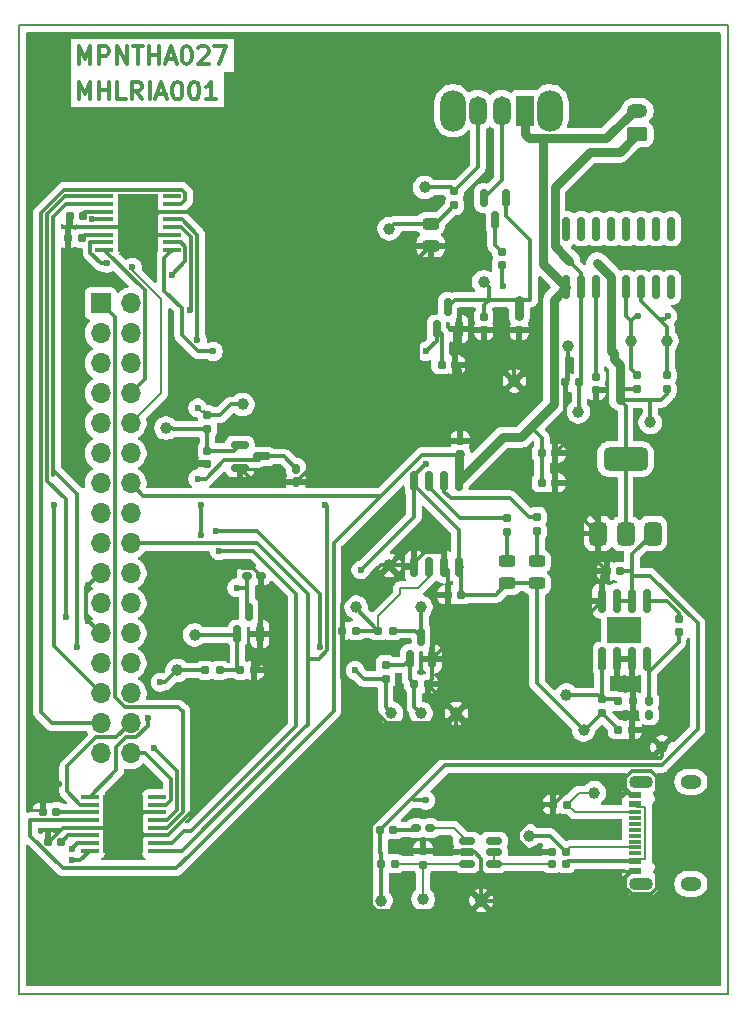
<source format=gbr>
%TF.GenerationSoftware,KiCad,Pcbnew,9.0.0*%
%TF.CreationDate,2025-04-09T21:52:16+02:00*%
%TF.ProjectId,Design-2,44657369-676e-42d3-922e-6b696361645f,v2.0*%
%TF.SameCoordinates,Original*%
%TF.FileFunction,Copper,L1,Top*%
%TF.FilePolarity,Positive*%
%FSLAX46Y46*%
G04 Gerber Fmt 4.6, Leading zero omitted, Abs format (unit mm)*
G04 Created by KiCad (PCBNEW 9.0.0) date 2025-04-09 21:52:16*
%MOMM*%
%LPD*%
G01*
G04 APERTURE LIST*
G04 Aperture macros list*
%AMRoundRect*
0 Rectangle with rounded corners*
0 $1 Rounding radius*
0 $2 $3 $4 $5 $6 $7 $8 $9 X,Y pos of 4 corners*
0 Add a 4 corners polygon primitive as box body*
4,1,4,$2,$3,$4,$5,$6,$7,$8,$9,$2,$3,0*
0 Add four circle primitives for the rounded corners*
1,1,$1+$1,$2,$3*
1,1,$1+$1,$4,$5*
1,1,$1+$1,$6,$7*
1,1,$1+$1,$8,$9*
0 Add four rect primitives between the rounded corners*
20,1,$1+$1,$2,$3,$4,$5,0*
20,1,$1+$1,$4,$5,$6,$7,0*
20,1,$1+$1,$6,$7,$8,$9,0*
20,1,$1+$1,$8,$9,$2,$3,0*%
G04 Aperture macros list end*
%ADD10C,0.300000*%
%TA.AperFunction,NonConductor*%
%ADD11C,0.300000*%
%TD*%
%TA.AperFunction,Conductor*%
%ADD12C,0.200000*%
%TD*%
%TA.AperFunction,ComponentPad*%
%ADD13O,1.700000X1.700000*%
%TD*%
%TA.AperFunction,ComponentPad*%
%ADD14R,1.700000X1.700000*%
%TD*%
%TA.AperFunction,SMDPad,CuDef*%
%ADD15C,1.000000*%
%TD*%
%TA.AperFunction,SMDPad,CuDef*%
%ADD16RoundRect,0.155000X-0.155000X0.212500X-0.155000X-0.212500X0.155000X-0.212500X0.155000X0.212500X0*%
%TD*%
%TA.AperFunction,SMDPad,CuDef*%
%ADD17RoundRect,0.160000X-0.160000X0.197500X-0.160000X-0.197500X0.160000X-0.197500X0.160000X0.197500X0*%
%TD*%
%TA.AperFunction,SMDPad,CuDef*%
%ADD18RoundRect,0.150000X-0.587500X-0.150000X0.587500X-0.150000X0.587500X0.150000X-0.587500X0.150000X0*%
%TD*%
%TA.AperFunction,SMDPad,CuDef*%
%ADD19RoundRect,0.150000X0.150000X-0.587500X0.150000X0.587500X-0.150000X0.587500X-0.150000X-0.587500X0*%
%TD*%
%TA.AperFunction,SMDPad,CuDef*%
%ADD20RoundRect,0.150000X0.150000X-0.712500X0.150000X0.712500X-0.150000X0.712500X-0.150000X-0.712500X0*%
%TD*%
%TA.AperFunction,SMDPad,CuDef*%
%ADD21RoundRect,0.160000X0.160000X-0.197500X0.160000X0.197500X-0.160000X0.197500X-0.160000X-0.197500X0*%
%TD*%
%TA.AperFunction,SMDPad,CuDef*%
%ADD22RoundRect,0.155000X-0.212500X-0.155000X0.212500X-0.155000X0.212500X0.155000X-0.212500X0.155000X0*%
%TD*%
%TA.AperFunction,SMDPad,CuDef*%
%ADD23RoundRect,0.160000X-0.197500X-0.160000X0.197500X-0.160000X0.197500X0.160000X-0.197500X0.160000X0*%
%TD*%
%TA.AperFunction,SMDPad,CuDef*%
%ADD24RoundRect,0.375000X0.375000X-0.625000X0.375000X0.625000X-0.375000X0.625000X-0.375000X-0.625000X0*%
%TD*%
%TA.AperFunction,SMDPad,CuDef*%
%ADD25RoundRect,0.500000X1.400000X-0.500000X1.400000X0.500000X-1.400000X0.500000X-1.400000X-0.500000X0*%
%TD*%
%TA.AperFunction,SMDPad,CuDef*%
%ADD26RoundRect,0.150000X-0.150000X0.825000X-0.150000X-0.825000X0.150000X-0.825000X0.150000X0.825000X0*%
%TD*%
%TA.AperFunction,HeatsinkPad*%
%ADD27R,3.000000X2.290000*%
%TD*%
%TA.AperFunction,ComponentPad*%
%ADD28RoundRect,0.250000X0.625000X-0.350000X0.625000X0.350000X-0.625000X0.350000X-0.625000X-0.350000X0*%
%TD*%
%TA.AperFunction,ComponentPad*%
%ADD29O,1.750000X1.200000*%
%TD*%
%TA.AperFunction,SMDPad,CuDef*%
%ADD30RoundRect,0.100000X0.687500X0.100000X-0.687500X0.100000X-0.687500X-0.100000X0.687500X-0.100000X0*%
%TD*%
%TA.AperFunction,HeatsinkPad*%
%ADD31C,0.500000*%
%TD*%
%TA.AperFunction,HeatsinkPad*%
%ADD32R,3.400000X5.000000*%
%TD*%
%TA.AperFunction,SMDPad,CuDef*%
%ADD33RoundRect,0.150000X-0.512500X-0.150000X0.512500X-0.150000X0.512500X0.150000X-0.512500X0.150000X0*%
%TD*%
%TA.AperFunction,SMDPad,CuDef*%
%ADD34RoundRect,0.155000X0.212500X0.155000X-0.212500X0.155000X-0.212500X-0.155000X0.212500X-0.155000X0*%
%TD*%
%TA.AperFunction,SMDPad,CuDef*%
%ADD35RoundRect,0.243750X0.456250X-0.243750X0.456250X0.243750X-0.456250X0.243750X-0.456250X-0.243750X0*%
%TD*%
%TA.AperFunction,SMDPad,CuDef*%
%ADD36RoundRect,0.160000X0.197500X0.160000X-0.197500X0.160000X-0.197500X-0.160000X0.197500X-0.160000X0*%
%TD*%
%TA.AperFunction,ComponentPad*%
%ADD37O,2.200000X3.500000*%
%TD*%
%TA.AperFunction,ComponentPad*%
%ADD38R,1.500000X2.500000*%
%TD*%
%TA.AperFunction,ComponentPad*%
%ADD39O,1.500000X2.500000*%
%TD*%
%TA.AperFunction,SMDPad,CuDef*%
%ADD40RoundRect,0.160000X0.222500X0.160000X-0.222500X0.160000X-0.222500X-0.160000X0.222500X-0.160000X0*%
%TD*%
%TA.AperFunction,SMDPad,CuDef*%
%ADD41RoundRect,0.160000X-0.160000X0.222500X-0.160000X-0.222500X0.160000X-0.222500X0.160000X0.222500X0*%
%TD*%
%TA.AperFunction,SMDPad,CuDef*%
%ADD42RoundRect,0.150000X0.150000X-0.825000X0.150000X0.825000X-0.150000X0.825000X-0.150000X-0.825000X0*%
%TD*%
%TA.AperFunction,SMDPad,CuDef*%
%ADD43R,1.100000X0.550000*%
%TD*%
%TA.AperFunction,SMDPad,CuDef*%
%ADD44R,1.100000X0.300000*%
%TD*%
%TA.AperFunction,ComponentPad*%
%ADD45O,2.000000X1.100000*%
%TD*%
%TA.AperFunction,ComponentPad*%
%ADD46O,1.800000X1.200000*%
%TD*%
%TA.AperFunction,SMDPad,CuDef*%
%ADD47RoundRect,0.160000X0.160000X-0.222500X0.160000X0.222500X-0.160000X0.222500X-0.160000X-0.222500X0*%
%TD*%
%TA.AperFunction,SMDPad,CuDef*%
%ADD48RoundRect,0.243750X-0.456250X0.243750X-0.456250X-0.243750X0.456250X-0.243750X0.456250X0.243750X0*%
%TD*%
%TA.AperFunction,SMDPad,CuDef*%
%ADD49RoundRect,0.160000X-0.222500X-0.160000X0.222500X-0.160000X0.222500X0.160000X-0.222500X0.160000X0*%
%TD*%
%TA.AperFunction,SMDPad,CuDef*%
%ADD50RoundRect,0.150000X-0.150000X0.587500X-0.150000X-0.587500X0.150000X-0.587500X0.150000X0.587500X0*%
%TD*%
%TA.AperFunction,ViaPad*%
%ADD51C,0.600000*%
%TD*%
%TA.AperFunction,Conductor*%
%ADD52C,0.300000*%
%TD*%
%TA.AperFunction,Conductor*%
%ADD53C,0.800000*%
%TD*%
G04 APERTURE END LIST*
D10*
D11*
X207054510Y-54800828D02*
X207054510Y-53300828D01*
X207054510Y-53300828D02*
X207554510Y-54372257D01*
X207554510Y-54372257D02*
X208054510Y-53300828D01*
X208054510Y-53300828D02*
X208054510Y-54800828D01*
X208768796Y-54800828D02*
X208768796Y-53300828D01*
X208768796Y-53300828D02*
X209340225Y-53300828D01*
X209340225Y-53300828D02*
X209483082Y-53372257D01*
X209483082Y-53372257D02*
X209554511Y-53443685D01*
X209554511Y-53443685D02*
X209625939Y-53586542D01*
X209625939Y-53586542D02*
X209625939Y-53800828D01*
X209625939Y-53800828D02*
X209554511Y-53943685D01*
X209554511Y-53943685D02*
X209483082Y-54015114D01*
X209483082Y-54015114D02*
X209340225Y-54086542D01*
X209340225Y-54086542D02*
X208768796Y-54086542D01*
X210268796Y-54800828D02*
X210268796Y-53300828D01*
X210268796Y-53300828D02*
X211125939Y-54800828D01*
X211125939Y-54800828D02*
X211125939Y-53300828D01*
X211625940Y-53300828D02*
X212483083Y-53300828D01*
X212054511Y-54800828D02*
X212054511Y-53300828D01*
X212983082Y-54800828D02*
X212983082Y-53300828D01*
X212983082Y-54015114D02*
X213840225Y-54015114D01*
X213840225Y-54800828D02*
X213840225Y-53300828D01*
X214483083Y-54372257D02*
X215197369Y-54372257D01*
X214340226Y-54800828D02*
X214840226Y-53300828D01*
X214840226Y-53300828D02*
X215340226Y-54800828D01*
X216125940Y-53300828D02*
X216268797Y-53300828D01*
X216268797Y-53300828D02*
X216411654Y-53372257D01*
X216411654Y-53372257D02*
X216483083Y-53443685D01*
X216483083Y-53443685D02*
X216554511Y-53586542D01*
X216554511Y-53586542D02*
X216625940Y-53872257D01*
X216625940Y-53872257D02*
X216625940Y-54229400D01*
X216625940Y-54229400D02*
X216554511Y-54515114D01*
X216554511Y-54515114D02*
X216483083Y-54657971D01*
X216483083Y-54657971D02*
X216411654Y-54729400D01*
X216411654Y-54729400D02*
X216268797Y-54800828D01*
X216268797Y-54800828D02*
X216125940Y-54800828D01*
X216125940Y-54800828D02*
X215983083Y-54729400D01*
X215983083Y-54729400D02*
X215911654Y-54657971D01*
X215911654Y-54657971D02*
X215840225Y-54515114D01*
X215840225Y-54515114D02*
X215768797Y-54229400D01*
X215768797Y-54229400D02*
X215768797Y-53872257D01*
X215768797Y-53872257D02*
X215840225Y-53586542D01*
X215840225Y-53586542D02*
X215911654Y-53443685D01*
X215911654Y-53443685D02*
X215983083Y-53372257D01*
X215983083Y-53372257D02*
X216125940Y-53300828D01*
X217197368Y-53443685D02*
X217268796Y-53372257D01*
X217268796Y-53372257D02*
X217411654Y-53300828D01*
X217411654Y-53300828D02*
X217768796Y-53300828D01*
X217768796Y-53300828D02*
X217911654Y-53372257D01*
X217911654Y-53372257D02*
X217983082Y-53443685D01*
X217983082Y-53443685D02*
X218054511Y-53586542D01*
X218054511Y-53586542D02*
X218054511Y-53729400D01*
X218054511Y-53729400D02*
X217983082Y-53943685D01*
X217983082Y-53943685D02*
X217125939Y-54800828D01*
X217125939Y-54800828D02*
X218054511Y-54800828D01*
X218554510Y-53300828D02*
X219554510Y-53300828D01*
X219554510Y-53300828D02*
X218911653Y-54800828D01*
%TO.N,/PROG*%
D12*
X202000000Y-51500000D02*
X262000000Y-51500000D01*
X262000000Y-133500000D01*
X202000000Y-133500000D01*
X202000000Y-51500000D01*
D10*
D11*
X207054510Y-57800828D02*
X207054510Y-56300828D01*
X207054510Y-56300828D02*
X207554510Y-57372257D01*
X207554510Y-57372257D02*
X208054510Y-56300828D01*
X208054510Y-56300828D02*
X208054510Y-57800828D01*
X208768796Y-57800828D02*
X208768796Y-56300828D01*
X208768796Y-57015114D02*
X209625939Y-57015114D01*
X209625939Y-57800828D02*
X209625939Y-56300828D01*
X211054511Y-57800828D02*
X210340225Y-57800828D01*
X210340225Y-57800828D02*
X210340225Y-56300828D01*
X212411654Y-57800828D02*
X211911654Y-57086542D01*
X211554511Y-57800828D02*
X211554511Y-56300828D01*
X211554511Y-56300828D02*
X212125940Y-56300828D01*
X212125940Y-56300828D02*
X212268797Y-56372257D01*
X212268797Y-56372257D02*
X212340226Y-56443685D01*
X212340226Y-56443685D02*
X212411654Y-56586542D01*
X212411654Y-56586542D02*
X212411654Y-56800828D01*
X212411654Y-56800828D02*
X212340226Y-56943685D01*
X212340226Y-56943685D02*
X212268797Y-57015114D01*
X212268797Y-57015114D02*
X212125940Y-57086542D01*
X212125940Y-57086542D02*
X211554511Y-57086542D01*
X213054511Y-57800828D02*
X213054511Y-56300828D01*
X213697369Y-57372257D02*
X214411655Y-57372257D01*
X213554512Y-57800828D02*
X214054512Y-56300828D01*
X214054512Y-56300828D02*
X214554512Y-57800828D01*
X215340226Y-56300828D02*
X215483083Y-56300828D01*
X215483083Y-56300828D02*
X215625940Y-56372257D01*
X215625940Y-56372257D02*
X215697369Y-56443685D01*
X215697369Y-56443685D02*
X215768797Y-56586542D01*
X215768797Y-56586542D02*
X215840226Y-56872257D01*
X215840226Y-56872257D02*
X215840226Y-57229400D01*
X215840226Y-57229400D02*
X215768797Y-57515114D01*
X215768797Y-57515114D02*
X215697369Y-57657971D01*
X215697369Y-57657971D02*
X215625940Y-57729400D01*
X215625940Y-57729400D02*
X215483083Y-57800828D01*
X215483083Y-57800828D02*
X215340226Y-57800828D01*
X215340226Y-57800828D02*
X215197369Y-57729400D01*
X215197369Y-57729400D02*
X215125940Y-57657971D01*
X215125940Y-57657971D02*
X215054511Y-57515114D01*
X215054511Y-57515114D02*
X214983083Y-57229400D01*
X214983083Y-57229400D02*
X214983083Y-56872257D01*
X214983083Y-56872257D02*
X215054511Y-56586542D01*
X215054511Y-56586542D02*
X215125940Y-56443685D01*
X215125940Y-56443685D02*
X215197369Y-56372257D01*
X215197369Y-56372257D02*
X215340226Y-56300828D01*
X216768797Y-56300828D02*
X216911654Y-56300828D01*
X216911654Y-56300828D02*
X217054511Y-56372257D01*
X217054511Y-56372257D02*
X217125940Y-56443685D01*
X217125940Y-56443685D02*
X217197368Y-56586542D01*
X217197368Y-56586542D02*
X217268797Y-56872257D01*
X217268797Y-56872257D02*
X217268797Y-57229400D01*
X217268797Y-57229400D02*
X217197368Y-57515114D01*
X217197368Y-57515114D02*
X217125940Y-57657971D01*
X217125940Y-57657971D02*
X217054511Y-57729400D01*
X217054511Y-57729400D02*
X216911654Y-57800828D01*
X216911654Y-57800828D02*
X216768797Y-57800828D01*
X216768797Y-57800828D02*
X216625940Y-57729400D01*
X216625940Y-57729400D02*
X216554511Y-57657971D01*
X216554511Y-57657971D02*
X216483082Y-57515114D01*
X216483082Y-57515114D02*
X216411654Y-57229400D01*
X216411654Y-57229400D02*
X216411654Y-56872257D01*
X216411654Y-56872257D02*
X216483082Y-56586542D01*
X216483082Y-56586542D02*
X216554511Y-56443685D01*
X216554511Y-56443685D02*
X216625940Y-56372257D01*
X216625940Y-56372257D02*
X216768797Y-56300828D01*
X218697368Y-57800828D02*
X217840225Y-57800828D01*
X218268796Y-57800828D02*
X218268796Y-56300828D01*
X218268796Y-56300828D02*
X218125939Y-56515114D01*
X218125939Y-56515114D02*
X217983082Y-56657971D01*
X217983082Y-56657971D02*
X217840225Y-56729400D01*
%TD*%
D13*
%TO.P,J1,32,Pin_32*%
%TO.N,/MOTOR1_A_OUT*%
X211449739Y-113155261D03*
%TO.P,J1,31,Pin_31*%
%TO.N,/MOTOR1_B_OUT *%
X208909739Y-113155261D03*
%TO.P,J1,30,Pin_30*%
%TO.N,/MOTOR1_CTRL2*%
X211449739Y-110615261D03*
%TO.P,J1,29,Pin_29*%
%TO.N,/MOTOR3_B_OUT*%
X208909739Y-110615261D03*
%TO.P,J1,28,Pin_28*%
%TO.N,/MOTOR1_CTRL1*%
X211449739Y-108075261D03*
%TO.P,J1,27,Pin_27*%
%TO.N,/MOTOR3_A_OUT*%
X208909739Y-108075261D03*
%TO.P,J1,26,Pin_26*%
%TO.N,/MOTOR3_CTRL2*%
X211449739Y-105535261D03*
%TO.P,J1,25,Pin_25*%
%TO.N,/CTRL_EXT_LOAD1*%
X208909739Y-105535261D03*
%TO.P,J1,24,Pin_24*%
%TO.N,/MOTOR3_CTRL1*%
X211449739Y-102995261D03*
%TO.P,J1,23,Pin_23*%
%TO.N,GND*%
X208909739Y-102995261D03*
%TO.P,J1,22,Pin_22*%
%TO.N,/High Voltage (9V)*%
X211449739Y-100455261D03*
%TO.P,J1,21,Pin_21*%
%TO.N,/EXT_LOAD1_OUT*%
X208909739Y-100455261D03*
%TO.P,J1,20,Pin_20*%
%TO.N,/5V Out*%
X211449739Y-97915261D03*
%TO.P,J1,19,Pin_19*%
%TO.N,GND*%
X208909739Y-97915261D03*
%TO.P,J1,18,Pin_18*%
%TO.N,/3V3 Out *%
X211449739Y-95375261D03*
%TO.P,J1,17,Pin_17*%
%TO.N,unconnected-(J1-Pin_17-Pad17)*%
X208909739Y-95375261D03*
%TO.P,J1,16,Pin_16*%
%TO.N,/I2C1_SCL*%
X211449739Y-92835261D03*
%TO.P,J1,15,Pin_15*%
%TO.N,/I2C1_SDA *%
X208909739Y-92835261D03*
%TO.P,J1,14,Pin_14*%
%TO.N,/BAT+*%
X211449739Y-90295261D03*
%TO.P,J1,13,Pin_13*%
%TO.N,/FAST_CHARGE_CTRL*%
X208909739Y-90295261D03*
%TO.P,J1,12,Pin_12*%
%TO.N,/USART2_TX *%
X211449739Y-87755261D03*
%TO.P,J1,11,Pin_11*%
%TO.N,/EXT_LOAD2_OUT *%
X208909739Y-87755261D03*
%TO.P,J1,10,Pin_10*%
%TO.N,/MOTOR4_CTRL2*%
X211449739Y-85215261D03*
%TO.P,J1,9,Pin_9*%
%TO.N,/USART2_RX*%
X208909739Y-85215261D03*
%TO.P,J1,8,Pin_8*%
%TO.N,/MOTOR4_CTRL1*%
X211449739Y-82675261D03*
%TO.P,J1,7,Pin_7*%
%TO.N,/CTRL_EXT_LOAD2 *%
X208909739Y-82675261D03*
%TO.P,J1,6,Pin_6*%
%TO.N,/MOTOR2_CTRL2*%
X211449739Y-80135261D03*
%TO.P,J1,5,Pin_5*%
%TO.N,/Motor4_B_OUT*%
X208909739Y-80135261D03*
%TO.P,J1,4,Pin_4*%
%TO.N,/MOTOR2_CTRL1*%
X211449739Y-77595261D03*
%TO.P,J1,3,Pin_3*%
%TO.N,/Motor4_A_OUT *%
X208909739Y-77595261D03*
%TO.P,J1,2,Pin_2*%
%TO.N,/Motor2_A_OUT *%
X211449739Y-75055261D03*
D14*
%TO.P,J1,1,Pin_1*%
%TO.N,/Motor2_B_OUT*%
X208909739Y-75055261D03*
%TD*%
D15*
%TO.P,TP7,1,1*%
%TO.N,Net-(Q1-G)*%
X214449739Y-85620261D03*
%TD*%
%TO.P,TP6,1,1*%
%TO.N,/CTRL_EXT_LOAD2 *%
X220949739Y-83620261D03*
%TD*%
D16*
%TO.P,C17,2*%
%TO.N,GND*%
X217949739Y-88687761D03*
%TO.P,C17,1*%
%TO.N,Net-(Q1-G)*%
X217949739Y-87552761D03*
%TD*%
D17*
%TO.P,R6,2*%
%TO.N,Net-(Q1-G)*%
X217949739Y-85717761D03*
%TO.P,R6,1*%
%TO.N,/CTRL_EXT_LOAD2 *%
X217949739Y-84522761D03*
%TD*%
D18*
%TO.P,Q1,3,D*%
%TO.N,/EXT_LOAD2_OUT *%
X222579739Y-88025261D03*
%TO.P,Q1,2,S*%
%TO.N,GND*%
X220704739Y-88975261D03*
%TO.P,Q1,1,G*%
%TO.N,Net-(Q1-G)*%
X220704739Y-87075261D03*
%TD*%
D15*
%TO.P,TP2,1,1*%
%TO.N,/PROG*%
X230537489Y-100775189D03*
%TD*%
%TO.P,TP20,1,1*%
%TO.N,/I2C1_SCL*%
X253854739Y-78250439D03*
%TD*%
D17*
%TO.P,R14,1*%
%TO.N,Net-(SW1-C)*%
X238854739Y-65555439D03*
%TO.P,R14,2*%
%TO.N,Net-(D8-Pad2)*%
X238854739Y-66750439D03*
%TD*%
D19*
%TO.P,Q4,1,G*%
%TO.N,Net-(Q4-G)*%
X220499739Y-103072761D03*
%TO.P,Q4,2,S*%
%TO.N,GND*%
X222399739Y-103072761D03*
%TO.P,Q4,3,D*%
%TO.N,/EXT_LOAD1_OUT*%
X221449739Y-101197761D03*
%TD*%
D15*
%TO.P,TP8,1,1*%
%TO.N,GND*%
X233354739Y-97247761D03*
%TD*%
D20*
%TO.P,U3,1,TEMP*%
%TO.N,GND*%
X235449739Y-97360261D03*
%TO.P,U3,2,PROG*%
%TO.N,/PROG*%
X236719739Y-97360261D03*
%TO.P,U3,3,GND*%
%TO.N,GND*%
X237989739Y-97360261D03*
%TO.P,U3,4,VCC*%
%TO.N,/5V Out*%
X239259739Y-97360261D03*
%TO.P,U3,5,BAT*%
%TO.N,/BAT+*%
X239259739Y-90135261D03*
%TO.P,U3,6,STDBY#*%
%TO.N,Net-(U3-STDBY#)*%
X237989739Y-90135261D03*
%TO.P,U3,7,CHRG#*%
%TO.N,Net-(U3-CHRG#)*%
X236719739Y-90135261D03*
%TO.P,U3,8,CE*%
%TO.N,/5V Out*%
X235449739Y-90135261D03*
%TD*%
D15*
%TO.P,TP27,1,1*%
%TO.N,Net-(USB1-CC2)*%
X250712339Y-116495361D03*
%TD*%
D19*
%TO.P,Q2,1,G*%
%TO.N,/3V3 Out *%
X237354739Y-77250439D03*
%TO.P,Q2,2,S*%
%TO.N,GND*%
X239254739Y-77250439D03*
%TO.P,Q2,3,D*%
%TO.N,Net-(Q2-D)*%
X238304739Y-75375439D03*
%TD*%
D21*
%TO.P,R10,1*%
%TO.N,Net-(D5-Pad1)*%
X245854739Y-94345439D03*
%TO.P,R10,2*%
%TO.N,Net-(U3-STDBY#)*%
X245854739Y-93150439D03*
%TD*%
D22*
%TO.P,C1,1*%
%TO.N,GND*%
X251787239Y-97750439D03*
%TO.P,C1,2*%
%TO.N,/High Voltage (9V)*%
X252922239Y-97750439D03*
%TD*%
%TO.P,C14,1*%
%TO.N,GND*%
X206314739Y-67635261D03*
%TO.P,C14,2*%
%TO.N,Net-(U8-VCP)*%
X207449739Y-67635261D03*
%TD*%
D23*
%TO.P,R1,1*%
%TO.N,GND*%
X248257239Y-81750439D03*
%TO.P,R1,2*%
%TO.N,/BAT-*%
X249452239Y-81750439D03*
%TD*%
D19*
%TO.P,Q5,1,G*%
%TO.N,Net-(Q5-G)*%
X235087489Y-105150189D03*
%TO.P,Q5,2,S*%
%TO.N,GND*%
X236987489Y-105150189D03*
%TO.P,Q5,3,D*%
%TO.N,Net-(Q5-D)*%
X236037489Y-103275189D03*
%TD*%
D23*
%TO.P,R11,1*%
%TO.N,/PROG*%
X232439989Y-102775189D03*
%TO.P,R11,2*%
%TO.N,Net-(Q5-D)*%
X233634989Y-102775189D03*
%TD*%
D22*
%TO.P,C11,1*%
%TO.N,GND*%
X204449739Y-120635261D03*
%TO.P,C11,2*%
%TO.N,Net-(U5-VINT)*%
X205584739Y-120635261D03*
%TD*%
D15*
%TO.P,TP14,1,1*%
%TO.N,Net-(Q2-D)*%
X241354739Y-73250439D03*
%TD*%
D17*
%TO.P,R2,1*%
%TO.N,/I2C1_SCL*%
X254354739Y-81152939D03*
%TO.P,R2,2*%
%TO.N,/3V3 Out *%
X254354739Y-82347939D03*
%TD*%
D22*
%TO.P,C18,1*%
%TO.N,Net-(Q4-G)*%
X220752239Y-106135261D03*
%TO.P,C18,2*%
%TO.N,GND*%
X221887239Y-106135261D03*
%TD*%
D16*
%TO.P,C10,1*%
%TO.N,Net-(Q2-D)*%
X241354739Y-76182939D03*
%TO.P,C10,2*%
%TO.N,GND*%
X241354739Y-77317939D03*
%TD*%
D15*
%TO.P,TP25,1,1*%
%TO.N,Net-(U4-VSENSE)*%
X248354739Y-108250439D03*
%TD*%
D24*
%TO.P,U1,1,GND*%
%TO.N,GND*%
X251054739Y-94550439D03*
%TO.P,U1,2,VOUT*%
%TO.N,/3V3 Out *%
X253354739Y-94550439D03*
D25*
X253354739Y-88250439D03*
D24*
%TO.P,U1,3,VIN*%
%TO.N,/High Voltage (9V)*%
X255654739Y-94550439D03*
%TD*%
D22*
%TO.P,C15,1*%
%TO.N,GND*%
X206168739Y-69560261D03*
%TO.P,C15,2*%
%TO.N,Net-(U8-VINT)*%
X207303739Y-69560261D03*
%TD*%
D15*
%TO.P,TP15,1,1*%
%TO.N,GND*%
X243949739Y-81635261D03*
%TD*%
D26*
%TO.P,U4,1,BOOT*%
%TO.N,Net-(U4-BOOT)*%
X255164739Y-100250439D03*
%TO.P,U4,2,VIN*%
%TO.N,/High Voltage (9V)*%
X253894739Y-100250439D03*
%TO.P,U4,3,EN*%
X252624739Y-100250439D03*
%TO.P,U4,4,SS*%
%TO.N,GND*%
X251354739Y-100250439D03*
%TO.P,U4,5,VSENSE*%
%TO.N,Net-(U4-VSENSE)*%
X251354739Y-105200439D03*
%TO.P,U4,6,COMP*%
%TO.N,GND*%
X252624739Y-105200439D03*
%TO.P,U4,7,GND*%
X253894739Y-105200439D03*
%TO.P,U4,8,PH*%
%TO.N,Net-(U4-PH)*%
X255164739Y-105200439D03*
D27*
%TO.P,U4,9*%
%TO.N,N/C*%
X253259739Y-102725439D03*
%TD*%
D28*
%TO.P,J5,1,Pin_1*%
%TO.N,/BAT-*%
X254354739Y-60750439D03*
D29*
%TO.P,J5,2,Pin_2*%
%TO.N,/BAT+*%
X254354739Y-58750439D03*
%TD*%
D22*
%TO.P,C2,1*%
%TO.N,/5V Out*%
X252731239Y-111177689D03*
%TO.P,C2,2*%
%TO.N,GND*%
X253866239Y-111177689D03*
%TD*%
D15*
%TO.P,TP1,1,1*%
%TO.N,Net-(Q5-D)*%
X236037489Y-100775189D03*
%TD*%
D30*
%TO.P,U5,1,~{SLEEP}*%
%TO.N,/3V3 Out *%
X213711239Y-121410261D03*
%TO.P,U5,2,AOUT1*%
%TO.N,/Motor2_A_OUT *%
X213711239Y-120760261D03*
%TO.P,U5,3,AISEN*%
%TO.N,GND*%
X213711239Y-120110261D03*
%TO.P,U5,4,AOUT2*%
%TO.N,/Motor2_B_OUT*%
X213711239Y-119460261D03*
%TO.P,U5,5,BOUT2*%
%TO.N,/MOTOR1_B_OUT *%
X213711239Y-118810261D03*
%TO.P,U5,6,BISEN*%
%TO.N,GND*%
X213711239Y-118160261D03*
%TO.P,U5,7,BOUT1*%
%TO.N,/MOTOR1_A_OUT*%
X213711239Y-117510261D03*
%TO.P,U5,8,~{FAULT}*%
%TO.N,unconnected-(U5-~{FAULT}-Pad8)*%
X213711239Y-116860261D03*
%TO.P,U5,9,BIN1*%
%TO.N,/MOTOR1_CTRL1*%
X207986239Y-116860261D03*
%TO.P,U5,10,BIN2*%
%TO.N,/MOTOR1_CTRL2*%
X207986239Y-117510261D03*
%TO.P,U5,11,VCP*%
%TO.N,Net-(U5-VCP)*%
X207986239Y-118160261D03*
%TO.P,U5,12,VM*%
%TO.N,/BAT+*%
X207986239Y-118810261D03*
%TO.P,U5,13,GND*%
%TO.N,GND*%
X207986239Y-119460261D03*
%TO.P,U5,14,VINT*%
%TO.N,Net-(U5-VINT)*%
X207986239Y-120110261D03*
%TO.P,U5,15,AIN2*%
%TO.N,/MOTOR2_CTRL2*%
X207986239Y-120760261D03*
%TO.P,U5,16,AIN1*%
%TO.N,/MOTOR2_CTRL1*%
X207986239Y-121410261D03*
D31*
%TO.P,U5,17,GND*%
%TO.N,GND*%
X211598739Y-120635261D03*
X211598739Y-119135261D03*
X211598739Y-117635261D03*
D32*
X210848739Y-119135261D03*
D31*
X210098739Y-120635261D03*
X210098739Y-119135261D03*
X210098739Y-117635261D03*
%TD*%
D21*
%TO.P,R8,1*%
%TO.N,/5V Out*%
X251354739Y-109750439D03*
%TO.P,R8,2*%
%TO.N,Net-(U4-VSENSE)*%
X251354739Y-108555439D03*
%TD*%
D33*
%TO.P,U6,1,SW*%
%TO.N,Net-(U6-SW)*%
X239937339Y-120595361D03*
%TO.P,U6,2,GND*%
%TO.N,GND*%
X239937339Y-121545361D03*
%TO.P,U6,3,FB*%
%TO.N,Net-(U6-FB)*%
X239937339Y-122495361D03*
%TO.P,U6,4,EN*%
%TO.N,Net-(U6-EN)*%
X242212339Y-122495361D03*
%TO.P,U6,5,VIN*%
X242212339Y-121545361D03*
%TO.P,U6,6,OC*%
%TO.N,unconnected-(U6-OC-Pad6)*%
X242212339Y-120595361D03*
%TD*%
D34*
%TO.P,C9,1*%
%TO.N,Net-(C9-Pad1)*%
X248279839Y-122495361D03*
%TO.P,C9,2*%
%TO.N,Net-(U6-EN)*%
X247144839Y-122495361D03*
%TD*%
D15*
%TO.P,TP16,1,1*%
%TO.N,Net-(SW1-C)*%
X236354739Y-65250439D03*
%TD*%
%TO.P,TP17,1,1*%
%TO.N,Net-(D8-Pad2)*%
X233354739Y-68750439D03*
%TD*%
D22*
%TO.P,C16,1*%
%TO.N,/BAT+*%
X246287239Y-87750439D03*
%TO.P,C16,2*%
%TO.N,GND*%
X247422239Y-87750439D03*
%TD*%
%TO.P,C13,1*%
%TO.N,GND*%
X204031239Y-118135261D03*
%TO.P,C13,2*%
%TO.N,Net-(U5-VCP)*%
X205166239Y-118135261D03*
%TD*%
D35*
%TO.P,D8,1*%
%TO.N,GND*%
X236854739Y-70187939D03*
%TO.P,D8,2*%
%TO.N,Net-(D8-Pad2)*%
X236854739Y-68312939D03*
%TD*%
D16*
%TO.P,C5,1*%
%TO.N,GND*%
X239354739Y-86682939D03*
%TO.P,C5,2*%
%TO.N,/BAT+*%
X239354739Y-87817939D03*
%TD*%
D15*
%TO.P,TP21,1,1*%
%TO.N,/BAT-*%
X249354739Y-84250439D03*
%TD*%
D16*
%TO.P,C20,1*%
%TO.N,Net-(Q3-D)*%
X242854739Y-70682939D03*
%TO.P,C20,2*%
%TO.N,/5V Out*%
X242854739Y-71817939D03*
%TD*%
D22*
%TO.P,C12,1*%
%TO.N,/BAT+*%
X246287239Y-90250439D03*
%TO.P,C12,2*%
%TO.N,GND*%
X247422239Y-90250439D03*
%TD*%
D15*
%TO.P,TP5,1,1*%
%TO.N,Net-(Q4-G)*%
X216887239Y-103135261D03*
%TD*%
%TO.P,TP12,1,1*%
%TO.N,Net-(U6-FB)*%
X236212339Y-125495361D03*
%TD*%
D17*
%TO.P,R16,1*%
%TO.N,GND*%
X236212339Y-121397861D03*
%TO.P,R16,2*%
%TO.N,Net-(U6-FB)*%
X236212339Y-122592861D03*
%TD*%
D22*
%TO.P,C6,1*%
%TO.N,/High Voltage (9V)*%
X232574739Y-119635261D03*
%TO.P,C6,2*%
%TO.N,Net-(C6-Pad2)*%
X233709739Y-119635261D03*
%TD*%
D15*
%TO.P,TP3,1,1*%
%TO.N,GND*%
X239037489Y-109775189D03*
%TD*%
%TO.P,TP19,1,1*%
%TO.N,/3V3 Out *%
X255449739Y-85135261D03*
%TD*%
%TO.P,TP13,1,1*%
%TO.N,GND*%
X241142239Y-125635261D03*
%TD*%
D36*
%TO.P,R17,1*%
%TO.N,/PROG*%
X230537489Y-102775189D03*
%TO.P,R17,2*%
%TO.N,GND*%
X229342489Y-102775189D03*
%TD*%
D37*
%TO.P,SW1,*%
%TO.N,*%
X246954739Y-58750439D03*
X238754739Y-58750439D03*
D38*
%TO.P,SW1,1,A*%
%TO.N,/BAT+*%
X244854739Y-58750439D03*
D39*
%TO.P,SW1,2,B*%
%TO.N,Net-(Q3-S)*%
X242854739Y-58750439D03*
%TO.P,SW1,3,C*%
%TO.N,Net-(SW1-C)*%
X240854739Y-58750439D03*
%TD*%
D40*
%TO.P,D6,1*%
%TO.N,GND*%
X222459739Y-98135261D03*
%TO.P,D6,2*%
%TO.N,/EXT_LOAD1_OUT*%
X221314739Y-98135261D03*
%TD*%
D22*
%TO.P,C19,1*%
%TO.N,Net-(Q5-G)*%
X235469989Y-107275189D03*
%TO.P,C19,2*%
%TO.N,GND*%
X236604989Y-107275189D03*
%TD*%
D23*
%TO.P,R12,1*%
%TO.N,/High Voltage (9V)*%
X232614839Y-122495361D03*
%TO.P,R12,2*%
%TO.N,Net-(U6-FB)*%
X233809839Y-122495361D03*
%TD*%
D15*
%TO.P,TP11,1,1*%
%TO.N,/High Voltage (9V)*%
X232642239Y-125635261D03*
%TD*%
D30*
%TO.P,U8,1,~{SLEEP}*%
%TO.N,/3V3 Out *%
X214961239Y-70560261D03*
%TO.P,U8,2,AOUT1*%
%TO.N,/MOTOR3_A_OUT*%
X214961239Y-69910261D03*
%TO.P,U8,3,AISEN*%
%TO.N,GND*%
X214961239Y-69260261D03*
%TO.P,U8,4,AOUT2*%
%TO.N,/Motor4_A_OUT *%
X214961239Y-68610261D03*
%TO.P,U8,5,BOUT2*%
%TO.N,/Motor4_B_OUT*%
X214961239Y-67960261D03*
%TO.P,U8,6,BISEN*%
%TO.N,GND*%
X214961239Y-67310261D03*
%TO.P,U8,7,BOUT1*%
%TO.N,/MOTOR3_B_OUT*%
X214961239Y-66660261D03*
%TO.P,U8,8,~{FAULT}*%
%TO.N,unconnected-(U8-~{FAULT}-Pad8)*%
X214961239Y-66010261D03*
%TO.P,U8,9,BIN1*%
%TO.N,/MOTOR3_CTRL1*%
X209236239Y-66010261D03*
%TO.P,U8,10,BIN2*%
%TO.N,/MOTOR3_CTRL2*%
X209236239Y-66660261D03*
%TO.P,U8,11,VCP*%
%TO.N,Net-(U8-VCP)*%
X209236239Y-67310261D03*
%TO.P,U8,12,VM*%
%TO.N,/BAT+*%
X209236239Y-67960261D03*
%TO.P,U8,13,GND*%
%TO.N,GND*%
X209236239Y-68610261D03*
%TO.P,U8,14,VINT*%
%TO.N,Net-(U8-VINT)*%
X209236239Y-69260261D03*
%TO.P,U8,15,AIN2*%
%TO.N,/MOTOR4_CTRL2*%
X209236239Y-69910261D03*
%TO.P,U8,16,AIN1*%
%TO.N,/MOTOR4_CTRL1*%
X209236239Y-70560261D03*
D31*
%TO.P,U8,17,GND*%
%TO.N,GND*%
X212848739Y-69785261D03*
X212848739Y-68285261D03*
X212848739Y-66785261D03*
D32*
X212098739Y-68285261D03*
D31*
X211348739Y-69785261D03*
X211348739Y-68285261D03*
X211348739Y-66785261D03*
%TD*%
D15*
%TO.P,TP22,1,1*%
%TO.N,GND*%
X248449739Y-78635261D03*
%TD*%
D16*
%TO.P,C8,1*%
%TO.N,Net-(U2-GND)*%
X250854739Y-81280439D03*
%TO.P,C8,2*%
%TO.N,GND*%
X250854739Y-82415439D03*
%TD*%
D23*
%TO.P,R13,1*%
%TO.N,GND*%
X247212339Y-117495361D03*
%TO.P,R13,2*%
%TO.N,Net-(USB1-CC2)*%
X248407339Y-117495361D03*
%TD*%
D15*
%TO.P,TP23,1,1*%
%TO.N,/5V Out*%
X249798739Y-111177689D03*
%TD*%
%TO.P,TP10,1,1*%
%TO.N,Net-(Q5-G)*%
X236037489Y-109775189D03*
%TD*%
D22*
%TO.P,C4,1*%
%TO.N,GND*%
X238287239Y-99747761D03*
%TO.P,C4,2*%
%TO.N,/5V Out*%
X239422239Y-99747761D03*
%TD*%
D15*
%TO.P,TP24,1,1*%
%TO.N,GND*%
X256449739Y-112635261D03*
%TD*%
D23*
%TO.P,R5,1*%
%TO.N,GND*%
X247114839Y-121495361D03*
%TO.P,R5,2*%
%TO.N,Net-(USB1-CC1)*%
X248309839Y-121495361D03*
%TD*%
D15*
%TO.P,TP9,1,1*%
%TO.N,/FAST_CHARGE_CTRL*%
X233537489Y-109775189D03*
%TD*%
D41*
%TO.P,L1,1*%
%TO.N,Net-(U4-PH)*%
X255354739Y-108750439D03*
%TO.P,L1,2*%
%TO.N,/5V Out*%
X255354739Y-109895439D03*
%TD*%
D16*
%TO.P,C3,1*%
%TO.N,Net-(U4-BOOT)*%
X257854739Y-101750439D03*
%TO.P,C3,2*%
%TO.N,Net-(U4-PH)*%
X257854739Y-102885439D03*
%TD*%
D21*
%TO.P,R4,1*%
%TO.N,Net-(D1-Pad1)*%
X243354739Y-94442939D03*
%TO.P,R4,2*%
%TO.N,Net-(U3-CHRG#)*%
X243354739Y-93247939D03*
%TD*%
D15*
%TO.P,TP26,1,1*%
%TO.N,Net-(USB1-CC1)*%
X245142239Y-120135261D03*
%TD*%
D42*
%TO.P,U2,1,IN+*%
%TO.N,/BAT+*%
X248354739Y-73700439D03*
%TO.P,U2,2,IN-*%
%TO.N,/BAT-*%
X249624739Y-73700439D03*
%TO.P,U2,3,GND*%
%TO.N,Net-(U2-GND)*%
X250894739Y-73700439D03*
%TO.P,U2,4,VS*%
%TO.N,/3V3 Out *%
X252164739Y-73700439D03*
%TO.P,U2,5,SCL*%
%TO.N,/I2C1_SCL*%
X253434739Y-73700439D03*
%TO.P,U2,6,SDA*%
%TO.N,/I2C1_SDA *%
X254704739Y-73700439D03*
%TO.P,U2,7,A0*%
%TO.N,unconnected-(U2-A0-Pad7)*%
X255974739Y-73700439D03*
%TO.P,U2,8,A1*%
%TO.N,unconnected-(U2-A1-Pad8)*%
X257244739Y-73700439D03*
%TO.P,U2,9*%
%TO.N,N/C*%
X257244739Y-68750439D03*
%TO.P,U2,10*%
X255974739Y-68750439D03*
%TO.P,U2,11*%
X254704739Y-68750439D03*
%TO.P,U2,12*%
X253434739Y-68750439D03*
%TO.P,U2,13*%
X252164739Y-68750439D03*
%TO.P,U2,14*%
X250894739Y-68750439D03*
%TO.P,U2,15*%
X249624739Y-68750439D03*
%TO.P,U2,16*%
X248354739Y-68750439D03*
%TD*%
D21*
%TO.P,R18,1*%
%TO.N,/FAST_CHARGE_CTRL*%
X233037489Y-106872689D03*
%TO.P,R18,2*%
%TO.N,Net-(Q5-G)*%
X233037489Y-105677689D03*
%TD*%
D43*
%TO.P,USB1,1,GND*%
%TO.N,GND*%
X254142239Y-123085461D03*
%TO.P,USB1,2,VBUS*%
%TO.N,Net-(C9-Pad1)*%
X254142239Y-122285361D03*
D44*
%TO.P,USB1,3,SBU2*%
%TO.N,unconnected-(USB1-SBU2-Pad3)*%
X254142239Y-121635361D03*
%TO.P,USB1,4,CC1*%
%TO.N,Net-(USB1-CC1)*%
X254142239Y-121135261D03*
%TO.P,USB1,5,DN2*%
%TO.N,unconnected-(USB1-DN2-Pad5)*%
X254142239Y-120635361D03*
%TO.P,USB1,6,DP1*%
%TO.N,unconnected-(USB1-DP1-Pad6)*%
X254142239Y-120135561D03*
%TO.P,USB1,7,DN1*%
%TO.N,unconnected-(USB1-DN1-Pad7)*%
X254142239Y-119635361D03*
%TO.P,USB1,8,DP2*%
%TO.N,unconnected-(USB1-DP2-Pad8)*%
X254142239Y-119135561D03*
%TO.P,USB1,9,SBU1*%
%TO.N,unconnected-(USB1-SBU1-Pad9)*%
X254142239Y-118635361D03*
%TO.P,USB1,10,CC2*%
%TO.N,Net-(USB1-CC2)*%
X254142239Y-118135261D03*
D43*
%TO.P,USB1,11,VBUS*%
%TO.N,Net-(C9-Pad1)*%
X254142239Y-117485261D03*
%TO.P,USB1,12,GND*%
%TO.N,GND*%
X254142239Y-116685461D03*
D45*
%TO.P,USB1,13,SHELL*%
%TO.N,unconnected-(USB1-SHELL-Pad13)_1*%
X254692139Y-124210461D03*
D46*
%TO.N,unconnected-(USB1-SHELL-Pad13)*%
X258892239Y-124210461D03*
D45*
%TO.P,USB1,14,SHELL*%
%TO.N,unconnected-(USB1-SHELL-Pad14)_1*%
X254692139Y-115560461D03*
D46*
%TO.N,unconnected-(USB1-SHELL-Pad14)*%
X258892239Y-115560461D03*
%TD*%
D47*
%TO.P,D4,1*%
%TO.N,GND*%
X225449739Y-90192761D03*
%TO.P,D4,2*%
%TO.N,/EXT_LOAD2_OUT *%
X225449739Y-89047761D03*
%TD*%
D22*
%TO.P,C7,1*%
%TO.N,/3V3 Out *%
X237787239Y-80250439D03*
%TO.P,C7,2*%
%TO.N,GND*%
X238922239Y-80250439D03*
%TD*%
D17*
%TO.P,R15,1*%
%TO.N,Net-(Q2-D)*%
X244354739Y-76152939D03*
%TO.P,R15,2*%
%TO.N,GND*%
X244354739Y-77347939D03*
%TD*%
D23*
%TO.P,R9,1*%
%TO.N,/CTRL_EXT_LOAD1*%
X217789739Y-106135261D03*
%TO.P,R9,2*%
%TO.N,Net-(Q4-G)*%
X218984739Y-106135261D03*
%TD*%
D48*
%TO.P,D1,1*%
%TO.N,Net-(D1-Pad1)*%
X243354739Y-96907939D03*
%TO.P,D1,2*%
%TO.N,/5V Out*%
X243354739Y-98782939D03*
%TD*%
%TO.P,D5,1*%
%TO.N,Net-(D5-Pad1)*%
X245854739Y-96907939D03*
%TO.P,D5,2*%
%TO.N,/5V Out*%
X245854739Y-98782939D03*
%TD*%
D49*
%TO.P,L3,1*%
%TO.N,Net-(C6-Pad2)*%
X235639839Y-119495361D03*
%TO.P,L3,2*%
%TO.N,Net-(U6-SW)*%
X236784839Y-119495361D03*
%TD*%
D17*
%TO.P,R3,1*%
%TO.N,/I2C1_SDA *%
X256854739Y-81152939D03*
%TO.P,R3,2*%
%TO.N,/3V3 Out *%
X256854739Y-82347939D03*
%TD*%
D50*
%TO.P,Q3,1,G*%
%TO.N,Net-(Q2-D)*%
X243254739Y-66152939D03*
%TO.P,Q3,2,S*%
%TO.N,Net-(Q3-S)*%
X241354739Y-66152939D03*
%TO.P,Q3,3,D*%
%TO.N,Net-(Q3-D)*%
X242304739Y-68027939D03*
%TD*%
D23*
%TO.P,R7,1*%
%TO.N,Net-(U4-VSENSE)*%
X252757239Y-108750439D03*
%TO.P,R7,2*%
%TO.N,GND*%
X253952239Y-108750439D03*
%TD*%
D15*
%TO.P,TP18,1,1*%
%TO.N,/I2C1_SDA *%
X256854739Y-78250439D03*
%TD*%
%TO.P,TP4,1,1*%
%TO.N,/CTRL_EXT_LOAD1*%
X215387239Y-106135261D03*
%TD*%
D51*
%TO.N,/3V3 Out *%
X227949739Y-92096261D03*
%TO.N,/Motor2_A_OUT *%
X217449739Y-94687261D03*
X217449739Y-94687261D03*
X217449739Y-94687261D03*
X217449739Y-94687261D03*
%TO.N,GND*%
X248257239Y-85635261D03*
X245449739Y-83135261D03*
X216642239Y-88484261D03*
%TO.N,/CTRL_EXT_LOAD2 *%
X217142239Y-83915261D03*
%TO.N,/EXT_LOAD2_OUT *%
X217142239Y-89915261D03*
%TO.N,/3V3 Out *%
X218449739Y-79135261D03*
%TO.N,/MOTOR3_A_OUT*%
X214949739Y-72635261D03*
X204949739Y-92135261D03*
%TO.N,/CTRL_EXT_LOAD1*%
X213949739Y-107135261D03*
%TO.N,/MOTOR3_CTRL2*%
X206949739Y-104135261D03*
%TO.N,/MOTOR3_CTRL1*%
X205949739Y-101635261D03*
%TO.N,GND*%
X220876141Y-97265261D03*
%TO.N,/EXT_LOAD1_OUT*%
X220449739Y-99135261D03*
%TO.N,/FAST_CHARGE_CTRL*%
X218696837Y-94335261D03*
%TO.N,/MOTOR4_CTRL2*%
X209420869Y-71664131D03*
X211590109Y-71994891D03*
%TO.N,/High Voltage (9V)*%
X236449739Y-117135261D03*
X236449739Y-117135261D03*
X236449739Y-117135261D03*
%TO.N,GND*%
X222399739Y-105352761D03*
X252449739Y-107135261D03*
X250449739Y-107135261D03*
X229449739Y-106135261D03*
X221893489Y-90164011D03*
X205407739Y-115735261D03*
%TO.N,/I2C1_SCL*%
X254449739Y-76135261D03*
%TO.N,/3V3 Out *%
X236449739Y-79135261D03*
X250949739Y-71635261D03*
%TO.N,/I2C1_SDA *%
X256949739Y-76135261D03*
%TO.N,/FAST_CHARGE_CTRL*%
X227449739Y-104135261D03*
X230449739Y-106135261D03*
%TO.N,/5V Out*%
X236449739Y-88635261D03*
X230949739Y-97635261D03*
X242949739Y-73635261D03*
X242949739Y-73635261D03*
%TO.N,/BAT+*%
X208195218Y-67960261D03*
%TO.N,/MOTOR2_CTRL2*%
X206449739Y-121235261D03*
%TO.N,/MOTOR2_CTRL1*%
X206449739Y-122235261D03*
%TO.N,/Motor2_A_OUT *%
X217449739Y-92096261D03*
X218949739Y-96025261D03*
%TO.N,/MOTOR1_CTRL1*%
X212949739Y-110135261D03*
%TO.N,/MOTOR1_B_OUT *%
X213449739Y-112735261D03*
%TO.N,/Motor4_A_OUT *%
X216451739Y-75635261D03*
%TO.N,/Motor4_B_OUT*%
X217101739Y-78135261D03*
%TD*%
D52*
%TO.N,/3V3 Out *%
X227370393Y-105135261D02*
X226449739Y-105135261D01*
X228100739Y-104404915D02*
X227370393Y-105135261D01*
X228100739Y-92247261D02*
X228100739Y-104404915D01*
X226449739Y-99635261D02*
X226449739Y-105135261D01*
X227949739Y-92096261D02*
X228100739Y-92247261D01*
%TO.N,/Motor2_A_OUT *%
X217449739Y-92096261D02*
X217449739Y-94687261D01*
%TO.N,/BAT+*%
X228633989Y-109551011D02*
X228633989Y-95375833D01*
%TO.N,/3V3 Out *%
X226449739Y-105135261D02*
X226449739Y-110735261D01*
X222189739Y-95375261D02*
X226449739Y-99635261D01*
X226449739Y-110735261D02*
X226249739Y-110935261D01*
X211449739Y-95375261D02*
X222189739Y-95375261D01*
X215774739Y-121410261D02*
X226249739Y-110935261D01*
%TO.N,/Motor2_A_OUT *%
X214924739Y-120760261D02*
X213711239Y-120760261D01*
X215949739Y-119735261D02*
X214924739Y-120760261D01*
X225449739Y-99635261D02*
X225449739Y-110816021D01*
X221839739Y-96025261D02*
X225449739Y-99635261D01*
X218949739Y-96025261D02*
X221839739Y-96025261D01*
X225449739Y-110816021D02*
X216530499Y-119735261D01*
X216530499Y-119735261D02*
X215949739Y-119735261D01*
%TO.N,/FAST_CHARGE_CTRL*%
X227449739Y-99635261D02*
X227449739Y-104135261D01*
X222149739Y-94335261D02*
X227449739Y-99635261D01*
X218696837Y-94335261D02*
X222149739Y-94335261D01*
%TO.N,GND*%
X223849739Y-110876300D02*
X223849739Y-106802761D01*
%TO.N,/Motor2_B_OUT*%
X214557258Y-119460261D02*
X213711239Y-119460261D01*
X215851739Y-118165780D02*
X214557258Y-119460261D01*
X215851739Y-109635261D02*
X215851739Y-118165780D01*
X215492739Y-109276261D02*
X215851739Y-109635261D01*
%TO.N,GND*%
X248257239Y-85635261D02*
X248257239Y-85135261D01*
X243949739Y-81635261D02*
X245449739Y-83135261D01*
X234076941Y-81565559D02*
X235798739Y-81565559D01*
X225449739Y-90192761D02*
X234076941Y-81565559D01*
%TO.N,/BAT+*%
X212502150Y-91347672D02*
X211449739Y-90295261D01*
X232662150Y-91347672D02*
X212502150Y-91347672D01*
X233662150Y-90347672D02*
X232662150Y-91347672D01*
%TO.N,/Motor2_B_OUT*%
X210110739Y-76256261D02*
X210110739Y-108434732D01*
%TO.N,/MOTOR1_CTRL1*%
X210248739Y-114597761D02*
X207986239Y-116860261D01*
X210248739Y-112657790D02*
X210248739Y-114597761D01*
X211090268Y-111816261D02*
X210248739Y-112657790D01*
X211947210Y-111816261D02*
X211090268Y-111816261D01*
X212949739Y-110813732D02*
X211947210Y-111816261D01*
X212949739Y-110135261D02*
X212949739Y-110813732D01*
%TO.N,/MOTOR1_A_OUT*%
X212678260Y-113155261D02*
X211449739Y-113155261D01*
X214849739Y-117149843D02*
X214849739Y-115326740D01*
X214849739Y-115326740D02*
X212678260Y-113155261D01*
X214489321Y-117510261D02*
X214849739Y-117149843D01*
X213711239Y-117510261D02*
X214489321Y-117510261D01*
%TO.N,/MOTOR1_CTRL2*%
X206057739Y-114308791D02*
X206057739Y-116359843D01*
X206090504Y-114276026D02*
X206057739Y-114308791D01*
X206090504Y-114276026D02*
X206057739Y-114308790D01*
%TO.N,GND*%
X220704739Y-88975261D02*
X221893489Y-90164011D01*
X217949739Y-88687761D02*
X217746239Y-88484261D01*
X217746239Y-88484261D02*
X216642239Y-88484261D01*
X221893489Y-90164011D02*
X221922239Y-90192761D01*
%TO.N,Net-(Q1-G)*%
X214949739Y-85620261D02*
X215047239Y-85717761D01*
%TO.N,/CTRL_EXT_LOAD2 *%
X219949739Y-83620261D02*
X220949739Y-83620261D01*
X217682239Y-84255261D02*
X217949739Y-84522761D01*
%TO.N,Net-(Q1-G)*%
X214449739Y-85620261D02*
X214949739Y-85620261D01*
%TO.N,/CTRL_EXT_LOAD2 *%
X217949739Y-84522761D02*
X219047239Y-84522761D01*
%TO.N,Net-(Q1-G)*%
X217949739Y-87552761D02*
X220227239Y-87552761D01*
%TO.N,/CTRL_EXT_LOAD2 *%
X219047239Y-84522761D02*
X219949739Y-83620261D01*
%TO.N,/EXT_LOAD2_OUT *%
X222579739Y-88025261D02*
X224427239Y-88025261D01*
X224427239Y-88025261D02*
X225449739Y-89047761D01*
%TO.N,Net-(Q1-G)*%
X217949739Y-85717761D02*
X217949739Y-87552761D01*
X220227239Y-87552761D02*
X220704739Y-87075261D01*
X215047239Y-85717761D02*
X217949739Y-85717761D01*
%TO.N,GND*%
X225449739Y-90192761D02*
X221922239Y-90192761D01*
%TO.N,/EXT_LOAD2_OUT *%
X222579739Y-88025261D02*
X222280739Y-88324261D01*
X222280739Y-88324261D02*
X219400627Y-88324261D01*
X219400627Y-88324261D02*
X217809627Y-89915261D01*
D12*
%TO.N,/CTRL_EXT_LOAD2 *%
X217482239Y-84255261D02*
X217682239Y-84255261D01*
X217142239Y-83915261D02*
X217482239Y-84255261D01*
D52*
%TO.N,/EXT_LOAD2_OUT *%
X217809627Y-89915261D02*
X217142239Y-89915261D01*
D53*
%TO.N,/3V3 Out *%
X252164739Y-79060439D02*
X252164739Y-73700439D01*
D52*
X217181085Y-79135261D02*
X218449739Y-79135261D01*
X215800739Y-75486261D02*
X215800739Y-77754915D01*
X214298739Y-71222761D02*
X214298739Y-73984261D01*
X214298739Y-73984261D02*
X215800739Y-75486261D01*
X214961239Y-70560261D02*
X214298739Y-71222761D01*
X215800739Y-77754915D02*
X217181085Y-79135261D01*
%TO.N,/MOTOR3_A_OUT*%
X215748738Y-69910261D02*
X214961239Y-69910261D01*
X216099739Y-70261262D02*
X215748738Y-69910261D01*
X216099739Y-71485261D02*
X216099739Y-70261262D01*
X214949739Y-72635261D02*
X216099739Y-71485261D01*
X204949739Y-104115261D02*
X204949739Y-92135261D01*
X208909739Y-108075261D02*
X204949739Y-104115261D01*
%TO.N,/CTRL_EXT_LOAD1*%
X214387239Y-107135261D02*
X215387239Y-106135261D01*
X213949739Y-107135261D02*
X214387239Y-107135261D01*
%TO.N,/MOTOR3_CTRL2*%
X206949739Y-91188761D02*
X206949739Y-104135261D01*
X204896239Y-89135261D02*
X204896239Y-67745373D01*
X204896239Y-89135261D02*
X206949739Y-91188761D01*
%TO.N,/MOTOR3_CTRL1*%
X205922831Y-66010261D02*
X209236239Y-66010261D01*
X204395239Y-90080761D02*
X204395239Y-67537853D01*
X205949739Y-91635261D02*
X204395239Y-90080761D01*
X205949739Y-101635261D02*
X205949739Y-91635261D01*
X204395239Y-67537853D02*
X205922831Y-66010261D01*
%TO.N,GND*%
X223849739Y-106802761D02*
X222399739Y-105352761D01*
X214615778Y-120110261D02*
X223849739Y-110876300D01*
X213711239Y-120110261D02*
X214615778Y-120110261D01*
%TO.N,/EXT_LOAD1_OUT*%
X221314739Y-99135261D02*
X221314739Y-101062761D01*
X220449739Y-99135261D02*
X221314739Y-99135261D01*
%TO.N,GND*%
X207708739Y-99116261D02*
X208909739Y-97915261D01*
X207708739Y-101794261D02*
X207708739Y-99116261D01*
X208909739Y-102995261D02*
X207708739Y-101794261D01*
%TO.N,/3V3 Out *%
X213711239Y-121410261D02*
X215774739Y-121410261D01*
%TO.N,/BAT+*%
X228633989Y-95375833D02*
X233662150Y-90347672D01*
%TO.N,/MOTOR4_CTRL2*%
X208912027Y-71664131D02*
X209420869Y-71664131D01*
X208041127Y-70793231D02*
X208912027Y-71664131D01*
X208041127Y-69910261D02*
X208041127Y-70793231D01*
D12*
X214050739Y-74736261D02*
X211449739Y-72135261D01*
X211449739Y-72135261D02*
X211590109Y-71994891D01*
X214050739Y-82614261D02*
X214050739Y-74736261D01*
X211449739Y-85215261D02*
X214050739Y-82614261D01*
D52*
%TO.N,/High Voltage (9V)*%
X232574739Y-121595161D02*
X232614839Y-121635261D01*
X232574739Y-119635261D02*
X235262239Y-116947761D01*
X253894739Y-97750439D02*
X253894739Y-98135261D01*
X232642239Y-123135261D02*
X232642239Y-125635261D01*
X255449739Y-98135261D02*
X253894739Y-98135261D01*
X259449739Y-111135261D02*
X259449739Y-102135261D01*
X232614839Y-123107861D02*
X232642239Y-123135261D01*
X256449739Y-114135261D02*
X259449739Y-111135261D01*
X235262239Y-116947761D02*
X238074739Y-114135261D01*
X255654739Y-94550439D02*
X254154739Y-96050439D01*
X238074739Y-114135261D02*
X256449739Y-114135261D01*
X259449739Y-102135261D02*
X255449739Y-98135261D01*
X232614839Y-121607861D02*
X232614839Y-121635261D01*
X252922239Y-97750439D02*
X253894739Y-97750439D01*
X236449739Y-117135261D02*
X235449739Y-117135261D01*
X253894739Y-100250439D02*
X252624739Y-100250439D01*
X235449739Y-117135261D02*
X235262239Y-116947761D01*
X253894739Y-98135261D02*
X253894739Y-100250439D01*
X254154739Y-96050439D02*
X253894739Y-96310439D01*
X232574739Y-119635261D02*
X232574739Y-121595161D01*
X232614839Y-122495361D02*
X232614839Y-123107861D01*
X232614839Y-121635261D02*
X232614839Y-122495361D01*
X253894739Y-96310439D02*
X253894739Y-97750439D01*
D12*
%TO.N,Net-(USB1-CC2)*%
X250712339Y-116495361D02*
X249407339Y-116495361D01*
X248407339Y-117495361D02*
X249047239Y-118135261D01*
X249407339Y-116495361D02*
X248407339Y-117495361D01*
X249047239Y-118135261D02*
X254142239Y-118135261D01*
%TO.N,Net-(U6-FB)*%
X239937339Y-122495361D02*
X236309839Y-122495361D01*
X236212339Y-125495361D02*
X236212339Y-122592861D01*
X236309839Y-122495361D02*
X236212339Y-122592861D01*
X236114839Y-122495361D02*
X236212339Y-122592861D01*
X233809839Y-122495361D02*
X236114839Y-122495361D01*
D52*
%TO.N,Net-(U4-VSENSE)*%
X251354739Y-108555439D02*
X252562239Y-108555439D01*
X251049739Y-108250439D02*
X251354739Y-108555439D01*
X248354739Y-108250439D02*
X251049739Y-108250439D01*
X251354739Y-108555439D02*
X251354739Y-105200439D01*
X252562239Y-108555439D02*
X252757239Y-108750439D01*
%TO.N,GND*%
X248257239Y-85135261D02*
X248257239Y-81750439D01*
X241142239Y-125635261D02*
X240291239Y-126486261D01*
X244291239Y-119782765D02*
X246578643Y-117495361D01*
X229342489Y-100552905D02*
X232647633Y-97247761D01*
X253867239Y-116685461D02*
X254142239Y-116685461D01*
X241354739Y-77317939D02*
X241787239Y-77317939D01*
X235449739Y-97360261D02*
X235449739Y-97055083D01*
X252624739Y-105200439D02*
X253894739Y-105200439D01*
X236987489Y-106892689D02*
X236604989Y-107275189D01*
X206974739Y-68610261D02*
X209236239Y-68610261D01*
X229342489Y-102775189D02*
X229342489Y-100552905D01*
X255515345Y-125111461D02*
X256043139Y-124583667D01*
X222399739Y-98195261D02*
X222459739Y-98135261D01*
X203949739Y-118053761D02*
X204031239Y-118135261D01*
X220876141Y-97464261D02*
X221788739Y-97464261D01*
X253952239Y-108750439D02*
X253952239Y-105257939D01*
X239937339Y-121545361D02*
X240599838Y-121545361D01*
X232647633Y-97247761D02*
X233354739Y-97247761D01*
X236358061Y-96146761D02*
X237753739Y-96146761D01*
X247422239Y-90250439D02*
X247422239Y-90917939D01*
X247422239Y-87750439D02*
X247422239Y-90250439D01*
X232289743Y-126486261D02*
X231791239Y-125987757D01*
X212848739Y-66785261D02*
X211348739Y-66785261D01*
X256043139Y-115187255D02*
X255515345Y-114659461D01*
X238186489Y-110626189D02*
X239037489Y-109775189D01*
X250854739Y-86250439D02*
X250354739Y-86750439D01*
X255515345Y-114659461D02*
X253868933Y-114659461D01*
X244354739Y-80091261D02*
X244354739Y-80040261D01*
X237591611Y-113531001D02*
X239449739Y-113531001D01*
X212098739Y-70535261D02*
X211348739Y-69785261D01*
X239789839Y-121397861D02*
X239937339Y-121545361D01*
X235798739Y-71243939D02*
X235798739Y-81565559D01*
X254992167Y-111177689D02*
X256449739Y-112635261D01*
X252142239Y-115135261D02*
X249572439Y-115135261D01*
X206168739Y-68635261D02*
X206168739Y-69560261D01*
X206168739Y-68635261D02*
X206949739Y-68635261D01*
X203949739Y-117193261D02*
X203949739Y-118053761D01*
X251787239Y-97682939D02*
X251054739Y-96950439D01*
X251787239Y-97750439D02*
X251787239Y-97682939D01*
X238922239Y-77582939D02*
X239254739Y-77250439D01*
X241354739Y-77317939D02*
X239322239Y-77317939D01*
X211348739Y-68285261D02*
X211348739Y-66785261D01*
X245298843Y-121495361D02*
X244291239Y-120487757D01*
X252624739Y-105200439D02*
X252624739Y-106960261D01*
X244354739Y-80040261D02*
X244354739Y-77347939D01*
X253292239Y-116110461D02*
X253867239Y-116685461D01*
X236212339Y-121397861D02*
X239789839Y-121397861D01*
X238287239Y-99747761D02*
X238287239Y-103850439D01*
X244291239Y-120487757D02*
X244291239Y-119782765D01*
X229342489Y-106783685D02*
X233184993Y-110626189D01*
X236604989Y-107342689D02*
X239037489Y-109775189D01*
X205706239Y-119460261D02*
X207986239Y-119460261D01*
X236604989Y-107275189D02*
X236604989Y-107342689D01*
X256449739Y-113426741D02*
X256449739Y-112635261D01*
X206949739Y-68635261D02*
X206974739Y-68610261D01*
X253866239Y-111177689D02*
X253866239Y-108836439D01*
X212848739Y-68285261D02*
X212848739Y-66785261D01*
X256345479Y-113531001D02*
X256449739Y-113426741D01*
X239322239Y-77317939D02*
X239254739Y-77250439D01*
X247422239Y-87750439D02*
X248257239Y-86915439D01*
X213823739Y-67310261D02*
X214961239Y-67310261D01*
X248449739Y-81557939D02*
X248257239Y-81750439D01*
X251054739Y-93450439D02*
X251054739Y-94550439D01*
X247114839Y-121495361D02*
X245298843Y-121495361D01*
X236987489Y-105150189D02*
X236987489Y-106892689D01*
X235449739Y-97055083D02*
X236358061Y-96146761D01*
X253292239Y-115236155D02*
X253292239Y-116110461D01*
X251354739Y-100250439D02*
X251354739Y-98182939D01*
X210098739Y-117635261D02*
X210098739Y-119135261D01*
X241787239Y-77317939D02*
X241817239Y-77347939D01*
X210098739Y-119135261D02*
X210098739Y-120635261D01*
X253868933Y-114659461D02*
X253292239Y-115236155D01*
X238287239Y-99747761D02*
X238287239Y-97657761D01*
X212573739Y-120110261D02*
X213711239Y-120110261D01*
X254142239Y-123085461D02*
X253867239Y-123085461D01*
X250354739Y-86750439D02*
X250354739Y-92750439D01*
X241142239Y-122087762D02*
X241142239Y-125635261D01*
X252624739Y-106960261D02*
X252449739Y-107135261D01*
X212848739Y-69785261D02*
X212098739Y-70535261D01*
X236854739Y-70187939D02*
X220502417Y-70187939D01*
X204531239Y-120635261D02*
X205706239Y-119460261D01*
X231791239Y-119331373D02*
X237591611Y-113531001D01*
X237989739Y-96382761D02*
X237989739Y-97360261D01*
X211598739Y-120635261D02*
X211598739Y-119135261D01*
X253866239Y-111177689D02*
X254992167Y-111177689D01*
X253868933Y-125111461D02*
X255515345Y-125111461D01*
X239354739Y-81135261D02*
X239354739Y-80682939D01*
X239449739Y-113531001D02*
X256345479Y-113531001D01*
X233354739Y-97247761D02*
X235337239Y-97247761D01*
X211348739Y-69785261D02*
X211348739Y-68285261D01*
X236854739Y-70187939D02*
X235798739Y-71243939D01*
X238922239Y-80250439D02*
X238922239Y-77582939D01*
X211598739Y-119135261D02*
X211598739Y-117635261D01*
X222399739Y-105622761D02*
X221887239Y-106135261D01*
X251354739Y-100250439D02*
X250449739Y-101155439D01*
X222399739Y-105352761D02*
X222399739Y-105622761D01*
X209236239Y-68610261D02*
X211023739Y-68610261D01*
X251054739Y-96950439D02*
X251054739Y-94550439D01*
X250854739Y-82415439D02*
X250854739Y-86250439D01*
X220502417Y-70187939D02*
X217624739Y-67310261D01*
X231791239Y-125987757D02*
X231791239Y-119331373D01*
X256043139Y-124583667D02*
X256043139Y-115187255D01*
X235337239Y-97247761D02*
X235449739Y-97360261D01*
X213373739Y-69260261D02*
X212848739Y-69785261D01*
X238287239Y-97657761D02*
X237989739Y-97360261D01*
X222399739Y-103072761D02*
X222399739Y-98195261D01*
X211598739Y-119135261D02*
X212573739Y-120110261D01*
X253292239Y-123660461D02*
X253292239Y-124534767D01*
X206168739Y-67560261D02*
X206168739Y-68635261D01*
X249572439Y-115135261D02*
X247212339Y-117495361D01*
X251317439Y-125635261D02*
X241142239Y-125635261D01*
X239354739Y-86682939D02*
X239354739Y-81135261D01*
X253692439Y-116685461D02*
X252142239Y-115135261D01*
X243949739Y-80445261D02*
X244354739Y-80040261D01*
X239354739Y-80682939D02*
X238922239Y-80250439D01*
X217624739Y-67310261D02*
X214961239Y-67310261D01*
X248449739Y-78635261D02*
X248449739Y-81557939D01*
X241817239Y-77347939D02*
X244354739Y-77347939D01*
X253866239Y-108836439D02*
X253952239Y-108750439D01*
X251354739Y-98182939D02*
X251787239Y-97750439D01*
X254142239Y-116685461D02*
X253692439Y-116685461D01*
X240599838Y-121545361D02*
X241142239Y-122087762D01*
X238287239Y-103850439D02*
X236987489Y-105150189D01*
X248257239Y-86915439D02*
X248257239Y-85635261D01*
X211598739Y-119135261D02*
X212573739Y-118160261D01*
X243949739Y-81635261D02*
X243949739Y-80445261D01*
X214961239Y-69260261D02*
X213373739Y-69260261D01*
X212573739Y-118160261D02*
X213711239Y-118160261D01*
X246578643Y-117495361D02*
X247212339Y-117495361D01*
X236368441Y-82135261D02*
X236368441Y-82301559D01*
X212848739Y-68285261D02*
X213823739Y-67310261D01*
X239354739Y-81135261D02*
X238354739Y-82135261D01*
X238354739Y-82135261D02*
X236368441Y-82135261D01*
X207986239Y-119460261D02*
X209773739Y-119460261D01*
X233184993Y-110626189D02*
X238186489Y-110626189D01*
X253292239Y-124534767D02*
X253868933Y-125111461D01*
X210098739Y-117635261D02*
X211598739Y-117635261D01*
X222399739Y-103072761D02*
X222399739Y-105352761D01*
X221788739Y-97464261D02*
X222459739Y-98135261D01*
X235798739Y-81565559D02*
X236368441Y-82135261D01*
X239037489Y-109775189D02*
X239037489Y-113118751D01*
X229342489Y-102775189D02*
X229342489Y-106783685D01*
X237753739Y-96146761D02*
X237989739Y-96382761D01*
X211023739Y-68610261D02*
X211348739Y-68285261D01*
X239037489Y-113118751D02*
X239449739Y-113531001D01*
X253952239Y-105257939D02*
X253894739Y-105200439D01*
X209773739Y-119460261D02*
X210098739Y-119135261D01*
X205407739Y-115735261D02*
X203949739Y-117193261D01*
X250354739Y-92750439D02*
X251054739Y-93450439D01*
X247422239Y-90917939D02*
X251054739Y-94550439D01*
X253867239Y-123085461D02*
X253292239Y-123660461D01*
X250449739Y-101155439D02*
X250449739Y-107135261D01*
X253867239Y-123085461D02*
X251317439Y-125635261D01*
X240291239Y-126486261D02*
X232289743Y-126486261D01*
D53*
%TO.N,/BAT-*%
X247354739Y-70250439D02*
X248354739Y-71250439D01*
D52*
X249624739Y-73700439D02*
X249624739Y-72520439D01*
D53*
X247354739Y-69750439D02*
X247354739Y-70250439D01*
D52*
X249452239Y-81750439D02*
X249452239Y-84152939D01*
D53*
X248354739Y-71250439D02*
X248604739Y-71500439D01*
X250354739Y-62250439D02*
X247354739Y-65250439D01*
X252854739Y-62250439D02*
X250354739Y-62250439D01*
X254354739Y-60750439D02*
X252854739Y-62250439D01*
D52*
X249452239Y-84152939D02*
X249354739Y-84250439D01*
X249624739Y-81577939D02*
X249452239Y-81750439D01*
X249624739Y-72520439D02*
X248354739Y-71250439D01*
D53*
X247354739Y-65250439D02*
X247354739Y-69750439D01*
D52*
X249624739Y-73700439D02*
X249624739Y-81577939D01*
%TO.N,/I2C1_SCL*%
X253854739Y-80652939D02*
X254354739Y-81152939D01*
X253434739Y-76135439D02*
X253434739Y-73700439D01*
X253854739Y-78250439D02*
X253854739Y-80652939D01*
X254274917Y-76135261D02*
X253854739Y-76555439D01*
X253434739Y-76135439D02*
X253854739Y-76555439D01*
X253854739Y-76555439D02*
X253854739Y-78250439D01*
X254449739Y-76135261D02*
X254274917Y-76135261D01*
%TO.N,/3V3 Out *%
X237354739Y-77250439D02*
X237354739Y-78230261D01*
D53*
X252164739Y-79060439D02*
X252354739Y-79250439D01*
X252354739Y-79750439D02*
X252854739Y-80250439D01*
D52*
X214961239Y-70560261D02*
X214961239Y-70647761D01*
X253257239Y-82347939D02*
X252854739Y-82750439D01*
X237787239Y-80250439D02*
X237787239Y-77682939D01*
X255449739Y-83250439D02*
X252854739Y-83250439D01*
X253354739Y-88250439D02*
X253354739Y-94550439D01*
X237354739Y-78230261D02*
X236449739Y-79135261D01*
D53*
X252354739Y-79250439D02*
X252354739Y-79750439D01*
X252164739Y-72850261D02*
X250949739Y-71635261D01*
D52*
X256854739Y-82347939D02*
X256854739Y-82750439D01*
X256354739Y-83250439D02*
X255449739Y-83250439D01*
D53*
X252854739Y-80250439D02*
X252854739Y-82750439D01*
D52*
X237787239Y-77682939D02*
X237354739Y-77250439D01*
D53*
X252854739Y-82750439D02*
X252854739Y-83250439D01*
D52*
X254354739Y-82347939D02*
X253257239Y-82347939D01*
X214732819Y-121410261D02*
X213711239Y-121410261D01*
X255449739Y-85135261D02*
X255449739Y-83250439D01*
X253354739Y-83750439D02*
X253354739Y-88250439D01*
X252854739Y-83250439D02*
X253354739Y-83750439D01*
X256854739Y-82750439D02*
X256354739Y-83250439D01*
D53*
X252164739Y-73700439D02*
X252164739Y-72850261D01*
D52*
%TO.N,/I2C1_SDA *%
X256192150Y-76392850D02*
X256854739Y-77055439D01*
X256854739Y-78250439D02*
X256854739Y-81152939D01*
X256949739Y-76135261D02*
X256692150Y-76392850D01*
X254704739Y-73700439D02*
X254704739Y-74905439D01*
X254704739Y-74905439D02*
X256192150Y-76392850D01*
X256692150Y-76392850D02*
X256192150Y-76392850D01*
X256854739Y-77055439D02*
X256854739Y-78250439D01*
%TO.N,Net-(D8-Pad2)*%
X236854739Y-68312939D02*
X233792239Y-68312939D01*
X233792239Y-68312939D02*
X233354739Y-68750439D01*
X236854739Y-68312939D02*
X237292239Y-68312939D01*
X237292239Y-68312939D02*
X238854739Y-66750439D01*
%TO.N,Net-(SW1-C)*%
X236354739Y-65250439D02*
X238549739Y-65250439D01*
X238549739Y-65250439D02*
X238854739Y-65555439D01*
X240854739Y-63555439D02*
X240854739Y-58750439D01*
X238854739Y-65555439D02*
X240854739Y-63555439D01*
%TO.N,Net-(USB1-CC1)*%
X246949739Y-120135261D02*
X248309839Y-121495361D01*
X245142239Y-120135261D02*
X246949739Y-120135261D01*
D12*
X248669939Y-121135261D02*
X254142239Y-121135261D01*
X248309839Y-121495361D02*
X248669939Y-121135261D01*
D52*
%TO.N,Net-(Q5-G)*%
X233037489Y-105677689D02*
X234559989Y-105677689D01*
X234559989Y-105677689D02*
X235087489Y-105150189D01*
X235469989Y-107275189D02*
X235469989Y-109207689D01*
X235469989Y-109207689D02*
X236037489Y-109775189D01*
X235087489Y-106892689D02*
X235469989Y-107275189D01*
X235087489Y-105150189D02*
X235087489Y-106892689D01*
%TO.N,/FAST_CHARGE_CTRL*%
X233037489Y-106872689D02*
X233037490Y-109275190D01*
X231187167Y-106872689D02*
X230449739Y-106135261D01*
X233037490Y-109275190D02*
X233537489Y-109775189D01*
X233037489Y-106872689D02*
X231187167Y-106872689D01*
%TO.N,Net-(Q4-G)*%
X216887239Y-103135261D02*
X220437239Y-103135261D01*
X220499739Y-105882761D02*
X220752239Y-106135261D01*
X218984739Y-106135261D02*
X220752239Y-106135261D01*
X220437239Y-103135261D02*
X220499739Y-103072761D01*
X220499739Y-103072761D02*
X220499739Y-105882761D01*
%TO.N,/CTRL_EXT_LOAD1*%
X215387239Y-106135261D02*
X217789739Y-106135261D01*
D12*
%TO.N,/PROG*%
X232439989Y-101536439D02*
X232439989Y-102775189D01*
X236719739Y-97360261D02*
X236719739Y-98222760D01*
X234298739Y-99177689D02*
X234298739Y-99677689D01*
X236719739Y-98222760D02*
X235764810Y-99177689D01*
D52*
X230537489Y-100775189D02*
X230537489Y-100872689D01*
D12*
X235764810Y-99177689D02*
X234298739Y-99177689D01*
D52*
X230537489Y-100872689D02*
X232439989Y-102775189D01*
X230537489Y-102775189D02*
X232439989Y-102775189D01*
D12*
X234298739Y-99677689D02*
X232439989Y-101536439D01*
D52*
%TO.N,Net-(Q5-D)*%
X233634989Y-102775189D02*
X235537489Y-102775189D01*
X236037489Y-100775189D02*
X236037489Y-103275189D01*
X235537489Y-102775189D02*
X236037489Y-103275189D01*
%TO.N,Net-(Q2-D)*%
X241804739Y-74750439D02*
X241804739Y-74875439D01*
X241354739Y-76182939D02*
X241354739Y-75200439D01*
X241804739Y-74750439D02*
X244354739Y-74750439D01*
D53*
X244354739Y-76152939D02*
X244354739Y-74750439D01*
D52*
X238304739Y-75375439D02*
X238929739Y-74750439D01*
X244354739Y-74750439D02*
X245304739Y-74750439D01*
X241804739Y-74750439D02*
X241804739Y-73700439D01*
X238929739Y-74750439D02*
X241804739Y-74750439D01*
X243254739Y-67650439D02*
X245304739Y-69700439D01*
X241354739Y-75200439D02*
X241804739Y-74750439D01*
X245304739Y-69700439D02*
X245304739Y-74750439D01*
X241804739Y-73700439D02*
X241354739Y-73250439D01*
X243254739Y-66152939D02*
X243254739Y-67650439D01*
%TO.N,Net-(U3-CHRG#)*%
X236719739Y-90135261D02*
X236719739Y-90615439D01*
X236719739Y-90615439D02*
X239352239Y-93247939D01*
X239352239Y-93247939D02*
X243354739Y-93247939D01*
%TO.N,Net-(D1-Pad1)*%
X243354739Y-96907939D02*
X243354739Y-94442939D01*
%TO.N,Net-(D5-Pad1)*%
X245854739Y-96810439D02*
X245854739Y-94345439D01*
%TO.N,Net-(U3-STDBY#)*%
X237989739Y-90997760D02*
X238548667Y-91556688D01*
X237989739Y-90135261D02*
X237989739Y-90997760D01*
X245142240Y-93150439D02*
X245854739Y-93150439D01*
X237952239Y-90097761D02*
X237989739Y-90135261D01*
X243548490Y-91556688D02*
X245142240Y-93150439D01*
X238548667Y-91556688D02*
X243548490Y-91556688D01*
D12*
%TO.N,Net-(U6-EN)*%
X242212339Y-122495361D02*
X247144839Y-122495361D01*
X242212339Y-122495361D02*
X242212339Y-121545361D01*
%TO.N,Net-(U6-SW)*%
X236784839Y-119495361D02*
X238837339Y-119495361D01*
X238837339Y-119495361D02*
X239937339Y-120595361D01*
D52*
%TO.N,Net-(Q3-D)*%
X242304739Y-68027939D02*
X242304739Y-70132939D01*
X242304739Y-70132939D02*
X242854739Y-70682939D01*
%TO.N,Net-(Q3-S)*%
X242854739Y-58750439D02*
X242854739Y-64652939D01*
X242854739Y-64652939D02*
X241354739Y-66152939D01*
%TO.N,/EXT_LOAD1_OUT*%
X221314739Y-101062761D02*
X221449739Y-101197761D01*
X221314739Y-98135261D02*
X221314739Y-99135261D01*
%TO.N,/5V Out*%
X236449739Y-88635261D02*
X235449739Y-89635261D01*
X252731239Y-111177689D02*
X252731239Y-111126939D01*
X245854739Y-107233689D02*
X245854739Y-98782939D01*
X239259739Y-97360261D02*
X239259739Y-94250439D01*
X239422239Y-97522761D02*
X239259739Y-97360261D01*
X249798739Y-111177689D02*
X249927489Y-111177689D01*
X252731239Y-111126939D02*
X251354739Y-109750439D01*
X235449739Y-89635261D02*
X235449739Y-90135261D01*
X243354739Y-98782939D02*
X245854739Y-98782939D01*
X249927489Y-111177689D02*
X251354739Y-109750439D01*
X235449739Y-93135261D02*
X235449739Y-90135261D01*
X230949739Y-97635261D02*
X235449739Y-93135261D01*
X242389917Y-99747761D02*
X243354739Y-98782939D01*
X249798739Y-111177689D02*
X245854739Y-107233689D01*
X239422239Y-99747761D02*
X242389917Y-99747761D01*
X242854739Y-73540261D02*
X242949739Y-73635261D01*
X239529739Y-97360261D02*
X239259739Y-97360261D01*
X239422239Y-99747761D02*
X239422239Y-97522761D01*
X235449739Y-90440439D02*
X235449739Y-90135261D01*
X242854739Y-71817939D02*
X242854739Y-73540261D01*
X239259739Y-94250439D02*
X235449739Y-90440439D01*
%TO.N,/BAT+*%
X246287239Y-86472761D02*
X245356078Y-85541600D01*
D53*
X239259739Y-87912939D02*
X239354739Y-87817939D01*
X251728739Y-61101439D02*
X246354739Y-61101439D01*
X239259739Y-90135261D02*
X239259739Y-87912939D01*
D52*
X246287239Y-87750439D02*
X246287239Y-86472761D01*
X233662150Y-90347672D02*
X236096883Y-87912939D01*
X246287239Y-90250439D02*
X246287239Y-87750439D01*
X216198739Y-121986261D02*
X228633989Y-109551011D01*
D53*
X254354739Y-58750439D02*
X254079739Y-58750439D01*
X245205739Y-61101439D02*
X244854739Y-60750439D01*
X239259739Y-90135261D02*
X242998311Y-86396689D01*
X254079739Y-58750439D02*
X251728739Y-61101439D01*
D52*
X236096883Y-87912939D02*
X239259739Y-87912939D01*
D53*
X248354739Y-73700439D02*
X247298739Y-74756439D01*
X246354739Y-71700439D02*
X246354739Y-61101439D01*
X242998311Y-86396689D02*
X244500989Y-86396689D01*
X247298739Y-83598939D02*
X245356078Y-85541600D01*
X246354739Y-61101439D02*
X245205739Y-61101439D01*
X248354739Y-73700439D02*
X246354739Y-71700439D01*
X244854739Y-60750439D02*
X244854739Y-58750439D01*
X245356078Y-85541600D02*
X244500989Y-86396689D01*
D52*
X208195218Y-67960261D02*
X209236239Y-67960261D01*
D53*
X247298739Y-74756439D02*
X247298739Y-83598939D01*
D52*
%TO.N,Net-(U4-BOOT)*%
X255164739Y-100250439D02*
X256854739Y-100250439D01*
X257854739Y-101250439D02*
X257854739Y-101750439D01*
X256854739Y-100250439D02*
X257854739Y-101250439D01*
%TO.N,Net-(U4-PH)*%
X255354739Y-106750439D02*
X255354739Y-105390439D01*
X257854739Y-102885439D02*
X257854739Y-103750439D01*
X255354739Y-105390439D02*
X255164739Y-105200439D01*
X255354739Y-108750439D02*
X255354739Y-106750439D01*
X255354739Y-106250439D02*
X255354739Y-106750439D01*
X257854739Y-103750439D02*
X255354739Y-106250439D01*
%TO.N,Net-(U2-GND)*%
X250894739Y-81240439D02*
X250854739Y-81280439D01*
X250854739Y-73740439D02*
X250894739Y-73700439D01*
X250894739Y-73700439D02*
X250894739Y-81240439D01*
%TO.N,/MOTOR2_CTRL2*%
X207986239Y-120760261D02*
X206924739Y-120760261D01*
X206924739Y-120760261D02*
X206449739Y-121235261D01*
%TO.N,/MOTOR2_CTRL1*%
X207986239Y-121410261D02*
X207161239Y-122235261D01*
X207161239Y-122235261D02*
X206449739Y-122235261D01*
%TO.N,/MOTOR1_CTRL2*%
X210248739Y-111816261D02*
X208550268Y-111816261D01*
X208550268Y-111816261D02*
X206090504Y-114276026D01*
X207208157Y-117510261D02*
X207986239Y-117510261D01*
X206057739Y-116359843D02*
X207208157Y-117510261D01*
X211449739Y-110615261D02*
X210248739Y-111816261D01*
%TO.N,Net-(U5-VCP)*%
X205166239Y-118135261D02*
X207961239Y-118135261D01*
X207961239Y-118135261D02*
X207986239Y-118160261D01*
%TO.N,/Motor2_B_OUT*%
X210952268Y-109276261D02*
X215492739Y-109276261D01*
X215851739Y-109635261D02*
X215851739Y-109575261D01*
X210110739Y-108434732D02*
X210952268Y-109276261D01*
X208909739Y-75055261D02*
X210110739Y-76256261D01*
%TO.N,Net-(U5-VINT)*%
X205666239Y-120635261D02*
X206191239Y-120110261D01*
X206191239Y-120110261D02*
X207986239Y-120110261D01*
%TO.N,/MOTOR1_B_OUT *%
X213449739Y-112735261D02*
X215350739Y-114636261D01*
X215350739Y-114636261D02*
X215350739Y-117958260D01*
X215350739Y-117958260D02*
X214498738Y-118810261D01*
X214498738Y-118810261D02*
X213711239Y-118810261D01*
%TO.N,/MOTOR4_CTRL1*%
X212650739Y-73974761D02*
X212650739Y-81474261D01*
X209236239Y-70560261D02*
X212650739Y-73974761D01*
X212650739Y-81474261D02*
X211449739Y-82675261D01*
%TO.N,/MOTOR3_CTRL2*%
X205981351Y-66660261D02*
X204896239Y-67745373D01*
X209236239Y-66660261D02*
X205981351Y-66660261D01*
X204896239Y-89581761D02*
X204896239Y-89135261D01*
%TO.N,/Motor4_A_OUT *%
X216600739Y-75486261D02*
X216600739Y-69462262D01*
X215748738Y-68610261D02*
X214961239Y-68610261D01*
X216600739Y-69462262D02*
X215748738Y-68610261D01*
X216451739Y-75635261D02*
X216600739Y-75486261D01*
%TO.N,/MOTOR3_B_OUT*%
X203845479Y-67379093D02*
X203845479Y-109635261D01*
X204825479Y-110615261D02*
X203845479Y-109635261D01*
X208909739Y-110615261D02*
X204825479Y-110615261D01*
X214961239Y-66660261D02*
X215748738Y-66660261D01*
X216099739Y-65720679D02*
X215813321Y-65434261D01*
X216099739Y-66309260D02*
X216099739Y-65720679D01*
X215748738Y-66660261D02*
X216099739Y-66309260D01*
X205790311Y-65434261D02*
X203845479Y-67379093D01*
X215813321Y-65434261D02*
X205790311Y-65434261D01*
%TO.N,Net-(U8-VINT)*%
X209236239Y-69260261D02*
X207603739Y-69260261D01*
X207603739Y-69260261D02*
X207303739Y-69560261D01*
%TO.N,Net-(U8-VCP)*%
X207449739Y-67635261D02*
X207449739Y-67414261D01*
X209236239Y-67310261D02*
X207553739Y-67310261D01*
X207449739Y-67414261D02*
X207553739Y-67310261D01*
%TO.N,/Motor4_B_OUT*%
X214961239Y-67960261D02*
X215807258Y-67960261D01*
X217101739Y-78135261D02*
X217101739Y-78283261D01*
X217101739Y-69254742D02*
X217101739Y-78135261D01*
X215807258Y-67960261D02*
X217101739Y-69254742D01*
%TO.N,/MOTOR4_CTRL2*%
X209236239Y-69910261D02*
X208041127Y-69910261D01*
%TO.N,Net-(C6-Pad2)*%
X233709739Y-119635261D02*
X235499939Y-119635261D01*
X235499939Y-119635261D02*
X235639839Y-119495361D01*
D12*
%TO.N,Net-(C9-Pad1)*%
X254341239Y-122086361D02*
X254142239Y-122285361D01*
X254993239Y-122086361D02*
X254341239Y-122086361D01*
X254341239Y-117684261D02*
X254993239Y-117684261D01*
X254993239Y-117684261D02*
X254993239Y-122086361D01*
X254142239Y-117485261D02*
X254341239Y-117684261D01*
D52*
X248489839Y-122285361D02*
X254142239Y-122285361D01*
X248279839Y-122495361D02*
X248489839Y-122285361D01*
%TO.N,/BAT+*%
X215298739Y-122886261D02*
X216449739Y-121735261D01*
X205694851Y-122886261D02*
X215298739Y-122886261D01*
X207986239Y-118810261D02*
X202949739Y-118810261D01*
X202949739Y-120141149D02*
X205694851Y-122886261D01*
X202949739Y-118810261D02*
X202949739Y-120141149D01*
%TD*%
%TA.AperFunction,Conductor*%
%TO.N,GND*%
G36*
X261342539Y-52120185D02*
G01*
X261388294Y-52172989D01*
X261399500Y-52224500D01*
X261399500Y-132775500D01*
X261379815Y-132842539D01*
X261327011Y-132888294D01*
X261275500Y-132899500D01*
X202724500Y-132899500D01*
X202657461Y-132879815D01*
X202611706Y-132827011D01*
X202600500Y-132775500D01*
X202600500Y-121011218D01*
X202620185Y-120944179D01*
X202672989Y-120898424D01*
X202742147Y-120888480D01*
X202805703Y-120917505D01*
X202812181Y-120923537D01*
X205280176Y-123391533D01*
X205280183Y-123391539D01*
X205316963Y-123416114D01*
X205386725Y-123462727D01*
X205456072Y-123491450D01*
X205505107Y-123511762D01*
X205505110Y-123511762D01*
X205505111Y-123511763D01*
X205630779Y-123536761D01*
X205630782Y-123536761D01*
X215362810Y-123536761D01*
X215447354Y-123519943D01*
X215488483Y-123511762D01*
X215606866Y-123462726D01*
X215635809Y-123443387D01*
X215713408Y-123391538D01*
X216955016Y-122149930D01*
X216955016Y-122149929D01*
X224214139Y-114890806D01*
X226568181Y-112536765D01*
X255449739Y-112536765D01*
X255449739Y-112733756D01*
X255488166Y-112926942D01*
X255488169Y-112926954D01*
X255563547Y-113108934D01*
X255563548Y-113108936D01*
X255587164Y-113144280D01*
X256096185Y-112635261D01*
X256096185Y-112635260D01*
X255587165Y-112126239D01*
X255587165Y-112126240D01*
X255563552Y-112161579D01*
X255563548Y-112161586D01*
X255488168Y-112343571D01*
X255488166Y-112343579D01*
X255449739Y-112536765D01*
X226568181Y-112536765D01*
X226661949Y-112442997D01*
X229139262Y-109965683D01*
X229139265Y-109965680D01*
X229210454Y-109859138D01*
X229259490Y-109740755D01*
X229267730Y-109699330D01*
X229283041Y-109622358D01*
X229284489Y-109615081D01*
X229284489Y-95696641D01*
X229304174Y-95629602D01*
X229320808Y-95608960D01*
X234437558Y-90492210D01*
X234498881Y-90458725D01*
X234568573Y-90463709D01*
X234624506Y-90505581D01*
X234648923Y-90571045D01*
X234649239Y-90579891D01*
X234649239Y-90913462D01*
X234652140Y-90950328D01*
X234652141Y-90950334D01*
X234697993Y-91108154D01*
X234697994Y-91108157D01*
X234781971Y-91250155D01*
X234799239Y-91313276D01*
X234799239Y-92814452D01*
X234779554Y-92881491D01*
X234762920Y-92902133D01*
X230846807Y-96818245D01*
X230785484Y-96851730D01*
X230783318Y-96852181D01*
X230716247Y-96865522D01*
X230716237Y-96865525D01*
X230570566Y-96925863D01*
X230570553Y-96925870D01*
X230439450Y-97013471D01*
X230439446Y-97013474D01*
X230327952Y-97124968D01*
X230327949Y-97124972D01*
X230240348Y-97256075D01*
X230240341Y-97256088D01*
X230180003Y-97401759D01*
X230180000Y-97401771D01*
X230149239Y-97556414D01*
X230149239Y-97714107D01*
X230180000Y-97868750D01*
X230180003Y-97868762D01*
X230240341Y-98014433D01*
X230240348Y-98014446D01*
X230327949Y-98145549D01*
X230327952Y-98145553D01*
X230439446Y-98257047D01*
X230439450Y-98257050D01*
X230570553Y-98344651D01*
X230570566Y-98344658D01*
X230716237Y-98404996D01*
X230716242Y-98404998D01*
X230860400Y-98433673D01*
X230870892Y-98435760D01*
X230870895Y-98435761D01*
X230870897Y-98435761D01*
X231028583Y-98435761D01*
X231028584Y-98435760D01*
X231183236Y-98404998D01*
X231295905Y-98358328D01*
X231328911Y-98344658D01*
X231328911Y-98344657D01*
X231328918Y-98344655D01*
X231460028Y-98257050D01*
X231571528Y-98145550D01*
X231595059Y-98110333D01*
X232845718Y-98110333D01*
X232881067Y-98133953D01*
X233063045Y-98209330D01*
X233063057Y-98209333D01*
X233256243Y-98247760D01*
X233256247Y-98247761D01*
X233453231Y-98247761D01*
X233453234Y-98247760D01*
X233646420Y-98209333D01*
X233646432Y-98209330D01*
X233828415Y-98133951D01*
X233828419Y-98133948D01*
X233863758Y-98110334D01*
X233863759Y-98110333D01*
X233354740Y-97601314D01*
X233354739Y-97601314D01*
X232845718Y-98110333D01*
X231595059Y-98110333D01*
X231659133Y-98014440D01*
X231719476Y-97868758D01*
X231732818Y-97801677D01*
X231765202Y-97739770D01*
X231766698Y-97738246D01*
X232158174Y-97346770D01*
X232219495Y-97313287D01*
X232289187Y-97318271D01*
X232345120Y-97360143D01*
X232367470Y-97410261D01*
X232393166Y-97539444D01*
X232393169Y-97539454D01*
X232468547Y-97721434D01*
X232468548Y-97721436D01*
X232492165Y-97756780D01*
X233001186Y-97247760D01*
X233708292Y-97247760D01*
X233708292Y-97247761D01*
X234217311Y-97756781D01*
X234217312Y-97756780D01*
X234240926Y-97721441D01*
X234240929Y-97721437D01*
X234316308Y-97539454D01*
X234316311Y-97539442D01*
X234354738Y-97346256D01*
X234354739Y-97346253D01*
X234354739Y-97149269D01*
X234354738Y-97149265D01*
X234316311Y-96956079D01*
X234316308Y-96956067D01*
X234240931Y-96774089D01*
X234217311Y-96738740D01*
X233708292Y-97247760D01*
X233001186Y-97247760D01*
X233140228Y-97108718D01*
X233666835Y-96582111D01*
X234649739Y-96582111D01*
X234649739Y-97110261D01*
X235199739Y-97110261D01*
X235199739Y-96000464D01*
X235197242Y-96000661D01*
X235039545Y-96046477D01*
X235039542Y-96046478D01*
X234898186Y-96130075D01*
X234898177Y-96130082D01*
X234782060Y-96246199D01*
X234782053Y-96246208D01*
X234698456Y-96387564D01*
X234698455Y-96387567D01*
X234652639Y-96545265D01*
X234652638Y-96545271D01*
X234649739Y-96582111D01*
X233666835Y-96582111D01*
X233756943Y-96492003D01*
X233863758Y-96385187D01*
X233828414Y-96361570D01*
X233828412Y-96361569D01*
X233646432Y-96286191D01*
X233646422Y-96286188D01*
X233517239Y-96260492D01*
X233455328Y-96228107D01*
X233420754Y-96167391D01*
X233424494Y-96097622D01*
X233453747Y-96051197D01*
X235955016Y-93549930D01*
X236026204Y-93443388D01*
X236038037Y-93414822D01*
X236041494Y-93406473D01*
X236075240Y-93325005D01*
X236078417Y-93309031D01*
X236079673Y-93302719D01*
X236079673Y-93302715D01*
X236100239Y-93199330D01*
X236100239Y-92310247D01*
X236119924Y-92243208D01*
X236172728Y-92197453D01*
X236241886Y-92187509D01*
X236305442Y-92216534D01*
X236311920Y-92222566D01*
X238572920Y-94483566D01*
X238606405Y-94544889D01*
X238609239Y-94571247D01*
X238609239Y-95952864D01*
X238589554Y-96019903D01*
X238536750Y-96065658D01*
X238467592Y-96075602D01*
X238422121Y-96059598D01*
X238399935Y-96046478D01*
X238399932Y-96046477D01*
X238242233Y-96000661D01*
X238242236Y-96000661D01*
X238239739Y-96000464D01*
X238239739Y-97236261D01*
X238220054Y-97303300D01*
X238167250Y-97349055D01*
X238115739Y-97360261D01*
X237863739Y-97360261D01*
X237796700Y-97340576D01*
X237750945Y-97287772D01*
X237739739Y-97236261D01*
X237739739Y-96000464D01*
X237737242Y-96000661D01*
X237579545Y-96046477D01*
X237579542Y-96046478D01*
X237438188Y-96130074D01*
X237432022Y-96134858D01*
X237430128Y-96132416D01*
X237381319Y-96159000D01*
X237311633Y-96153940D01*
X237278966Y-96132920D01*
X237277770Y-96134463D01*
X237271601Y-96129678D01*
X237138891Y-96051194D01*
X237130137Y-96046017D01*
X237130136Y-96046016D01*
X237130135Y-96046016D01*
X237130132Y-96046015D01*
X236972312Y-96000163D01*
X236972306Y-96000162D01*
X236935440Y-95997261D01*
X236935433Y-95997261D01*
X236504045Y-95997261D01*
X236504037Y-95997261D01*
X236467171Y-96000162D01*
X236467165Y-96000163D01*
X236309345Y-96046015D01*
X236309342Y-96046016D01*
X236167879Y-96129676D01*
X236161713Y-96134460D01*
X236159913Y-96132140D01*
X236110652Y-96158991D01*
X236040964Y-96153954D01*
X236008731Y-96133222D01*
X236007461Y-96134861D01*
X236001291Y-96130075D01*
X235859935Y-96046478D01*
X235859932Y-96046477D01*
X235702233Y-96000661D01*
X235702236Y-96000661D01*
X235699739Y-96000464D01*
X235699739Y-97236261D01*
X235680054Y-97303300D01*
X235627250Y-97349055D01*
X235575739Y-97360261D01*
X235449739Y-97360261D01*
X235449739Y-97486261D01*
X235430054Y-97553300D01*
X235377250Y-97599055D01*
X235325739Y-97610261D01*
X234649739Y-97610261D01*
X234649739Y-98138410D01*
X234652638Y-98175250D01*
X234652639Y-98175256D01*
X234698455Y-98332954D01*
X234698456Y-98332957D01*
X234732231Y-98390068D01*
X234749414Y-98457792D01*
X234727254Y-98524055D01*
X234672788Y-98567818D01*
X234625499Y-98577189D01*
X234219682Y-98577189D01*
X234066955Y-98618112D01*
X234066948Y-98618115D01*
X233930029Y-98697164D01*
X233930021Y-98697170D01*
X233818220Y-98808971D01*
X233818214Y-98808979D01*
X233739165Y-98945898D01*
X233739162Y-98945905D01*
X233698239Y-99098632D01*
X233698239Y-99377591D01*
X233678554Y-99444630D01*
X233661920Y-99465272D01*
X231959464Y-101167727D01*
X231955662Y-101172682D01*
X231899231Y-101213879D01*
X231829484Y-101218027D01*
X231769613Y-101184867D01*
X231571663Y-100986917D01*
X231538178Y-100925594D01*
X231537773Y-100879834D01*
X231537392Y-100879797D01*
X231537741Y-100876244D01*
X231537731Y-100875026D01*
X231537989Y-100873730D01*
X231537989Y-100676648D01*
X231537989Y-100676645D01*
X231499541Y-100483359D01*
X231499540Y-100483358D01*
X231499540Y-100483354D01*
X231499538Y-100483349D01*
X231424124Y-100301281D01*
X231424117Y-100301268D01*
X231314628Y-100137407D01*
X231314625Y-100137403D01*
X231175274Y-99998052D01*
X231175270Y-99998049D01*
X231011409Y-99888560D01*
X231011396Y-99888553D01*
X230829328Y-99813139D01*
X230829318Y-99813136D01*
X230636032Y-99774689D01*
X230636030Y-99774689D01*
X230438948Y-99774689D01*
X230438946Y-99774689D01*
X230245659Y-99813136D01*
X230245649Y-99813139D01*
X230063581Y-99888553D01*
X230063568Y-99888560D01*
X229899707Y-99998049D01*
X229899703Y-99998052D01*
X229760352Y-100137403D01*
X229760349Y-100137407D01*
X229650860Y-100301268D01*
X229650853Y-100301281D01*
X229575439Y-100483349D01*
X229575436Y-100483359D01*
X229536989Y-100676645D01*
X229536989Y-100676648D01*
X229536989Y-100873730D01*
X229536989Y-100873732D01*
X229536988Y-100873732D01*
X229575436Y-101067018D01*
X229575439Y-101067028D01*
X229650853Y-101249096D01*
X229650860Y-101249109D01*
X229760349Y-101412970D01*
X229760352Y-101412974D01*
X229899703Y-101552325D01*
X229899707Y-101552328D01*
X230063568Y-101661817D01*
X230063581Y-101661824D01*
X230172208Y-101706818D01*
X230226179Y-101729173D01*
X230280583Y-101773013D01*
X230302648Y-101839307D01*
X230285369Y-101907007D01*
X230234232Y-101954618D01*
X230215618Y-101962119D01*
X230066925Y-102008454D01*
X230066920Y-102008456D01*
X230003653Y-102046701D01*
X229936098Y-102064536D01*
X229875356Y-102046700D01*
X229812852Y-102008915D01*
X229812848Y-102008913D01*
X229659831Y-101961232D01*
X229659832Y-101961232D01*
X229593326Y-101955189D01*
X229592489Y-101955189D01*
X229592489Y-103595189D01*
X229593326Y-103595189D01*
X229659827Y-103589146D01*
X229812851Y-103541462D01*
X229875354Y-103503678D01*
X229942909Y-103485841D01*
X230003654Y-103503677D01*
X230066918Y-103541921D01*
X230066922Y-103541923D01*
X230091845Y-103549689D01*
X230220056Y-103589641D01*
X230286608Y-103595689D01*
X230788369Y-103595688D01*
X230788377Y-103595688D01*
X230854915Y-103589642D01*
X230854916Y-103589641D01*
X230854922Y-103589641D01*
X231008058Y-103541922D01*
X231085245Y-103495261D01*
X231145318Y-103458946D01*
X231145320Y-103458944D01*
X231145324Y-103458942D01*
X231145327Y-103458938D01*
X231151223Y-103454320D01*
X231152755Y-103456275D01*
X231203581Y-103428523D01*
X231229939Y-103425689D01*
X231747539Y-103425689D01*
X231814578Y-103445374D01*
X231826032Y-103454604D01*
X231826255Y-103454320D01*
X231832159Y-103458946D01*
X231969418Y-103541921D01*
X231969422Y-103541923D01*
X231994345Y-103549689D01*
X232122556Y-103589641D01*
X232189108Y-103595689D01*
X232690869Y-103595688D01*
X232690877Y-103595688D01*
X232757415Y-103589642D01*
X232757416Y-103589641D01*
X232757422Y-103589641D01*
X232910558Y-103541922D01*
X232973339Y-103503968D01*
X233040894Y-103486133D01*
X233101638Y-103503968D01*
X233164420Y-103541922D01*
X233164423Y-103541923D01*
X233164422Y-103541923D01*
X233189345Y-103549689D01*
X233317556Y-103589641D01*
X233384108Y-103595689D01*
X233885869Y-103595688D01*
X233885877Y-103595688D01*
X233952415Y-103589642D01*
X233952416Y-103589641D01*
X233952422Y-103589641D01*
X234105558Y-103541922D01*
X234182745Y-103495261D01*
X234242818Y-103458946D01*
X234242820Y-103458944D01*
X234242824Y-103458942D01*
X234242827Y-103458938D01*
X234248723Y-103454320D01*
X234250255Y-103456275D01*
X234301081Y-103428523D01*
X234327439Y-103425689D01*
X235112989Y-103425689D01*
X235121674Y-103428239D01*
X235130636Y-103426951D01*
X235154676Y-103437929D01*
X235180028Y-103445374D01*
X235185955Y-103452214D01*
X235194192Y-103455976D01*
X235208481Y-103478210D01*
X235225783Y-103498178D01*
X235228070Y-103508692D01*
X235231966Y-103514754D01*
X235236989Y-103549689D01*
X235236989Y-103788189D01*
X235217304Y-103855228D01*
X235164500Y-103900983D01*
X235112989Y-103912189D01*
X234871787Y-103912189D01*
X234834921Y-103915090D01*
X234834915Y-103915091D01*
X234677095Y-103960943D01*
X234677092Y-103960944D01*
X234535626Y-104044606D01*
X234535618Y-104044612D01*
X234419412Y-104160818D01*
X234419406Y-104160826D01*
X234335744Y-104302292D01*
X234335743Y-104302295D01*
X234289891Y-104460115D01*
X234289890Y-104460121D01*
X234286989Y-104496987D01*
X234286989Y-104903189D01*
X234267304Y-104970228D01*
X234214500Y-105015983D01*
X234162989Y-105027189D01*
X233729939Y-105027189D01*
X233662900Y-105007504D01*
X233642258Y-104990870D01*
X233607823Y-104956435D01*
X233607818Y-104956431D01*
X233470559Y-104873456D01*
X233470555Y-104873454D01*
X233317422Y-104825737D01*
X233317424Y-104825737D01*
X233290801Y-104823317D01*
X233250870Y-104819689D01*
X233250867Y-104819689D01*
X232824100Y-104819689D01*
X232757562Y-104825735D01*
X232757555Y-104825737D01*
X232604422Y-104873454D01*
X232604418Y-104873456D01*
X232467159Y-104956431D01*
X232467154Y-104956435D01*
X232353735Y-105069854D01*
X232353731Y-105069859D01*
X232270756Y-105207118D01*
X232270754Y-105207122D01*
X232223037Y-105360254D01*
X232223037Y-105360256D01*
X232217216Y-105424316D01*
X232216989Y-105426810D01*
X232216989Y-105928577D01*
X232223035Y-105995114D01*
X232223036Y-105995119D01*
X232223037Y-105995122D01*
X232242138Y-106056419D01*
X232243659Y-106061299D01*
X232244809Y-106131160D01*
X232208008Y-106190552D01*
X232144939Y-106220620D01*
X232125273Y-106222189D01*
X231507975Y-106222189D01*
X231478534Y-106213544D01*
X231448548Y-106207021D01*
X231443532Y-106203266D01*
X231440936Y-106202504D01*
X231420294Y-106185870D01*
X231266754Y-106032330D01*
X231233269Y-105971007D01*
X231232832Y-105968913D01*
X231219476Y-105901764D01*
X231192045Y-105835540D01*
X231159136Y-105756088D01*
X231159129Y-105756075D01*
X231071528Y-105624972D01*
X231071525Y-105624968D01*
X230960031Y-105513474D01*
X230960027Y-105513471D01*
X230828924Y-105425870D01*
X230828911Y-105425863D01*
X230683240Y-105365525D01*
X230683228Y-105365522D01*
X230528584Y-105334761D01*
X230528581Y-105334761D01*
X230370897Y-105334761D01*
X230370894Y-105334761D01*
X230216249Y-105365522D01*
X230216237Y-105365525D01*
X230070566Y-105425863D01*
X230070553Y-105425870D01*
X229939450Y-105513471D01*
X229939446Y-105513474D01*
X229827952Y-105624968D01*
X229827949Y-105624972D01*
X229740348Y-105756075D01*
X229740341Y-105756088D01*
X229680003Y-105901759D01*
X229680000Y-105901771D01*
X229649239Y-106056414D01*
X229649239Y-106214107D01*
X229680000Y-106368750D01*
X229680003Y-106368762D01*
X229740341Y-106514433D01*
X229740348Y-106514446D01*
X229827949Y-106645549D01*
X229827952Y-106645553D01*
X229939446Y-106757047D01*
X229939450Y-106757050D01*
X230070553Y-106844651D01*
X230070566Y-106844658D01*
X230117362Y-106864041D01*
X230216242Y-106904998D01*
X230283319Y-106918340D01*
X230345227Y-106950722D01*
X230346807Y-106952275D01*
X230772492Y-107377961D01*
X230772493Y-107377962D01*
X230772496Y-107377964D01*
X230772498Y-107377966D01*
X230879040Y-107449154D01*
X230997423Y-107498190D01*
X230997427Y-107498190D01*
X230997428Y-107498191D01*
X231123095Y-107523189D01*
X231123098Y-107523189D01*
X232262989Y-107523189D01*
X232330028Y-107542874D01*
X232375783Y-107595678D01*
X232386989Y-107647189D01*
X232386989Y-109339260D01*
X232400543Y-109407390D01*
X232400543Y-109407392D01*
X232411987Y-109464927D01*
X232411989Y-109464934D01*
X232461024Y-109583316D01*
X232461025Y-109583317D01*
X232516091Y-109665731D01*
X232536969Y-109732407D01*
X232536989Y-109734620D01*
X232536989Y-109873730D01*
X232536989Y-109873732D01*
X232536988Y-109873732D01*
X232575436Y-110067018D01*
X232575439Y-110067028D01*
X232650853Y-110249096D01*
X232650860Y-110249109D01*
X232760349Y-110412970D01*
X232760352Y-110412974D01*
X232899703Y-110552325D01*
X232899707Y-110552328D01*
X233063568Y-110661817D01*
X233063581Y-110661824D01*
X233245649Y-110737238D01*
X233245654Y-110737240D01*
X233245658Y-110737240D01*
X233245659Y-110737241D01*
X233438945Y-110775689D01*
X233438948Y-110775689D01*
X233636032Y-110775689D01*
X233766071Y-110749821D01*
X233829324Y-110737240D01*
X234011403Y-110661821D01*
X234175271Y-110552328D01*
X234314628Y-110412971D01*
X234424121Y-110249103D01*
X234499540Y-110067024D01*
X234521968Y-109954271D01*
X234537989Y-109873732D01*
X234537989Y-109676645D01*
X234499541Y-109483359D01*
X234499540Y-109483358D01*
X234499540Y-109483354D01*
X234491907Y-109464927D01*
X234424124Y-109301281D01*
X234424117Y-109301268D01*
X234314628Y-109137407D01*
X234314625Y-109137403D01*
X234175274Y-108998052D01*
X234175270Y-108998049D01*
X234011409Y-108888560D01*
X234011396Y-108888553D01*
X233829328Y-108813139D01*
X233829318Y-108813136D01*
X233787797Y-108804877D01*
X233725886Y-108772491D01*
X233691312Y-108711775D01*
X233687989Y-108683260D01*
X233687989Y-107565139D01*
X233707674Y-107498100D01*
X233716897Y-107486655D01*
X233716613Y-107486433D01*
X233721239Y-107480527D01*
X233721239Y-107480526D01*
X233721242Y-107480524D01*
X233804222Y-107343258D01*
X233851941Y-107190122D01*
X233857989Y-107123570D01*
X233857988Y-106621809D01*
X233857988Y-106621800D01*
X233851942Y-106555263D01*
X233851941Y-106555261D01*
X233851941Y-106555256D01*
X233831318Y-106489077D01*
X233830169Y-106419218D01*
X233866970Y-106359826D01*
X233930039Y-106329758D01*
X233949705Y-106328189D01*
X234312989Y-106328189D01*
X234380028Y-106347874D01*
X234425783Y-106400678D01*
X234436989Y-106452189D01*
X234436989Y-106956760D01*
X234458009Y-107062430D01*
X234458009Y-107062431D01*
X234461986Y-107082426D01*
X234461989Y-107082436D01*
X234506594Y-107190123D01*
X234511024Y-107200816D01*
X234581092Y-107305682D01*
X234601969Y-107372358D01*
X234601989Y-107374570D01*
X234601989Y-107496391D01*
X234604912Y-107533543D01*
X234604912Y-107533546D01*
X234604913Y-107533547D01*
X234627897Y-107612657D01*
X234651119Y-107692589D01*
X234735423Y-107835139D01*
X234735430Y-107835148D01*
X234783169Y-107882886D01*
X234816655Y-107944209D01*
X234819489Y-107970568D01*
X234819489Y-109271760D01*
X234837294Y-109361268D01*
X234837294Y-109361269D01*
X234844486Y-109397426D01*
X234844487Y-109397431D01*
X234891609Y-109511192D01*
X234893524Y-109515816D01*
X234964712Y-109622358D01*
X234964713Y-109622359D01*
X234964714Y-109622360D01*
X235000670Y-109658316D01*
X235034155Y-109719639D01*
X235036989Y-109745997D01*
X235036989Y-109873730D01*
X235036989Y-109873732D01*
X235036988Y-109873732D01*
X235075436Y-110067018D01*
X235075439Y-110067028D01*
X235150853Y-110249096D01*
X235150860Y-110249109D01*
X235260349Y-110412970D01*
X235260352Y-110412974D01*
X235399703Y-110552325D01*
X235399707Y-110552328D01*
X235563568Y-110661817D01*
X235563581Y-110661824D01*
X235745649Y-110737238D01*
X235745654Y-110737240D01*
X235745658Y-110737240D01*
X235745659Y-110737241D01*
X235938945Y-110775689D01*
X235938948Y-110775689D01*
X236136032Y-110775689D01*
X236266071Y-110749821D01*
X236329324Y-110737240D01*
X236511403Y-110661821D01*
X236547411Y-110637761D01*
X238528468Y-110637761D01*
X238563817Y-110661381D01*
X238745795Y-110736758D01*
X238745807Y-110736761D01*
X238938993Y-110775188D01*
X238938997Y-110775189D01*
X239135981Y-110775189D01*
X239135984Y-110775188D01*
X239329170Y-110736761D01*
X239329182Y-110736758D01*
X239511165Y-110661379D01*
X239511169Y-110661376D01*
X239546508Y-110637762D01*
X239546509Y-110637761D01*
X239037490Y-110128742D01*
X239037489Y-110128742D01*
X238528468Y-110637761D01*
X236547411Y-110637761D01*
X236675271Y-110552328D01*
X236699331Y-110528268D01*
X236723730Y-110503870D01*
X236814625Y-110412974D01*
X236814628Y-110412971D01*
X236924121Y-110249103D01*
X236999540Y-110067024D01*
X237021968Y-109954271D01*
X237037989Y-109873732D01*
X237037989Y-109676693D01*
X238037489Y-109676693D01*
X238037489Y-109873684D01*
X238075916Y-110066870D01*
X238075919Y-110066882D01*
X238151297Y-110248862D01*
X238151298Y-110248864D01*
X238174914Y-110284208D01*
X238683935Y-109775189D01*
X238683935Y-109775188D01*
X239391042Y-109775188D01*
X239391042Y-109775189D01*
X239900061Y-110284209D01*
X239900062Y-110284208D01*
X239923676Y-110248869D01*
X239923679Y-110248865D01*
X239999058Y-110066882D01*
X239999061Y-110066870D01*
X240037488Y-109873684D01*
X240037489Y-109873681D01*
X240037489Y-109676697D01*
X240037488Y-109676693D01*
X239999061Y-109483507D01*
X239999058Y-109483495D01*
X239923681Y-109301517D01*
X239900061Y-109266168D01*
X239391042Y-109775188D01*
X238683935Y-109775188D01*
X238174915Y-109266167D01*
X238174915Y-109266168D01*
X238151302Y-109301507D01*
X238151298Y-109301514D01*
X238075918Y-109483499D01*
X238075916Y-109483507D01*
X238037489Y-109676693D01*
X237037989Y-109676693D01*
X237037989Y-109676645D01*
X236999541Y-109483359D01*
X236999540Y-109483358D01*
X236999540Y-109483354D01*
X236991907Y-109464927D01*
X236924124Y-109301281D01*
X236924117Y-109301268D01*
X236814628Y-109137407D01*
X236814625Y-109137403D01*
X236675274Y-108998052D01*
X236675270Y-108998049D01*
X236547410Y-108912615D01*
X238528467Y-108912615D01*
X239037489Y-109421635D01*
X239037490Y-109421635D01*
X239546509Y-108912615D01*
X239511164Y-108888998D01*
X239511162Y-108888997D01*
X239329182Y-108813619D01*
X239329170Y-108813616D01*
X239135984Y-108775189D01*
X238938993Y-108775189D01*
X238745807Y-108813616D01*
X238745799Y-108813618D01*
X238563814Y-108888998D01*
X238563807Y-108889002D01*
X238528468Y-108912615D01*
X238528467Y-108912615D01*
X236547410Y-108912615D01*
X236511409Y-108888560D01*
X236511396Y-108888553D01*
X236329328Y-108813139D01*
X236329318Y-108813136D01*
X236220297Y-108791450D01*
X236158386Y-108759065D01*
X236123812Y-108698349D01*
X236120489Y-108669833D01*
X236120489Y-108198401D01*
X236140174Y-108131362D01*
X236192978Y-108085607D01*
X236262136Y-108075663D01*
X236279088Y-108079326D01*
X236289208Y-108082266D01*
X236289211Y-108082267D01*
X236326331Y-108085188D01*
X236326347Y-108085189D01*
X236354989Y-108085189D01*
X236854989Y-108085189D01*
X236883631Y-108085189D01*
X236883646Y-108085188D01*
X236920766Y-108082267D01*
X236920772Y-108082266D01*
X237079683Y-108036097D01*
X237079686Y-108036096D01*
X237222131Y-107951855D01*
X237222139Y-107951849D01*
X237339149Y-107834839D01*
X237339155Y-107834831D01*
X237423396Y-107692386D01*
X237423398Y-107692383D01*
X237469567Y-107533470D01*
X237470219Y-107525189D01*
X236854989Y-107525189D01*
X236854989Y-108085189D01*
X236354989Y-108085189D01*
X236354989Y-107399189D01*
X236374674Y-107332150D01*
X236427478Y-107286395D01*
X236478989Y-107275189D01*
X236604989Y-107275189D01*
X236604989Y-107149189D01*
X236624674Y-107082150D01*
X236677478Y-107036395D01*
X236728989Y-107025189D01*
X237470219Y-107025189D01*
X237469567Y-107016907D01*
X237423398Y-106857994D01*
X237423396Y-106857991D01*
X237339155Y-106715546D01*
X237339149Y-106715538D01*
X237222138Y-106598527D01*
X237218826Y-106595958D01*
X237216894Y-106593283D01*
X237216618Y-106593007D01*
X237216662Y-106592962D01*
X237177921Y-106539314D01*
X237174133Y-106469547D01*
X237208665Y-106408807D01*
X237260235Y-106378903D01*
X237397686Y-106338970D01*
X237539041Y-106255374D01*
X237539050Y-106255367D01*
X237655167Y-106139250D01*
X237655174Y-106139241D01*
X237738771Y-105997885D01*
X237738772Y-105997882D01*
X237784588Y-105840184D01*
X237784589Y-105840178D01*
X237787488Y-105803338D01*
X237787489Y-105803323D01*
X237787489Y-105400189D01*
X236187489Y-105400189D01*
X236187489Y-105803338D01*
X236190388Y-105840178D01*
X236190389Y-105840184D01*
X236236205Y-105997882D01*
X236236206Y-105997885D01*
X236319803Y-106139241D01*
X236319810Y-106139250D01*
X236434068Y-106253508D01*
X236467553Y-106314831D01*
X236462569Y-106384523D01*
X236420697Y-106440456D01*
X236355233Y-106464873D01*
X236346387Y-106465189D01*
X236326331Y-106465189D01*
X236289211Y-106468110D01*
X236289205Y-106468111D01*
X236130293Y-106514280D01*
X236130289Y-106514282D01*
X236101098Y-106531545D01*
X236033373Y-106548725D01*
X235995481Y-106541301D01*
X235984720Y-106537375D01*
X235944889Y-106513819D01*
X235823401Y-106478523D01*
X235819491Y-106477097D01*
X235794583Y-106458729D01*
X235768508Y-106442077D01*
X235766713Y-106438177D01*
X235763258Y-106435629D01*
X235752236Y-106406715D01*
X235739302Y-106378605D01*
X235738776Y-106371403D01*
X235738372Y-106370342D01*
X235738614Y-106369185D01*
X235737989Y-106360607D01*
X235737989Y-106203204D01*
X235755257Y-106140083D01*
X235762399Y-106128006D01*
X235839233Y-105998087D01*
X235885087Y-105840258D01*
X235887989Y-105803383D01*
X235887989Y-104637189D01*
X235890539Y-104628503D01*
X235889251Y-104619542D01*
X235900229Y-104595501D01*
X235907674Y-104570150D01*
X235914514Y-104564222D01*
X235918276Y-104555986D01*
X235940510Y-104541696D01*
X235960478Y-104524395D01*
X235970992Y-104522107D01*
X235977054Y-104518212D01*
X236011989Y-104513189D01*
X236063489Y-104513189D01*
X236130528Y-104532874D01*
X236176283Y-104585678D01*
X236187489Y-104637189D01*
X236187489Y-104900189D01*
X236737489Y-104900189D01*
X237237489Y-104900189D01*
X237787489Y-104900189D01*
X237787489Y-104497054D01*
X237787488Y-104497039D01*
X237784589Y-104460199D01*
X237784588Y-104460193D01*
X237738772Y-104302495D01*
X237738771Y-104302492D01*
X237655174Y-104161136D01*
X237655167Y-104161127D01*
X237539050Y-104045010D01*
X237539041Y-104045003D01*
X237397685Y-103961406D01*
X237397682Y-103961405D01*
X237239983Y-103915589D01*
X237239986Y-103915589D01*
X237237489Y-103915392D01*
X237237489Y-104900189D01*
X236737489Y-104900189D01*
X236737489Y-104244503D01*
X236754756Y-104181383D01*
X236789233Y-104123087D01*
X236828720Y-103987172D01*
X236835086Y-103965262D01*
X236835087Y-103965256D01*
X236835426Y-103960945D01*
X236837989Y-103928383D01*
X236837989Y-102621995D01*
X236835087Y-102585120D01*
X236830572Y-102569581D01*
X236789234Y-102427295D01*
X236789233Y-102427292D01*
X236789233Y-102427291D01*
X236705570Y-102285824D01*
X236705257Y-102285294D01*
X236687989Y-102222173D01*
X236687989Y-101590972D01*
X236707674Y-101523933D01*
X236724303Y-101503295D01*
X236814628Y-101412971D01*
X236924121Y-101249103D01*
X236999540Y-101067024D01*
X237012121Y-101003771D01*
X237037989Y-100873732D01*
X237037989Y-100676645D01*
X236999541Y-100483359D01*
X236999540Y-100483358D01*
X236999540Y-100483354D01*
X236999538Y-100483349D01*
X236924124Y-100301281D01*
X236924117Y-100301268D01*
X236814628Y-100137407D01*
X236814625Y-100137403D01*
X236675274Y-99998052D01*
X236675270Y-99998049D01*
X236674839Y-99997761D01*
X237422009Y-99997761D01*
X237422660Y-100006042D01*
X237468829Y-100164955D01*
X237468831Y-100164958D01*
X237553072Y-100307403D01*
X237553078Y-100307411D01*
X237670088Y-100424421D01*
X237670096Y-100424427D01*
X237812541Y-100508668D01*
X237812544Y-100508669D01*
X237971455Y-100554838D01*
X237971461Y-100554839D01*
X238008581Y-100557760D01*
X238008597Y-100557761D01*
X238037239Y-100557761D01*
X238037239Y-99997761D01*
X237422009Y-99997761D01*
X236674839Y-99997761D01*
X236511409Y-99888560D01*
X236511396Y-99888553D01*
X236329328Y-99813139D01*
X236329318Y-99813136D01*
X236264315Y-99800206D01*
X236255312Y-99795496D01*
X236245176Y-99794772D01*
X236224874Y-99779575D01*
X236202404Y-99767821D01*
X236197375Y-99758990D01*
X236189241Y-99752901D01*
X236180379Y-99729143D01*
X236167830Y-99707105D01*
X236168374Y-99696957D01*
X236164823Y-99687437D01*
X236170213Y-99662656D01*
X236171571Y-99637335D01*
X236177909Y-99627275D01*
X236179674Y-99619164D01*
X236200816Y-99590921D01*
X236200820Y-99590915D01*
X236245330Y-99546405D01*
X236245331Y-99546402D01*
X237090658Y-98701075D01*
X237123562Y-98678716D01*
X237123421Y-98678477D01*
X237127226Y-98676226D01*
X237129102Y-98674952D01*
X237130124Y-98674508D01*
X237130137Y-98674505D01*
X237271604Y-98590842D01*
X237271611Y-98590834D01*
X237277765Y-98586062D01*
X237279578Y-98588399D01*
X237328688Y-98561559D01*
X237398382Y-98566517D01*
X237430735Y-98587312D01*
X237432017Y-98585661D01*
X237438186Y-98590446D01*
X237579542Y-98674043D01*
X237579545Y-98674044D01*
X237737243Y-98719860D01*
X237737249Y-98719861D01*
X237774089Y-98722760D01*
X237774105Y-98722761D01*
X237850283Y-98722761D01*
X237917322Y-98742446D01*
X237963077Y-98795250D01*
X237973021Y-98864408D01*
X237943996Y-98927964D01*
X237885218Y-98965738D01*
X237884878Y-98965837D01*
X237812544Y-98986851D01*
X237812541Y-98986853D01*
X237670096Y-99071094D01*
X237670088Y-99071100D01*
X237553078Y-99188110D01*
X237553072Y-99188118D01*
X237468831Y-99330563D01*
X237468829Y-99330566D01*
X237422660Y-99489479D01*
X237422009Y-99497761D01*
X238037239Y-99497761D01*
X238037239Y-98937761D01*
X238033920Y-98934442D01*
X238000435Y-98873119D01*
X238005419Y-98803427D01*
X238047291Y-98747494D01*
X238112755Y-98723077D01*
X238121601Y-98722761D01*
X238205373Y-98722761D01*
X238205388Y-98722760D01*
X238242228Y-98719861D01*
X238242234Y-98719860D01*
X238399932Y-98674044D01*
X238399935Y-98674043D01*
X238541289Y-98590447D01*
X238547456Y-98585664D01*
X238549369Y-98588130D01*
X238597961Y-98561563D01*
X238667656Y-98566510D01*
X238696294Y-98581695D01*
X238704736Y-98587704D01*
X238707874Y-98590842D01*
X238715380Y-98595281D01*
X238719648Y-98598319D01*
X238738128Y-98621809D01*
X238758539Y-98643666D01*
X238759926Y-98649518D01*
X238762848Y-98653232D01*
X238764228Y-98667662D01*
X238771739Y-98699339D01*
X238771739Y-98824548D01*
X238752054Y-98891587D01*
X238699250Y-98937342D01*
X238630092Y-98947286D01*
X238613147Y-98943625D01*
X238603022Y-98940683D01*
X238603016Y-98940682D01*
X238565896Y-98937761D01*
X238537239Y-98937761D01*
X238537239Y-100557761D01*
X238565881Y-100557761D01*
X238565896Y-100557760D01*
X238603016Y-100554839D01*
X238603022Y-100554838D01*
X238761933Y-100508669D01*
X238761941Y-100508666D01*
X238791125Y-100491407D01*
X238858848Y-100474223D01*
X238917367Y-100491405D01*
X238947339Y-100509131D01*
X238989280Y-100521316D01*
X239106376Y-100555336D01*
X239106379Y-100555336D01*
X239106381Y-100555337D01*
X239143536Y-100558261D01*
X239700941Y-100558260D01*
X239738097Y-100555337D01*
X239897139Y-100509131D01*
X240039693Y-100424824D01*
X240039694Y-100424823D01*
X240040395Y-100424280D01*
X240041044Y-100424025D01*
X240046408Y-100420853D01*
X240046919Y-100421718D01*
X240105432Y-100398746D01*
X240116393Y-100398261D01*
X242453988Y-100398261D01*
X242538532Y-100381443D01*
X242579661Y-100373262D01*
X242698044Y-100324226D01*
X242698049Y-100324222D01*
X242698052Y-100324221D01*
X242712586Y-100314510D01*
X242712588Y-100314509D01*
X242781430Y-100268510D01*
X242804586Y-100253038D01*
X243250366Y-99807258D01*
X243311689Y-99773773D01*
X243338047Y-99770939D01*
X243860582Y-99770939D01*
X243860587Y-99770939D01*
X243962514Y-99760526D01*
X244127664Y-99705801D01*
X244275742Y-99614465D01*
X244398765Y-99491442D01*
X244398768Y-99491436D01*
X244403246Y-99485775D01*
X244404452Y-99486728D01*
X244405794Y-99485521D01*
X244410035Y-99476236D01*
X244431330Y-99462550D01*
X244450151Y-99445620D01*
X244461791Y-99442974D01*
X244468813Y-99438462D01*
X244503748Y-99433439D01*
X244705730Y-99433439D01*
X244772769Y-99453124D01*
X244805436Y-99486403D01*
X244806232Y-99485775D01*
X244810713Y-99491442D01*
X244933735Y-99614464D01*
X244933739Y-99614467D01*
X245081805Y-99705796D01*
X245081808Y-99705797D01*
X245081814Y-99705801D01*
X245119242Y-99718203D01*
X245176687Y-99757975D01*
X245203511Y-99822491D01*
X245204239Y-99835909D01*
X245204239Y-107297759D01*
X245210083Y-107327135D01*
X245219518Y-107374570D01*
X245219791Y-107375939D01*
X245219791Y-107375941D01*
X245229236Y-107423425D01*
X245229238Y-107423433D01*
X245266931Y-107514433D01*
X245278274Y-107541816D01*
X245314263Y-107595678D01*
X245349465Y-107648362D01*
X245349466Y-107648363D01*
X248761920Y-111060816D01*
X248795405Y-111122139D01*
X248798239Y-111148497D01*
X248798239Y-111276230D01*
X248798239Y-111276232D01*
X248798238Y-111276232D01*
X248836686Y-111469518D01*
X248836689Y-111469528D01*
X248912103Y-111651596D01*
X248912110Y-111651609D01*
X249021599Y-111815470D01*
X249021602Y-111815474D01*
X249160953Y-111954825D01*
X249160957Y-111954828D01*
X249324818Y-112064317D01*
X249324831Y-112064324D01*
X249498811Y-112136388D01*
X249506904Y-112139740D01*
X249506908Y-112139740D01*
X249506909Y-112139741D01*
X249700195Y-112178189D01*
X249700198Y-112178189D01*
X249897282Y-112178189D01*
X250027321Y-112152321D01*
X250090574Y-112139740D01*
X250272653Y-112064321D01*
X250436521Y-111954828D01*
X250575878Y-111815471D01*
X250685371Y-111651603D01*
X250760790Y-111469524D01*
X250789538Y-111324999D01*
X250799239Y-111276232D01*
X250799836Y-111270170D01*
X250801275Y-111270311D01*
X250818924Y-111210208D01*
X250835558Y-111189566D01*
X251267058Y-110758066D01*
X251328381Y-110724581D01*
X251398073Y-110729565D01*
X251442420Y-110758066D01*
X251826920Y-111142566D01*
X251860405Y-111203889D01*
X251863239Y-111230246D01*
X251863239Y-111398878D01*
X251863240Y-111398904D01*
X251866162Y-111436043D01*
X251866162Y-111436046D01*
X251866163Y-111436047D01*
X251868296Y-111443388D01*
X251912369Y-111595089D01*
X251996673Y-111737639D01*
X251996680Y-111737648D01*
X252113779Y-111854747D01*
X252113783Y-111854750D01*
X252113785Y-111854752D01*
X252256339Y-111939059D01*
X252298280Y-111951244D01*
X252415376Y-111985264D01*
X252415379Y-111985264D01*
X252415381Y-111985265D01*
X252452536Y-111988189D01*
X253009941Y-111988188D01*
X253047097Y-111985265D01*
X253206139Y-111939059D01*
X253236108Y-111921334D01*
X253303827Y-111904150D01*
X253362352Y-111921334D01*
X253391539Y-111938595D01*
X253391544Y-111938597D01*
X253550455Y-111984766D01*
X253550461Y-111984767D01*
X253587581Y-111987688D01*
X253587597Y-111987689D01*
X253616239Y-111987689D01*
X254116239Y-111987689D01*
X254144881Y-111987689D01*
X254144896Y-111987688D01*
X254182016Y-111984767D01*
X254182022Y-111984766D01*
X254340933Y-111938597D01*
X254340936Y-111938596D01*
X254483381Y-111854355D01*
X254483389Y-111854349D01*
X254565051Y-111772687D01*
X255940717Y-111772687D01*
X256449739Y-112281707D01*
X256449740Y-112281707D01*
X256958759Y-111772687D01*
X256923414Y-111749070D01*
X256923412Y-111749069D01*
X256741432Y-111673691D01*
X256741420Y-111673688D01*
X256548234Y-111635261D01*
X256351243Y-111635261D01*
X256158057Y-111673688D01*
X256158049Y-111673690D01*
X255976064Y-111749070D01*
X255976057Y-111749074D01*
X255940718Y-111772687D01*
X255940717Y-111772687D01*
X254565051Y-111772687D01*
X254600399Y-111737339D01*
X254600405Y-111737331D01*
X254684646Y-111594886D01*
X254684648Y-111594883D01*
X254730817Y-111435970D01*
X254731469Y-111427689D01*
X254116239Y-111427689D01*
X254116239Y-111987689D01*
X253616239Y-111987689D01*
X253616239Y-110367689D01*
X253587581Y-110367689D01*
X253550461Y-110370610D01*
X253550455Y-110370611D01*
X253391543Y-110416780D01*
X253391539Y-110416782D01*
X253362348Y-110434045D01*
X253294623Y-110451225D01*
X253236108Y-110434043D01*
X253217978Y-110423321D01*
X253206139Y-110416319D01*
X253206138Y-110416318D01*
X253206137Y-110416318D01*
X253206134Y-110416317D01*
X253047101Y-110370113D01*
X253047095Y-110370112D01*
X253009949Y-110367189D01*
X253009942Y-110367189D01*
X252942797Y-110367189D01*
X252875758Y-110347504D01*
X252855116Y-110330870D01*
X252286135Y-109761889D01*
X252252650Y-109700566D01*
X252257634Y-109630874D01*
X252299506Y-109574941D01*
X252364970Y-109550524D01*
X252410704Y-109555822D01*
X252439806Y-109564891D01*
X252506358Y-109570939D01*
X253008119Y-109570938D01*
X253008127Y-109570938D01*
X253074665Y-109564892D01*
X253074666Y-109564891D01*
X253074672Y-109564891D01*
X253227808Y-109517172D01*
X253291073Y-109478926D01*
X253358627Y-109461091D01*
X253419372Y-109478927D01*
X253481880Y-109516714D01*
X253481879Y-109516714D01*
X253634896Y-109564395D01*
X253634895Y-109564395D01*
X253701402Y-109570439D01*
X253702239Y-109570439D01*
X253702239Y-107930439D01*
X253701402Y-107930439D01*
X253634895Y-107936482D01*
X253481880Y-107984163D01*
X253419371Y-108021951D01*
X253351816Y-108039786D01*
X253291073Y-108021950D01*
X253227809Y-107983706D01*
X253227805Y-107983704D01*
X253074672Y-107935987D01*
X253074674Y-107935987D01*
X253048051Y-107933567D01*
X253008120Y-107929939D01*
X253008117Y-107929939D01*
X252764200Y-107929939D01*
X252740014Y-107927557D01*
X252730622Y-107925689D01*
X252698031Y-107919206D01*
X252626310Y-107904939D01*
X252626308Y-107904939D01*
X252129239Y-107904939D01*
X252062200Y-107885254D01*
X252016445Y-107832450D01*
X252005239Y-107780939D01*
X252005239Y-106720335D01*
X252024924Y-106653296D01*
X252077728Y-106607541D01*
X252146886Y-106597597D01*
X252192360Y-106613603D01*
X252214540Y-106626720D01*
X252372253Y-106672539D01*
X252372250Y-106672539D01*
X252374737Y-106672734D01*
X252374739Y-106672734D01*
X252874739Y-106672734D01*
X252874740Y-106672734D01*
X252877225Y-106672539D01*
X253034937Y-106626720D01*
X253176291Y-106543124D01*
X253182461Y-106538339D01*
X253184285Y-106540691D01*
X253233334Y-106513884D01*
X253303027Y-106518841D01*
X253335802Y-106539904D01*
X253337017Y-106538339D01*
X253343186Y-106543124D01*
X253484540Y-106626720D01*
X253642253Y-106672539D01*
X253642250Y-106672539D01*
X253644737Y-106672734D01*
X253644739Y-106672734D01*
X253644739Y-105450439D01*
X252874739Y-105450439D01*
X252874739Y-106672734D01*
X252374739Y-106672734D01*
X252374739Y-105324439D01*
X252394424Y-105257400D01*
X252447228Y-105211645D01*
X252498739Y-105200439D01*
X252624739Y-105200439D01*
X252624739Y-105074439D01*
X252644424Y-105007400D01*
X252697228Y-104961645D01*
X252748739Y-104950439D01*
X253770739Y-104950439D01*
X253837778Y-104970124D01*
X253883533Y-105022928D01*
X253894739Y-105074439D01*
X253894739Y-105200439D01*
X254020739Y-105200439D01*
X254087778Y-105220124D01*
X254133533Y-105272928D01*
X254144739Y-105324439D01*
X254144739Y-106672734D01*
X254144740Y-106672734D01*
X254147225Y-106672539D01*
X254304937Y-106626720D01*
X254446289Y-106543125D01*
X254452456Y-106538342D01*
X254454369Y-106540808D01*
X254502961Y-106514241D01*
X254572656Y-106519188D01*
X254596721Y-106531269D01*
X254607765Y-106538411D01*
X254612874Y-106543520D01*
X254645508Y-106562819D01*
X254647575Y-106564156D01*
X254668828Y-106588825D01*
X254691042Y-106612615D01*
X254691694Y-106615365D01*
X254693180Y-106617090D01*
X254694756Y-106628284D01*
X254704239Y-106668280D01*
X254704239Y-107934563D01*
X254684554Y-108001602D01*
X254631750Y-108047357D01*
X254562592Y-108057301D01*
X254516090Y-108040680D01*
X254422602Y-107984165D01*
X254422598Y-107984163D01*
X254269581Y-107936482D01*
X254269582Y-107936482D01*
X254203076Y-107930439D01*
X254202239Y-107930439D01*
X254202239Y-109570439D01*
X254203076Y-109570439D01*
X254269580Y-109564395D01*
X254373348Y-109532060D01*
X254443208Y-109530908D01*
X254502601Y-109567709D01*
X254532669Y-109630777D01*
X254534239Y-109650445D01*
X254534239Y-110171327D01*
X254540285Y-110237864D01*
X254540286Y-110237869D01*
X254540287Y-110237872D01*
X254557799Y-110294070D01*
X254558949Y-110363928D01*
X254522148Y-110423321D01*
X254459079Y-110453389D01*
X254389766Y-110444586D01*
X254376293Y-110437691D01*
X254340934Y-110416780D01*
X254182022Y-110370611D01*
X254182016Y-110370610D01*
X254144896Y-110367689D01*
X254116239Y-110367689D01*
X254116239Y-110927689D01*
X254731469Y-110927689D01*
X254730817Y-110919409D01*
X254710152Y-110848282D01*
X254710351Y-110778413D01*
X254748292Y-110719742D01*
X254811930Y-110690898D01*
X254881060Y-110701039D01*
X254893372Y-110707565D01*
X254921670Y-110724672D01*
X255074806Y-110772391D01*
X255141358Y-110778439D01*
X255568119Y-110778438D01*
X255568127Y-110778438D01*
X255634665Y-110772392D01*
X255634666Y-110772391D01*
X255634672Y-110772391D01*
X255787808Y-110724672D01*
X255891772Y-110661824D01*
X255925068Y-110641696D01*
X255925069Y-110641694D01*
X255925074Y-110641692D01*
X256038492Y-110528274D01*
X256121472Y-110391008D01*
X256169191Y-110237872D01*
X256175239Y-110171320D01*
X256175238Y-109619559D01*
X256175238Y-109619558D01*
X256175238Y-109619550D01*
X256169192Y-109553012D01*
X256169191Y-109553009D01*
X256169191Y-109553006D01*
X256123816Y-109407391D01*
X256121473Y-109399872D01*
X256121472Y-109399870D01*
X256113746Y-109387090D01*
X256095909Y-109319535D01*
X256113746Y-109258788D01*
X256121472Y-109246008D01*
X256169191Y-109092872D01*
X256175239Y-109026320D01*
X256175238Y-108474559D01*
X256175238Y-108474558D01*
X256175238Y-108474550D01*
X256169192Y-108408012D01*
X256169191Y-108408009D01*
X256169191Y-108408006D01*
X256121472Y-108254870D01*
X256121471Y-108254868D01*
X256038496Y-108117609D01*
X256033870Y-108111705D01*
X256035825Y-108110172D01*
X256008073Y-108059347D01*
X256005239Y-108032989D01*
X256005239Y-106571247D01*
X256024924Y-106504208D01*
X256041558Y-106483566D01*
X258360012Y-104165112D01*
X258360016Y-104165108D01*
X258431204Y-104058566D01*
X258480240Y-103940183D01*
X258484124Y-103920659D01*
X258503733Y-103822080D01*
X258505239Y-103814510D01*
X258505239Y-103579592D01*
X258509819Y-103563245D01*
X258509431Y-103547622D01*
X258520389Y-103525518D01*
X258523291Y-103515163D01*
X258529124Y-103505570D01*
X258531802Y-103502893D01*
X258568928Y-103440115D01*
X258569291Y-103439520D01*
X258594603Y-103416462D01*
X258619576Y-103393145D01*
X258620355Y-103393003D01*
X258620943Y-103392468D01*
X258654701Y-103386755D01*
X258688317Y-103380641D01*
X258689050Y-103380943D01*
X258689833Y-103380811D01*
X258721284Y-103394241D01*
X258752907Y-103407286D01*
X258753360Y-103407937D01*
X258754090Y-103408249D01*
X258773279Y-103436538D01*
X258792837Y-103464621D01*
X258792997Y-103465607D01*
X258793312Y-103466071D01*
X258793355Y-103467803D01*
X258799239Y-103503949D01*
X258799239Y-110814452D01*
X258779554Y-110881491D01*
X258762920Y-110902133D01*
X257509875Y-112155177D01*
X257448552Y-112188662D01*
X257378860Y-112183678D01*
X257322927Y-112141806D01*
X257319093Y-112136388D01*
X257312312Y-112126240D01*
X257312311Y-112126239D01*
X256626516Y-112812038D01*
X255990111Y-113448442D01*
X255928788Y-113481927D01*
X255902430Y-113484761D01*
X238010668Y-113484761D01*
X237885000Y-113509758D01*
X237884990Y-113509761D01*
X237835959Y-113530071D01*
X237766620Y-113558791D01*
X237766602Y-113558801D01*
X237660071Y-113629982D01*
X237660064Y-113629988D01*
X234847570Y-116442484D01*
X232501610Y-118788442D01*
X232440287Y-118821927D01*
X232413930Y-118824761D01*
X232296036Y-118824761D01*
X232258884Y-118827684D01*
X232099838Y-118873891D01*
X231957288Y-118958195D01*
X231957279Y-118958202D01*
X231840180Y-119075301D01*
X231840173Y-119075310D01*
X231755868Y-119217862D01*
X231755867Y-119217865D01*
X231709663Y-119376898D01*
X231709662Y-119376904D01*
X231706739Y-119414050D01*
X231706739Y-119856451D01*
X231706740Y-119856476D01*
X231709662Y-119893615D01*
X231709662Y-119893618D01*
X231709663Y-119893619D01*
X231719444Y-119927284D01*
X231755869Y-120052661D01*
X231840173Y-120195211D01*
X231840180Y-120195220D01*
X231887919Y-120242958D01*
X231921405Y-120304281D01*
X231924239Y-120330640D01*
X231924239Y-121659232D01*
X231941024Y-121743615D01*
X231941025Y-121743617D01*
X231944513Y-121761150D01*
X231950322Y-121790355D01*
X231944093Y-121859946D01*
X231916387Y-121902225D01*
X231893581Y-121925031D01*
X231810606Y-122062290D01*
X231810604Y-122062294D01*
X231762887Y-122215426D01*
X231756839Y-122281982D01*
X231756839Y-122708749D01*
X231762885Y-122775287D01*
X231762887Y-122775294D01*
X231810604Y-122928427D01*
X231810606Y-122928431D01*
X231893581Y-123065690D01*
X231893585Y-123065695D01*
X231929089Y-123101199D01*
X231938185Y-123117858D01*
X231951350Y-123131533D01*
X231958192Y-123154497D01*
X231962574Y-123162522D01*
X231963053Y-123164830D01*
X231964339Y-123171334D01*
X231964339Y-123171930D01*
X231983504Y-123268272D01*
X231983693Y-123269227D01*
X231989356Y-123297696D01*
X231991739Y-123321888D01*
X231991739Y-124819477D01*
X231972054Y-124886516D01*
X231955420Y-124907158D01*
X231865102Y-124997475D01*
X231865099Y-124997479D01*
X231755610Y-125161340D01*
X231755603Y-125161353D01*
X231680189Y-125343421D01*
X231680186Y-125343431D01*
X231641739Y-125536717D01*
X231641739Y-125536720D01*
X231641739Y-125733802D01*
X231641739Y-125733804D01*
X231641738Y-125733804D01*
X231680186Y-125927090D01*
X231680189Y-125927100D01*
X231755603Y-126109168D01*
X231755610Y-126109181D01*
X231865099Y-126273042D01*
X231865102Y-126273046D01*
X232004453Y-126412397D01*
X232004457Y-126412400D01*
X232168318Y-126521889D01*
X232168331Y-126521896D01*
X232350399Y-126597310D01*
X232350404Y-126597312D01*
X232350408Y-126597312D01*
X232350409Y-126597313D01*
X232543695Y-126635761D01*
X232543698Y-126635761D01*
X232740782Y-126635761D01*
X232870821Y-126609893D01*
X232934074Y-126597312D01*
X233116153Y-126521893D01*
X233152161Y-126497833D01*
X240633218Y-126497833D01*
X240668567Y-126521453D01*
X240850545Y-126596830D01*
X240850557Y-126596833D01*
X241043743Y-126635260D01*
X241043747Y-126635261D01*
X241240731Y-126635261D01*
X241240734Y-126635260D01*
X241433920Y-126596833D01*
X241433932Y-126596830D01*
X241615915Y-126521451D01*
X241615919Y-126521448D01*
X241651258Y-126497834D01*
X241651259Y-126497833D01*
X241142240Y-125988814D01*
X241142239Y-125988814D01*
X240633218Y-126497833D01*
X233152161Y-126497833D01*
X233280021Y-126412400D01*
X233419378Y-126273043D01*
X233528871Y-126109175D01*
X233604290Y-125927096D01*
X233616871Y-125863843D01*
X233642739Y-125733804D01*
X233642739Y-125536717D01*
X233604291Y-125343431D01*
X233604290Y-125343430D01*
X233604290Y-125343426D01*
X233590843Y-125310961D01*
X233528874Y-125161353D01*
X233528867Y-125161340D01*
X233419378Y-124997479D01*
X233419375Y-124997475D01*
X233329058Y-124907158D01*
X233295573Y-124845835D01*
X233292739Y-124819477D01*
X233292739Y-123416114D01*
X233312424Y-123349075D01*
X233365228Y-123303320D01*
X233434386Y-123293376D01*
X233453616Y-123297725D01*
X233492406Y-123309813D01*
X233558958Y-123315861D01*
X234060719Y-123315860D01*
X234060727Y-123315860D01*
X234127265Y-123309814D01*
X234127266Y-123309813D01*
X234127272Y-123309813D01*
X234280408Y-123262094D01*
X234382577Y-123200331D01*
X234417668Y-123179118D01*
X234417669Y-123179116D01*
X234417674Y-123179114D01*
X234464608Y-123132180D01*
X234525931Y-123098695D01*
X234552289Y-123095861D01*
X235395274Y-123095861D01*
X235397627Y-123096552D01*
X235400007Y-123095951D01*
X235430988Y-123106348D01*
X235462313Y-123115546D01*
X235464639Y-123117640D01*
X235466246Y-123118180D01*
X235471665Y-123123967D01*
X235492018Y-123142294D01*
X235497150Y-123148695D01*
X235528586Y-123200696D01*
X235580331Y-123252441D01*
X235584583Y-123257744D01*
X235595391Y-123284020D01*
X235609005Y-123308952D01*
X235610193Y-123320009D01*
X235611161Y-123322361D01*
X235610711Y-123324819D01*
X235611839Y-123335311D01*
X235611839Y-124629577D01*
X235592154Y-124696616D01*
X235575520Y-124717258D01*
X235435202Y-124857575D01*
X235435199Y-124857579D01*
X235325710Y-125021440D01*
X235325703Y-125021453D01*
X235250289Y-125203521D01*
X235250286Y-125203531D01*
X235211839Y-125396817D01*
X235211839Y-125396820D01*
X235211839Y-125593902D01*
X235211839Y-125593904D01*
X235211838Y-125593904D01*
X235250286Y-125787190D01*
X235250289Y-125787200D01*
X235325703Y-125969268D01*
X235325710Y-125969281D01*
X235435199Y-126133142D01*
X235435202Y-126133146D01*
X235574553Y-126272497D01*
X235574557Y-126272500D01*
X235738418Y-126381989D01*
X235738431Y-126381996D01*
X235920499Y-126457410D01*
X235920504Y-126457412D01*
X235920508Y-126457412D01*
X235920509Y-126457413D01*
X236113795Y-126495861D01*
X236113798Y-126495861D01*
X236310882Y-126495861D01*
X236440921Y-126469993D01*
X236504174Y-126457412D01*
X236686253Y-126381993D01*
X236686259Y-126381989D01*
X236736348Y-126348521D01*
X236777538Y-126320997D01*
X236850121Y-126272500D01*
X236989478Y-126133143D01*
X237098971Y-125969275D01*
X237174390Y-125787196D01*
X237204612Y-125635261D01*
X237212839Y-125593904D01*
X237212839Y-125536765D01*
X240142239Y-125536765D01*
X240142239Y-125733756D01*
X240180666Y-125926942D01*
X240180669Y-125926954D01*
X240256047Y-126108934D01*
X240256048Y-126108936D01*
X240279664Y-126144280D01*
X240788685Y-125635261D01*
X240788685Y-125635260D01*
X241495792Y-125635260D01*
X241495792Y-125635262D01*
X242004811Y-126144281D01*
X242004812Y-126144280D01*
X242028426Y-126108941D01*
X242028429Y-126108937D01*
X242103808Y-125926954D01*
X242103811Y-125926942D01*
X242142238Y-125733756D01*
X242142239Y-125733753D01*
X242142239Y-125536769D01*
X242142238Y-125536765D01*
X242103811Y-125343579D01*
X242103808Y-125343567D01*
X242028431Y-125161589D01*
X242004811Y-125126240D01*
X241495792Y-125635260D01*
X240788685Y-125635260D01*
X240279665Y-125126239D01*
X240279665Y-125126240D01*
X240256052Y-125161579D01*
X240256048Y-125161586D01*
X240180668Y-125343571D01*
X240180666Y-125343579D01*
X240142239Y-125536765D01*
X237212839Y-125536765D01*
X237212839Y-125396817D01*
X237174391Y-125203531D01*
X237174390Y-125203530D01*
X237174390Y-125203526D01*
X237148658Y-125141402D01*
X237098974Y-125021453D01*
X237098967Y-125021440D01*
X237009664Y-124887789D01*
X236989478Y-124857579D01*
X236989475Y-124857575D01*
X236904587Y-124772687D01*
X240633217Y-124772687D01*
X241142239Y-125281707D01*
X241142240Y-125281707D01*
X241651259Y-124772687D01*
X241615914Y-124749070D01*
X241615912Y-124749069D01*
X241433932Y-124673691D01*
X241433920Y-124673688D01*
X241240734Y-124635261D01*
X241043743Y-124635261D01*
X240850557Y-124673688D01*
X240850549Y-124673690D01*
X240668564Y-124749070D01*
X240668557Y-124749074D01*
X240633218Y-124772687D01*
X240633217Y-124772687D01*
X236904587Y-124772687D01*
X236849158Y-124717258D01*
X236815673Y-124655935D01*
X236812839Y-124629577D01*
X236812839Y-123335311D01*
X236819639Y-123312149D01*
X236822161Y-123288142D01*
X236830256Y-123275993D01*
X236832524Y-123268272D01*
X236840095Y-123257744D01*
X236844346Y-123252441D01*
X236896092Y-123200696D01*
X236927527Y-123148695D01*
X236932660Y-123142294D01*
X236954852Y-123126803D01*
X236974815Y-123108523D01*
X236984144Y-123106359D01*
X236989954Y-123102304D01*
X237003927Y-123101770D01*
X237029404Y-123095861D01*
X238904031Y-123095861D01*
X238971070Y-123115546D01*
X238991713Y-123132181D01*
X239022968Y-123163437D01*
X239022972Y-123163440D01*
X239022974Y-123163442D01*
X239164441Y-123247105D01*
X239193020Y-123255408D01*
X239322265Y-123292958D01*
X239322268Y-123292958D01*
X239322270Y-123292959D01*
X239359145Y-123295861D01*
X239359153Y-123295861D01*
X240515525Y-123295861D01*
X240515533Y-123295861D01*
X240552408Y-123292959D01*
X240552410Y-123292958D01*
X240552412Y-123292958D01*
X240644987Y-123266062D01*
X240710237Y-123247105D01*
X240851704Y-123163442D01*
X240967920Y-123047226D01*
X240968106Y-123046910D01*
X240968316Y-123046714D01*
X240972700Y-123041063D01*
X240973611Y-123041770D01*
X241019175Y-122999227D01*
X241087916Y-122986723D01*
X241152506Y-123013367D01*
X241176694Y-123041282D01*
X241176978Y-123041063D01*
X241181018Y-123046272D01*
X241181571Y-123046909D01*
X241181758Y-123047226D01*
X241181760Y-123047228D01*
X241181762Y-123047231D01*
X241297968Y-123163437D01*
X241297972Y-123163440D01*
X241297974Y-123163442D01*
X241439441Y-123247105D01*
X241468020Y-123255408D01*
X241597265Y-123292958D01*
X241597268Y-123292958D01*
X241597270Y-123292959D01*
X241634145Y-123295861D01*
X241634153Y-123295861D01*
X242790525Y-123295861D01*
X242790533Y-123295861D01*
X242827408Y-123292959D01*
X242827410Y-123292958D01*
X242827412Y-123292958D01*
X242919987Y-123266062D01*
X242985237Y-123247105D01*
X243126704Y-123163442D01*
X243157965Y-123132181D01*
X243219287Y-123098695D01*
X243245647Y-123095861D01*
X246399460Y-123095861D01*
X246466499Y-123115546D01*
X246487142Y-123132181D01*
X246527379Y-123172419D01*
X246527383Y-123172422D01*
X246527385Y-123172424D01*
X246669939Y-123256731D01*
X246709663Y-123268272D01*
X246828976Y-123302936D01*
X246828979Y-123302936D01*
X246828981Y-123302937D01*
X246866136Y-123305861D01*
X247423541Y-123305860D01*
X247460697Y-123302937D01*
X247619739Y-123256731D01*
X247649216Y-123239297D01*
X247716938Y-123222113D01*
X247775461Y-123239297D01*
X247796563Y-123251777D01*
X247804935Y-123256729D01*
X247804939Y-123256731D01*
X247804940Y-123256731D01*
X247804942Y-123256732D01*
X247963976Y-123302936D01*
X247963979Y-123302936D01*
X247963981Y-123302937D01*
X248001136Y-123305861D01*
X248558541Y-123305860D01*
X248595697Y-123302937D01*
X248754739Y-123256731D01*
X248897293Y-123172424D01*
X248954171Y-123115546D01*
X249014400Y-123055318D01*
X249014402Y-123055315D01*
X249030143Y-123028697D01*
X249049045Y-122996739D01*
X249100114Y-122949056D01*
X249155776Y-122935861D01*
X253217404Y-122935861D01*
X253284443Y-122955546D01*
X253291715Y-122960594D01*
X253343322Y-122999227D01*
X253349907Y-123004156D01*
X253349910Y-123004158D01*
X253357919Y-123007145D01*
X253484756Y-123054452D01*
X253544366Y-123060861D01*
X253663015Y-123060860D01*
X253695520Y-123070404D01*
X253728177Y-123079363D01*
X253728946Y-123080219D01*
X253730052Y-123080544D01*
X253752237Y-123106147D01*
X253774869Y-123131341D01*
X253775053Y-123132478D01*
X253775807Y-123133348D01*
X253780624Y-123166855D01*
X253786047Y-123200310D01*
X253785587Y-123201366D01*
X253785751Y-123202506D01*
X253771675Y-123233329D01*
X253758162Y-123264375D01*
X253757035Y-123265387D01*
X253756727Y-123266062D01*
X253731906Y-123287960D01*
X253692097Y-123314561D01*
X253625420Y-123335441D01*
X253623204Y-123335461D01*
X253092239Y-123335461D01*
X253092239Y-123408305D01*
X253098640Y-123467833D01*
X253098642Y-123467840D01*
X253148884Y-123602547D01*
X253148888Y-123602554D01*
X253240364Y-123724749D01*
X253237363Y-123726995D01*
X253262390Y-123772828D01*
X253257406Y-123842520D01*
X253255786Y-123846637D01*
X253232009Y-123904041D01*
X253232007Y-123904048D01*
X253191639Y-124106991D01*
X253191639Y-124313930D01*
X253222317Y-124468158D01*
X253232009Y-124516881D01*
X253311198Y-124708059D01*
X253338603Y-124749074D01*
X253426163Y-124880118D01*
X253572481Y-125026436D01*
X253572484Y-125026438D01*
X253744541Y-125141402D01*
X253935719Y-125220591D01*
X254138669Y-125260960D01*
X254138673Y-125260961D01*
X254138674Y-125260961D01*
X255245605Y-125260961D01*
X255245606Y-125260960D01*
X255448559Y-125220591D01*
X255639737Y-125141402D01*
X255811794Y-125026438D01*
X255958116Y-124880116D01*
X256073080Y-124708059D01*
X256152269Y-124516881D01*
X256192639Y-124313926D01*
X256192639Y-124123850D01*
X257491739Y-124123850D01*
X257491739Y-124297072D01*
X257518837Y-124468162D01*
X257572366Y-124632906D01*
X257651007Y-124787249D01*
X257752825Y-124927389D01*
X257875311Y-125049875D01*
X258015451Y-125151693D01*
X258169794Y-125230334D01*
X258334538Y-125283863D01*
X258505628Y-125310961D01*
X258505629Y-125310961D01*
X259278849Y-125310961D01*
X259278850Y-125310961D01*
X259449940Y-125283863D01*
X259614684Y-125230334D01*
X259769027Y-125151693D01*
X259909167Y-125049875D01*
X260031653Y-124927389D01*
X260133471Y-124787249D01*
X260212112Y-124632906D01*
X260265641Y-124468162D01*
X260292739Y-124297072D01*
X260292739Y-124123850D01*
X260265641Y-123952760D01*
X260212112Y-123788016D01*
X260133471Y-123633673D01*
X260031653Y-123493533D01*
X259909167Y-123371047D01*
X259769027Y-123269229D01*
X259614684Y-123190588D01*
X259449940Y-123137059D01*
X259449938Y-123137058D01*
X259449937Y-123137058D01*
X259314112Y-123115546D01*
X259278850Y-123109961D01*
X258505628Y-123109961D01*
X258470366Y-123115546D01*
X258334541Y-123137058D01*
X258169791Y-123190589D01*
X258015450Y-123269229D01*
X257942972Y-123321888D01*
X257875311Y-123371047D01*
X257875309Y-123371049D01*
X257875308Y-123371049D01*
X257752827Y-123493530D01*
X257752827Y-123493531D01*
X257752825Y-123493533D01*
X257739582Y-123511761D01*
X257651007Y-123633672D01*
X257572367Y-123788013D01*
X257518836Y-123952763D01*
X257494409Y-124106991D01*
X257491739Y-124123850D01*
X256192639Y-124123850D01*
X256192639Y-124106996D01*
X256152269Y-123904041D01*
X256073080Y-123712863D01*
X255958116Y-123540806D01*
X255958114Y-123540803D01*
X255811797Y-123394486D01*
X255811793Y-123394483D01*
X255716020Y-123330489D01*
X255671215Y-123276877D01*
X255662508Y-123207552D01*
X255689285Y-123151582D01*
X255687910Y-123150527D01*
X255692855Y-123144080D01*
X255692859Y-123144077D01*
X255693889Y-123142294D01*
X255706654Y-123120181D01*
X255771916Y-123007145D01*
X255812839Y-122854418D01*
X255812839Y-122696304D01*
X255771916Y-122543577D01*
X255771912Y-122543570D01*
X255692863Y-122406651D01*
X255692857Y-122406643D01*
X255614330Y-122328116D01*
X255580845Y-122266793D01*
X255582236Y-122208342D01*
X255593739Y-122165418D01*
X255593739Y-117605204D01*
X255582258Y-117562356D01*
X255583921Y-117492507D01*
X255614348Y-117442587D01*
X255692859Y-117364077D01*
X255771916Y-117227145D01*
X255812839Y-117074418D01*
X255812839Y-116916304D01*
X255771916Y-116763577D01*
X255767585Y-116756075D01*
X255692863Y-116626651D01*
X255692860Y-116626648D01*
X255692859Y-116626645D01*
X255692856Y-116626642D01*
X255687913Y-116620200D01*
X255690354Y-116618326D01*
X255663864Y-116569812D01*
X255668848Y-116500120D01*
X255710720Y-116444187D01*
X255716127Y-116440360D01*
X255811794Y-116376438D01*
X255958116Y-116230116D01*
X256073080Y-116058059D01*
X256152269Y-115866881D01*
X256192639Y-115663926D01*
X256192639Y-115473850D01*
X257491739Y-115473850D01*
X257491739Y-115647072D01*
X257518837Y-115818162D01*
X257543758Y-115894861D01*
X257572367Y-115982908D01*
X257599297Y-116035761D01*
X257651007Y-116137249D01*
X257752825Y-116277389D01*
X257875311Y-116399875D01*
X258015451Y-116501693D01*
X258169794Y-116580334D01*
X258334538Y-116633863D01*
X258505628Y-116660961D01*
X258505629Y-116660961D01*
X259278849Y-116660961D01*
X259278850Y-116660961D01*
X259449940Y-116633863D01*
X259614684Y-116580334D01*
X259769027Y-116501693D01*
X259909167Y-116399875D01*
X260031653Y-116277389D01*
X260133471Y-116137249D01*
X260212112Y-115982906D01*
X260265641Y-115818162D01*
X260292739Y-115647072D01*
X260292739Y-115473850D01*
X260265641Y-115302760D01*
X260212112Y-115138016D01*
X260133471Y-114983673D01*
X260031653Y-114843533D01*
X259909167Y-114721047D01*
X259769027Y-114619229D01*
X259614684Y-114540588D01*
X259449940Y-114487059D01*
X259449938Y-114487058D01*
X259449937Y-114487058D01*
X259318510Y-114466242D01*
X259278850Y-114459961D01*
X258505628Y-114459961D01*
X258465967Y-114466242D01*
X258334541Y-114487058D01*
X258169791Y-114540589D01*
X258015450Y-114619229D01*
X257986120Y-114640539D01*
X257875311Y-114721047D01*
X257875309Y-114721049D01*
X257875308Y-114721049D01*
X257752827Y-114843530D01*
X257752827Y-114843531D01*
X257752825Y-114843533D01*
X257718479Y-114890806D01*
X257651007Y-114983672D01*
X257572367Y-115138013D01*
X257518836Y-115302763D01*
X257494409Y-115456991D01*
X257491739Y-115473850D01*
X256192639Y-115473850D01*
X256192639Y-115456996D01*
X256152269Y-115254041D01*
X256073080Y-115062863D01*
X256032664Y-115002376D01*
X256016812Y-114978651D01*
X255995935Y-114911973D01*
X256014420Y-114844593D01*
X256066399Y-114797904D01*
X256119915Y-114785761D01*
X256513810Y-114785761D01*
X256598354Y-114768943D01*
X256639483Y-114760762D01*
X256757866Y-114711726D01*
X256773561Y-114701239D01*
X256864408Y-114640538D01*
X259955016Y-111549930D01*
X260026204Y-111443388D01*
X260029651Y-111435066D01*
X260075240Y-111325005D01*
X260091997Y-111240763D01*
X260100239Y-111199332D01*
X260100239Y-102071189D01*
X260075241Y-101945522D01*
X260075240Y-101945521D01*
X260075240Y-101945517D01*
X260026204Y-101827134D01*
X259990852Y-101774226D01*
X259955015Y-101720591D01*
X259955013Y-101720589D01*
X259955011Y-101720586D01*
X255864412Y-97629987D01*
X255864408Y-97629984D01*
X255757866Y-97558796D01*
X255752127Y-97556419D01*
X255639483Y-97509760D01*
X255639477Y-97509758D01*
X255513810Y-97484761D01*
X255513808Y-97484761D01*
X254669239Y-97484761D01*
X254602200Y-97465076D01*
X254556445Y-97412272D01*
X254545239Y-97360761D01*
X254545239Y-96631247D01*
X254564924Y-96564208D01*
X254581558Y-96543566D01*
X254660016Y-96465108D01*
X254739937Y-96385187D01*
X255044195Y-96080927D01*
X255105516Y-96047444D01*
X255155290Y-96048181D01*
X255155446Y-96047191D01*
X255160840Y-96048036D01*
X255160850Y-96048039D01*
X255203616Y-96050939D01*
X256105861Y-96050938D01*
X256148628Y-96048039D01*
X256333432Y-96002080D01*
X256504035Y-95917469D01*
X256652461Y-95798161D01*
X256771769Y-95649735D01*
X256856380Y-95479132D01*
X256902339Y-95294328D01*
X256905239Y-95251562D01*
X256905238Y-93849317D01*
X256902339Y-93806550D01*
X256856380Y-93621746D01*
X256795413Y-93498817D01*
X256771771Y-93451146D01*
X256771769Y-93451143D01*
X256742253Y-93414424D01*
X256652461Y-93302717D01*
X256636579Y-93289951D01*
X256504034Y-93183408D01*
X256504031Y-93183406D01*
X256333436Y-93098799D01*
X256148631Y-93052839D01*
X256127245Y-93051389D01*
X256105862Y-93049939D01*
X256105859Y-93049939D01*
X255203616Y-93049939D01*
X255203613Y-93049940D01*
X255160852Y-93052838D01*
X255160851Y-93052838D01*
X254976042Y-93098799D01*
X254805446Y-93183406D01*
X254805443Y-93183408D01*
X254657024Y-93302711D01*
X254657017Y-93302717D01*
X254639099Y-93325008D01*
X254601386Y-93371925D01*
X254544043Y-93411844D01*
X254474221Y-93414424D01*
X254414088Y-93378845D01*
X254408092Y-93371925D01*
X254370379Y-93325008D01*
X254352461Y-93302717D01*
X254336579Y-93289951D01*
X254204034Y-93183408D01*
X254074144Y-93118989D01*
X254022832Y-93071568D01*
X254005239Y-93007901D01*
X254005239Y-89874938D01*
X254024924Y-89807899D01*
X254077728Y-89762144D01*
X254129239Y-89750938D01*
X254812767Y-89750938D01*
X254812775Y-89750938D01*
X254932157Y-89740325D01*
X255127788Y-89684348D01*
X255308146Y-89590137D01*
X255465848Y-89461548D01*
X255594437Y-89303846D01*
X255688648Y-89123488D01*
X255744625Y-88927857D01*
X255755239Y-88808476D01*
X255755238Y-87692403D01*
X255744625Y-87573021D01*
X255688648Y-87377390D01*
X255594437Y-87197032D01*
X255533336Y-87122098D01*
X255465848Y-87039329D01*
X255329469Y-86928128D01*
X255308146Y-86910741D01*
X255127788Y-86816530D01*
X255127787Y-86816529D01*
X255127784Y-86816528D01*
X255010568Y-86782989D01*
X254932157Y-86760553D01*
X254932154Y-86760552D01*
X254932152Y-86760552D01*
X254859370Y-86754081D01*
X254812776Y-86749939D01*
X254812772Y-86749939D01*
X254129239Y-86749939D01*
X254062200Y-86730254D01*
X254016445Y-86677450D01*
X254005239Y-86625939D01*
X254005239Y-84024939D01*
X254024924Y-83957900D01*
X254077728Y-83912145D01*
X254129239Y-83900939D01*
X254675239Y-83900939D01*
X254742278Y-83920624D01*
X254788033Y-83973428D01*
X254799239Y-84024939D01*
X254799239Y-84319477D01*
X254779554Y-84386516D01*
X254762920Y-84407158D01*
X254672602Y-84497475D01*
X254672599Y-84497479D01*
X254563110Y-84661340D01*
X254563103Y-84661353D01*
X254487689Y-84843421D01*
X254487686Y-84843431D01*
X254449239Y-85036717D01*
X254449239Y-85036720D01*
X254449239Y-85233802D01*
X254449239Y-85233804D01*
X254449238Y-85233804D01*
X254487686Y-85427090D01*
X254487689Y-85427100D01*
X254563103Y-85609168D01*
X254563110Y-85609181D01*
X254672599Y-85773042D01*
X254672602Y-85773046D01*
X254811953Y-85912397D01*
X254811957Y-85912400D01*
X254975818Y-86021889D01*
X254975831Y-86021896D01*
X255150345Y-86094181D01*
X255157904Y-86097312D01*
X255157908Y-86097312D01*
X255157909Y-86097313D01*
X255351195Y-86135761D01*
X255351198Y-86135761D01*
X255548282Y-86135761D01*
X255678321Y-86109893D01*
X255741574Y-86097312D01*
X255923653Y-86021893D01*
X256087521Y-85912400D01*
X256226878Y-85773043D01*
X256336371Y-85609175D01*
X256411790Y-85427096D01*
X256432785Y-85321547D01*
X256450239Y-85233804D01*
X256450239Y-85036717D01*
X256411791Y-84843431D01*
X256411790Y-84843430D01*
X256411790Y-84843426D01*
X256388375Y-84786896D01*
X256336374Y-84661353D01*
X256336367Y-84661340D01*
X256226878Y-84497479D01*
X256226875Y-84497475D01*
X256136558Y-84407158D01*
X256103073Y-84345835D01*
X256100239Y-84319477D01*
X256100239Y-84024939D01*
X256119924Y-83957900D01*
X256172728Y-83912145D01*
X256224239Y-83900939D01*
X256418810Y-83900939D01*
X256510238Y-83882752D01*
X256544483Y-83875940D01*
X256662866Y-83826904D01*
X256681418Y-83814508D01*
X256769408Y-83755716D01*
X257360016Y-83165108D01*
X257415366Y-83082267D01*
X257430774Y-83063491D01*
X257538492Y-82955774D01*
X257621472Y-82818508D01*
X257669191Y-82665372D01*
X257675239Y-82598820D01*
X257675238Y-82097059D01*
X257675238Y-82097058D01*
X257675238Y-82097050D01*
X257669192Y-82030512D01*
X257669191Y-82030509D01*
X257669191Y-82030506D01*
X257621472Y-81877370D01*
X257583518Y-81814588D01*
X257565683Y-81747034D01*
X257583519Y-81686289D01*
X257621472Y-81623508D01*
X257669191Y-81470372D01*
X257675239Y-81403820D01*
X257675238Y-80902059D01*
X257675238Y-80902058D01*
X257675238Y-80902050D01*
X257669192Y-80835512D01*
X257669191Y-80835509D01*
X257669191Y-80835506D01*
X257631610Y-80714903D01*
X257621473Y-80682372D01*
X257621471Y-80682368D01*
X257538496Y-80545109D01*
X257533870Y-80539205D01*
X257535825Y-80537672D01*
X257508073Y-80486847D01*
X257505239Y-80460489D01*
X257505239Y-79066222D01*
X257524924Y-78999183D01*
X257541553Y-78978545D01*
X257631878Y-78888221D01*
X257741371Y-78724353D01*
X257816790Y-78542274D01*
X257839491Y-78428150D01*
X257855239Y-78348982D01*
X257855239Y-78151895D01*
X257816791Y-77958609D01*
X257816790Y-77958608D01*
X257816790Y-77958604D01*
X257811014Y-77944659D01*
X257741374Y-77776531D01*
X257741367Y-77776518D01*
X257631878Y-77612657D01*
X257631875Y-77612653D01*
X257541558Y-77522336D01*
X257508073Y-77461013D01*
X257505239Y-77434655D01*
X257505239Y-76991367D01*
X257480241Y-76865700D01*
X257480240Y-76865699D01*
X257480240Y-76865695D01*
X257474205Y-76851127D01*
X257466736Y-76781660D01*
X257498009Y-76719180D01*
X257501057Y-76716020D01*
X257571528Y-76645550D01*
X257659133Y-76514440D01*
X257665613Y-76498797D01*
X257679068Y-76466312D01*
X257719476Y-76368758D01*
X257750239Y-76214103D01*
X257750239Y-76056419D01*
X257750239Y-76056416D01*
X257750238Y-76056414D01*
X257729694Y-75953133D01*
X257719476Y-75901764D01*
X257705111Y-75867084D01*
X257659136Y-75756088D01*
X257659129Y-75756075D01*
X257571528Y-75624972D01*
X257571525Y-75624968D01*
X257460031Y-75513474D01*
X257460027Y-75513471D01*
X257328924Y-75425870D01*
X257328915Y-75425865D01*
X257301476Y-75414500D01*
X257247073Y-75370659D01*
X257225008Y-75304365D01*
X257242287Y-75236666D01*
X257293424Y-75189055D01*
X257348929Y-75175939D01*
X257460425Y-75175939D01*
X257460433Y-75175939D01*
X257497308Y-75173037D01*
X257497310Y-75173036D01*
X257497312Y-75173036D01*
X257580105Y-75148982D01*
X257655137Y-75127183D01*
X257796604Y-75043520D01*
X257912820Y-74927304D01*
X257996483Y-74785837D01*
X258042337Y-74628008D01*
X258045239Y-74591133D01*
X258045239Y-72809745D01*
X258042337Y-72772870D01*
X258039989Y-72764789D01*
X257996484Y-72615045D01*
X257996483Y-72615042D01*
X257996483Y-72615041D01*
X257912820Y-72473574D01*
X257912818Y-72473572D01*
X257912815Y-72473568D01*
X257796609Y-72357362D01*
X257796601Y-72357356D01*
X257692320Y-72295685D01*
X257655137Y-72273695D01*
X257655136Y-72273694D01*
X257655135Y-72273694D01*
X257655132Y-72273693D01*
X257497312Y-72227841D01*
X257497306Y-72227840D01*
X257460440Y-72224939D01*
X257460433Y-72224939D01*
X257029045Y-72224939D01*
X257029037Y-72224939D01*
X256992171Y-72227840D01*
X256992165Y-72227841D01*
X256834345Y-72273693D01*
X256834342Y-72273694D01*
X256692876Y-72357356D01*
X256686708Y-72362141D01*
X256684811Y-72359695D01*
X256636097Y-72386296D01*
X256566405Y-72381312D01*
X256534035Y-72360508D01*
X256532770Y-72362141D01*
X256526601Y-72357356D01*
X256422320Y-72295685D01*
X256385137Y-72273695D01*
X256385136Y-72273694D01*
X256385135Y-72273694D01*
X256385132Y-72273693D01*
X256227312Y-72227841D01*
X256227306Y-72227840D01*
X256190440Y-72224939D01*
X256190433Y-72224939D01*
X255759045Y-72224939D01*
X255759037Y-72224939D01*
X255722171Y-72227840D01*
X255722165Y-72227841D01*
X255564345Y-72273693D01*
X255564342Y-72273694D01*
X255422876Y-72357356D01*
X255416708Y-72362141D01*
X255414811Y-72359695D01*
X255366097Y-72386296D01*
X255296405Y-72381312D01*
X255264035Y-72360508D01*
X255262770Y-72362141D01*
X255256601Y-72357356D01*
X255152320Y-72295685D01*
X255115137Y-72273695D01*
X255115136Y-72273694D01*
X255115135Y-72273694D01*
X255115132Y-72273693D01*
X254957312Y-72227841D01*
X254957306Y-72227840D01*
X254920440Y-72224939D01*
X254920433Y-72224939D01*
X254489045Y-72224939D01*
X254489037Y-72224939D01*
X254452171Y-72227840D01*
X254452165Y-72227841D01*
X254294345Y-72273693D01*
X254294342Y-72273694D01*
X254152876Y-72357356D01*
X254146708Y-72362141D01*
X254144811Y-72359695D01*
X254096097Y-72386296D01*
X254026405Y-72381312D01*
X253994035Y-72360508D01*
X253992770Y-72362141D01*
X253986601Y-72357356D01*
X253882320Y-72295685D01*
X253845137Y-72273695D01*
X253845136Y-72273694D01*
X253845135Y-72273694D01*
X253845132Y-72273693D01*
X253687312Y-72227841D01*
X253687306Y-72227840D01*
X253650440Y-72224939D01*
X253650433Y-72224939D01*
X253219045Y-72224939D01*
X253219037Y-72224939D01*
X253182171Y-72227840D01*
X253182165Y-72227841D01*
X253024346Y-72273693D01*
X253024339Y-72273696D01*
X253004912Y-72285185D01*
X252977317Y-72292185D01*
X252950639Y-72302136D01*
X252943885Y-72300666D01*
X252937187Y-72302366D01*
X252910184Y-72293335D01*
X252882366Y-72287284D01*
X252874513Y-72281406D01*
X252870925Y-72280206D01*
X252854111Y-72266134D01*
X252797274Y-72209297D01*
X252738774Y-72150797D01*
X252436346Y-71848369D01*
X251523780Y-70935801D01*
X251523773Y-70935795D01*
X251376287Y-70837249D01*
X251212405Y-70769366D01*
X251212397Y-70769364D01*
X251038435Y-70734761D01*
X251038431Y-70734761D01*
X250861047Y-70734761D01*
X250861042Y-70734761D01*
X250687080Y-70769364D01*
X250687072Y-70769366D01*
X250523190Y-70837249D01*
X250375704Y-70935795D01*
X250375697Y-70935801D01*
X250250279Y-71061219D01*
X250250273Y-71061226D01*
X250151727Y-71208712D01*
X250083844Y-71372594D01*
X250083842Y-71372602D01*
X250049239Y-71546564D01*
X250049239Y-71725631D01*
X250029554Y-71792670D01*
X249976750Y-71838425D01*
X249907592Y-71848369D01*
X249844036Y-71819344D01*
X249837558Y-71813312D01*
X249541558Y-71517312D01*
X249508073Y-71455989D01*
X249505239Y-71429631D01*
X249505239Y-71411744D01*
X249470634Y-71237778D01*
X249470633Y-71237777D01*
X249470633Y-71237773D01*
X249402751Y-71073892D01*
X249402750Y-71073891D01*
X249402747Y-71073885D01*
X249304202Y-70926403D01*
X249304199Y-70926399D01*
X248924456Y-70546655D01*
X248924433Y-70546634D01*
X248746117Y-70368318D01*
X248734798Y-70347589D01*
X248719773Y-70329364D01*
X248718362Y-70317489D01*
X248712632Y-70306995D01*
X248714316Y-70283437D01*
X248711530Y-70259982D01*
X248716763Y-70249230D01*
X248717616Y-70237303D01*
X248731770Y-70218394D01*
X248742107Y-70197158D01*
X248756342Y-70185571D01*
X248759488Y-70181370D01*
X248769340Y-70174707D01*
X248769903Y-70174364D01*
X248906604Y-70093520D01*
X248912576Y-70087547D01*
X248925281Y-70079817D01*
X248945213Y-70074491D01*
X248963318Y-70064594D01*
X248978285Y-70065656D01*
X248992783Y-70061784D01*
X249012431Y-70068081D01*
X249033013Y-70069543D01*
X249048951Y-70079786D01*
X249059319Y-70083109D01*
X249065175Y-70090212D01*
X249065434Y-70090379D01*
X249066708Y-70088737D01*
X249072871Y-70093517D01*
X249072874Y-70093520D01*
X249214341Y-70177183D01*
X249250520Y-70187694D01*
X249372165Y-70223036D01*
X249372168Y-70223036D01*
X249372170Y-70223037D01*
X249409045Y-70225939D01*
X249409053Y-70225939D01*
X249840425Y-70225939D01*
X249840433Y-70225939D01*
X249877308Y-70223037D01*
X249877310Y-70223036D01*
X249877312Y-70223036D01*
X249966383Y-70197158D01*
X250035137Y-70177183D01*
X250176604Y-70093520D01*
X250176609Y-70093514D01*
X250182770Y-70088737D01*
X250184672Y-70091189D01*
X250233318Y-70064594D01*
X250303013Y-70069543D01*
X250335434Y-70090379D01*
X250336708Y-70088737D01*
X250342871Y-70093517D01*
X250342874Y-70093520D01*
X250484341Y-70177183D01*
X250520520Y-70187694D01*
X250642165Y-70223036D01*
X250642168Y-70223036D01*
X250642170Y-70223037D01*
X250679045Y-70225939D01*
X250679053Y-70225939D01*
X251110425Y-70225939D01*
X251110433Y-70225939D01*
X251147308Y-70223037D01*
X251147310Y-70223036D01*
X251147312Y-70223036D01*
X251236383Y-70197158D01*
X251305137Y-70177183D01*
X251446604Y-70093520D01*
X251446609Y-70093514D01*
X251452770Y-70088737D01*
X251454672Y-70091189D01*
X251503318Y-70064594D01*
X251573013Y-70069543D01*
X251605434Y-70090379D01*
X251606708Y-70088737D01*
X251612871Y-70093517D01*
X251612874Y-70093520D01*
X251754341Y-70177183D01*
X251790520Y-70187694D01*
X251912165Y-70223036D01*
X251912168Y-70223036D01*
X251912170Y-70223037D01*
X251949045Y-70225939D01*
X251949053Y-70225939D01*
X252380425Y-70225939D01*
X252380433Y-70225939D01*
X252417308Y-70223037D01*
X252417310Y-70223036D01*
X252417312Y-70223036D01*
X252506383Y-70197158D01*
X252575137Y-70177183D01*
X252716604Y-70093520D01*
X252716609Y-70093514D01*
X252722770Y-70088737D01*
X252724672Y-70091189D01*
X252773318Y-70064594D01*
X252843013Y-70069543D01*
X252875434Y-70090379D01*
X252876708Y-70088737D01*
X252882871Y-70093517D01*
X252882874Y-70093520D01*
X253024341Y-70177183D01*
X253060520Y-70187694D01*
X253182165Y-70223036D01*
X253182168Y-70223036D01*
X253182170Y-70223037D01*
X253219045Y-70225939D01*
X253219053Y-70225939D01*
X253650425Y-70225939D01*
X253650433Y-70225939D01*
X253687308Y-70223037D01*
X253687310Y-70223036D01*
X253687312Y-70223036D01*
X253776383Y-70197158D01*
X253845137Y-70177183D01*
X253986604Y-70093520D01*
X253986609Y-70093514D01*
X253992770Y-70088737D01*
X253994672Y-70091189D01*
X254043318Y-70064594D01*
X254113013Y-70069543D01*
X254145434Y-70090379D01*
X254146708Y-70088737D01*
X254152871Y-70093517D01*
X254152874Y-70093520D01*
X254294341Y-70177183D01*
X254330520Y-70187694D01*
X254452165Y-70223036D01*
X254452168Y-70223036D01*
X254452170Y-70223037D01*
X254489045Y-70225939D01*
X254489053Y-70225939D01*
X254920425Y-70225939D01*
X254920433Y-70225939D01*
X254957308Y-70223037D01*
X254957310Y-70223036D01*
X254957312Y-70223036D01*
X255046383Y-70197158D01*
X255115137Y-70177183D01*
X255256604Y-70093520D01*
X255256609Y-70093514D01*
X255262770Y-70088737D01*
X255264672Y-70091189D01*
X255313318Y-70064594D01*
X255383013Y-70069543D01*
X255415434Y-70090379D01*
X255416708Y-70088737D01*
X255422871Y-70093517D01*
X255422874Y-70093520D01*
X255564341Y-70177183D01*
X255600520Y-70187694D01*
X255722165Y-70223036D01*
X255722168Y-70223036D01*
X255722170Y-70223037D01*
X255759045Y-70225939D01*
X255759053Y-70225939D01*
X256190425Y-70225939D01*
X256190433Y-70225939D01*
X256227308Y-70223037D01*
X256227310Y-70223036D01*
X256227312Y-70223036D01*
X256316383Y-70197158D01*
X256385137Y-70177183D01*
X256526604Y-70093520D01*
X256526609Y-70093514D01*
X256532770Y-70088737D01*
X256534672Y-70091189D01*
X256583318Y-70064594D01*
X256653013Y-70069543D01*
X256685434Y-70090379D01*
X256686708Y-70088737D01*
X256692871Y-70093517D01*
X256692874Y-70093520D01*
X256834341Y-70177183D01*
X256870520Y-70187694D01*
X256992165Y-70223036D01*
X256992168Y-70223036D01*
X256992170Y-70223037D01*
X257029045Y-70225939D01*
X257029053Y-70225939D01*
X257460425Y-70225939D01*
X257460433Y-70225939D01*
X257497308Y-70223037D01*
X257497310Y-70223036D01*
X257497312Y-70223036D01*
X257586383Y-70197158D01*
X257655137Y-70177183D01*
X257796604Y-70093520D01*
X257912820Y-69977304D01*
X257996483Y-69835837D01*
X258042337Y-69678008D01*
X258045239Y-69641133D01*
X258045239Y-67859745D01*
X258042337Y-67822870D01*
X258032319Y-67788389D01*
X257996484Y-67665045D01*
X257996483Y-67665042D01*
X257996483Y-67665041D01*
X257912820Y-67523574D01*
X257912818Y-67523572D01*
X257912815Y-67523568D01*
X257796609Y-67407362D01*
X257796601Y-67407356D01*
X257686400Y-67342184D01*
X257655137Y-67323695D01*
X257655136Y-67323694D01*
X257655135Y-67323694D01*
X257655132Y-67323693D01*
X257497312Y-67277841D01*
X257497306Y-67277840D01*
X257460440Y-67274939D01*
X257460433Y-67274939D01*
X257029045Y-67274939D01*
X257029037Y-67274939D01*
X256992171Y-67277840D01*
X256992165Y-67277841D01*
X256834345Y-67323693D01*
X256834342Y-67323694D01*
X256692876Y-67407356D01*
X256686708Y-67412141D01*
X256684811Y-67409695D01*
X256636097Y-67436296D01*
X256566405Y-67431312D01*
X256534035Y-67410508D01*
X256532770Y-67412141D01*
X256526601Y-67407356D01*
X256416400Y-67342184D01*
X256385137Y-67323695D01*
X256385136Y-67323694D01*
X256385135Y-67323694D01*
X256385132Y-67323693D01*
X256227312Y-67277841D01*
X256227306Y-67277840D01*
X256190440Y-67274939D01*
X256190433Y-67274939D01*
X255759045Y-67274939D01*
X255759037Y-67274939D01*
X255722171Y-67277840D01*
X255722165Y-67277841D01*
X255564345Y-67323693D01*
X255564342Y-67323694D01*
X255422876Y-67407356D01*
X255416708Y-67412141D01*
X255414811Y-67409695D01*
X255366097Y-67436296D01*
X255296405Y-67431312D01*
X255264035Y-67410508D01*
X255262770Y-67412141D01*
X255256601Y-67407356D01*
X255146400Y-67342184D01*
X255115137Y-67323695D01*
X255115136Y-67323694D01*
X255115135Y-67323694D01*
X255115132Y-67323693D01*
X254957312Y-67277841D01*
X254957306Y-67277840D01*
X254920440Y-67274939D01*
X254920433Y-67274939D01*
X254489045Y-67274939D01*
X254489037Y-67274939D01*
X254452171Y-67277840D01*
X254452165Y-67277841D01*
X254294345Y-67323693D01*
X254294342Y-67323694D01*
X254152876Y-67407356D01*
X254146708Y-67412141D01*
X254144811Y-67409695D01*
X254096097Y-67436296D01*
X254026405Y-67431312D01*
X253994035Y-67410508D01*
X253992770Y-67412141D01*
X253986601Y-67407356D01*
X253876400Y-67342184D01*
X253845137Y-67323695D01*
X253845136Y-67323694D01*
X253845135Y-67323694D01*
X253845132Y-67323693D01*
X253687312Y-67277841D01*
X253687306Y-67277840D01*
X253650440Y-67274939D01*
X253650433Y-67274939D01*
X253219045Y-67274939D01*
X253219037Y-67274939D01*
X253182171Y-67277840D01*
X253182165Y-67277841D01*
X253024345Y-67323693D01*
X253024342Y-67323694D01*
X252882876Y-67407356D01*
X252876708Y-67412141D01*
X252874811Y-67409695D01*
X252826097Y-67436296D01*
X252756405Y-67431312D01*
X252724035Y-67410508D01*
X252722770Y-67412141D01*
X252716601Y-67407356D01*
X252606400Y-67342184D01*
X252575137Y-67323695D01*
X252575136Y-67323694D01*
X252575135Y-67323694D01*
X252575132Y-67323693D01*
X252417312Y-67277841D01*
X252417306Y-67277840D01*
X252380440Y-67274939D01*
X252380433Y-67274939D01*
X251949045Y-67274939D01*
X251949037Y-67274939D01*
X251912171Y-67277840D01*
X251912165Y-67277841D01*
X251754345Y-67323693D01*
X251754342Y-67323694D01*
X251612876Y-67407356D01*
X251606708Y-67412141D01*
X251604811Y-67409695D01*
X251556097Y-67436296D01*
X251486405Y-67431312D01*
X251454035Y-67410508D01*
X251452770Y-67412141D01*
X251446601Y-67407356D01*
X251336400Y-67342184D01*
X251305137Y-67323695D01*
X251305136Y-67323694D01*
X251305135Y-67323694D01*
X251305132Y-67323693D01*
X251147312Y-67277841D01*
X251147306Y-67277840D01*
X251110440Y-67274939D01*
X251110433Y-67274939D01*
X250679045Y-67274939D01*
X250679037Y-67274939D01*
X250642171Y-67277840D01*
X250642165Y-67277841D01*
X250484345Y-67323693D01*
X250484342Y-67323694D01*
X250342876Y-67407356D01*
X250336708Y-67412141D01*
X250334811Y-67409695D01*
X250286097Y-67436296D01*
X250216405Y-67431312D01*
X250184035Y-67410508D01*
X250182770Y-67412141D01*
X250176601Y-67407356D01*
X250066400Y-67342184D01*
X250035137Y-67323695D01*
X250035136Y-67323694D01*
X250035135Y-67323694D01*
X250035132Y-67323693D01*
X249877312Y-67277841D01*
X249877306Y-67277840D01*
X249840440Y-67274939D01*
X249840433Y-67274939D01*
X249409045Y-67274939D01*
X249409037Y-67274939D01*
X249372171Y-67277840D01*
X249372165Y-67277841D01*
X249214345Y-67323693D01*
X249214342Y-67323694D01*
X249072876Y-67407356D01*
X249066708Y-67412141D01*
X249064811Y-67409695D01*
X249016097Y-67436296D01*
X248946405Y-67431312D01*
X248914035Y-67410508D01*
X248912770Y-67412141D01*
X248906601Y-67407356D01*
X248796400Y-67342184D01*
X248765137Y-67323695D01*
X248765136Y-67323694D01*
X248765135Y-67323694D01*
X248765132Y-67323693D01*
X248607312Y-67277841D01*
X248607306Y-67277840D01*
X248570440Y-67274939D01*
X248570433Y-67274939D01*
X248379239Y-67274939D01*
X248312200Y-67255254D01*
X248266445Y-67202450D01*
X248255239Y-67150939D01*
X248255239Y-65674800D01*
X248274924Y-65607761D01*
X248291558Y-65587119D01*
X250691419Y-63187258D01*
X250752742Y-63153773D01*
X250779100Y-63150939D01*
X252943432Y-63150939D01*
X252943433Y-63150938D01*
X253117405Y-63116334D01*
X253199345Y-63082392D01*
X253281286Y-63048452D01*
X253369698Y-62989375D01*
X253428775Y-62949903D01*
X254491419Y-61887256D01*
X254552742Y-61853772D01*
X254579100Y-61850938D01*
X255029741Y-61850938D01*
X255029747Y-61850938D01*
X255132536Y-61840438D01*
X255299073Y-61785253D01*
X255448395Y-61693151D01*
X255572451Y-61569095D01*
X255664553Y-61419773D01*
X255719738Y-61253236D01*
X255730239Y-61150448D01*
X255730238Y-60350431D01*
X255729202Y-60340293D01*
X255719738Y-60247642D01*
X255719737Y-60247639D01*
X255709684Y-60217301D01*
X255664553Y-60081105D01*
X255572451Y-59931783D01*
X255448395Y-59807727D01*
X255448391Y-59807724D01*
X255384195Y-59768127D01*
X255337470Y-59716179D01*
X255326249Y-59647216D01*
X255354092Y-59583134D01*
X255361589Y-59574930D01*
X255469153Y-59467367D01*
X255570971Y-59327227D01*
X255649612Y-59172884D01*
X255703141Y-59008140D01*
X255730239Y-58837050D01*
X255730239Y-58663828D01*
X255703141Y-58492738D01*
X255649612Y-58327994D01*
X255570971Y-58173651D01*
X255469153Y-58033511D01*
X255346667Y-57911025D01*
X255206527Y-57809207D01*
X255052184Y-57730566D01*
X254887440Y-57677037D01*
X254887438Y-57677036D01*
X254887437Y-57677036D01*
X254756010Y-57656220D01*
X254716350Y-57649939D01*
X253993128Y-57649939D01*
X253953467Y-57656220D01*
X253822041Y-57677036D01*
X253822038Y-57677037D01*
X253672412Y-57725654D01*
X253657291Y-57730567D01*
X253502950Y-57809207D01*
X253422995Y-57867298D01*
X253362811Y-57911025D01*
X253362809Y-57911027D01*
X253362808Y-57911027D01*
X253240327Y-58033508D01*
X253240327Y-58033509D01*
X253240325Y-58033511D01*
X253196598Y-58093695D01*
X253138507Y-58173650D01*
X253059867Y-58327991D01*
X253006336Y-58492739D01*
X253001798Y-58521391D01*
X252971866Y-58584525D01*
X252967006Y-58589670D01*
X251392058Y-60164620D01*
X251330735Y-60198105D01*
X251304377Y-60200939D01*
X248545497Y-60200939D01*
X248478458Y-60181254D01*
X248432703Y-60128450D01*
X248422759Y-60059292D01*
X248435011Y-60020647D01*
X248437976Y-60014825D01*
X248437980Y-60014818D01*
X248515829Y-59775224D01*
X248555239Y-59526401D01*
X248555239Y-57974477D01*
X248515829Y-57725654D01*
X248437980Y-57486060D01*
X248437978Y-57486057D01*
X248437978Y-57486055D01*
X248391218Y-57394284D01*
X248323609Y-57261594D01*
X248275725Y-57195687D01*
X248175537Y-57057789D01*
X248175533Y-57057784D01*
X247997393Y-56879644D01*
X247997388Y-56879640D01*
X247793587Y-56731571D01*
X247793586Y-56731570D01*
X247793584Y-56731569D01*
X247723486Y-56695852D01*
X247569122Y-56617199D01*
X247329524Y-56539349D01*
X247080701Y-56499939D01*
X246828777Y-56499939D01*
X246704365Y-56519644D01*
X246579953Y-56539349D01*
X246340355Y-56617199D01*
X246115890Y-56731571D01*
X245912089Y-56879639D01*
X245820226Y-56971501D01*
X245758902Y-57004985D01*
X245719292Y-57007108D01*
X245710261Y-57006137D01*
X245652612Y-56999939D01*
X245652604Y-56999939D01*
X244056868Y-56999939D01*
X244056862Y-56999940D01*
X243997255Y-57006347D01*
X243862410Y-57056641D01*
X243862403Y-57056645D01*
X243747194Y-57142891D01*
X243718504Y-57181216D01*
X243662569Y-57223087D01*
X243592878Y-57228070D01*
X243546352Y-57207222D01*
X243510144Y-57180915D01*
X243334768Y-57091556D01*
X243147565Y-57030729D01*
X242953161Y-56999939D01*
X242953156Y-56999939D01*
X242756322Y-56999939D01*
X242756317Y-56999939D01*
X242561912Y-57030729D01*
X242374709Y-57091556D01*
X242199333Y-57180915D01*
X242134431Y-57228070D01*
X242040093Y-57296611D01*
X242040091Y-57296613D01*
X242040090Y-57296613D01*
X241942420Y-57394284D01*
X241881097Y-57427769D01*
X241811405Y-57422785D01*
X241767058Y-57394284D01*
X241669387Y-57296613D01*
X241669385Y-57296611D01*
X241510144Y-57180915D01*
X241487564Y-57169410D01*
X241334768Y-57091556D01*
X241147565Y-57030729D01*
X240953161Y-56999939D01*
X240953156Y-56999939D01*
X240756322Y-56999939D01*
X240756317Y-56999939D01*
X240561912Y-57030729D01*
X240374706Y-57091557D01*
X240195650Y-57182791D01*
X240126981Y-57195687D01*
X240062241Y-57169410D01*
X240039038Y-57145191D01*
X239975537Y-57057788D01*
X239797393Y-56879644D01*
X239797388Y-56879640D01*
X239593587Y-56731571D01*
X239593586Y-56731570D01*
X239593584Y-56731569D01*
X239523486Y-56695852D01*
X239369122Y-56617199D01*
X239129524Y-56539349D01*
X238880701Y-56499939D01*
X238628777Y-56499939D01*
X238504365Y-56519644D01*
X238379953Y-56539349D01*
X238140355Y-56617199D01*
X237915890Y-56731571D01*
X237712089Y-56879640D01*
X237712084Y-56879644D01*
X237533944Y-57057784D01*
X237533940Y-57057789D01*
X237385871Y-57261590D01*
X237271499Y-57486055D01*
X237193649Y-57725653D01*
X237154239Y-57974477D01*
X237154239Y-59526400D01*
X237193649Y-59775224D01*
X237271499Y-60014822D01*
X237318260Y-60106594D01*
X237368025Y-60204264D01*
X237385871Y-60239287D01*
X237533940Y-60443088D01*
X237533944Y-60443093D01*
X237712084Y-60621233D01*
X237712089Y-60621237D01*
X237767847Y-60661747D01*
X237915894Y-60769309D01*
X238052928Y-60839131D01*
X238140355Y-60883678D01*
X238140357Y-60883678D01*
X238140360Y-60883680D01*
X238379954Y-60961529D01*
X238628777Y-61000939D01*
X238628778Y-61000939D01*
X238880700Y-61000939D01*
X238880701Y-61000939D01*
X239129524Y-60961529D01*
X239369118Y-60883680D01*
X239593584Y-60769309D01*
X239797395Y-60621232D01*
X239975532Y-60443095D01*
X239979919Y-60437057D01*
X240035248Y-60394390D01*
X240104861Y-60388409D01*
X240166657Y-60421014D01*
X240201016Y-60481852D01*
X240204239Y-60509940D01*
X240204239Y-63234630D01*
X240184554Y-63301669D01*
X240167920Y-63322311D01*
X238887030Y-64603200D01*
X238825707Y-64636685D01*
X238756015Y-64631701D01*
X238751931Y-64630094D01*
X238739483Y-64624938D01*
X238739479Y-64624937D01*
X238739477Y-64624936D01*
X238613810Y-64599939D01*
X238613808Y-64599939D01*
X237170522Y-64599939D01*
X237103483Y-64580254D01*
X237082845Y-64563624D01*
X236992521Y-64473300D01*
X236992520Y-64473299D01*
X236992519Y-64473298D01*
X236828659Y-64363810D01*
X236828646Y-64363803D01*
X236646578Y-64288389D01*
X236646568Y-64288386D01*
X236453282Y-64249939D01*
X236453280Y-64249939D01*
X236256198Y-64249939D01*
X236256196Y-64249939D01*
X236062909Y-64288386D01*
X236062899Y-64288389D01*
X235880831Y-64363803D01*
X235880818Y-64363810D01*
X235716957Y-64473299D01*
X235716953Y-64473302D01*
X235577602Y-64612653D01*
X235577599Y-64612657D01*
X235468110Y-64776518D01*
X235468103Y-64776531D01*
X235392689Y-64958599D01*
X235392686Y-64958609D01*
X235354239Y-65151895D01*
X235354239Y-65151898D01*
X235354239Y-65348980D01*
X235354239Y-65348982D01*
X235354238Y-65348982D01*
X235392686Y-65542268D01*
X235392689Y-65542278D01*
X235468103Y-65724346D01*
X235468110Y-65724359D01*
X235577599Y-65888220D01*
X235577602Y-65888224D01*
X235716953Y-66027575D01*
X235716957Y-66027578D01*
X235880818Y-66137067D01*
X235880831Y-66137074D01*
X236062899Y-66212488D01*
X236062904Y-66212490D01*
X236062908Y-66212490D01*
X236062909Y-66212491D01*
X236256195Y-66250939D01*
X236256198Y-66250939D01*
X236453282Y-66250939D01*
X236583321Y-66225071D01*
X236646574Y-66212490D01*
X236790344Y-66152939D01*
X236828646Y-66137074D01*
X236828646Y-66137073D01*
X236828653Y-66137071D01*
X236992521Y-66027578D01*
X237082842Y-65937256D01*
X237144163Y-65903773D01*
X237170522Y-65900939D01*
X237957792Y-65900939D01*
X238024831Y-65920624D01*
X238069373Y-65970849D01*
X238073418Y-65979193D01*
X238088006Y-66026008D01*
X238128921Y-66093691D01*
X238131422Y-66098849D01*
X238136280Y-66127887D01*
X238143794Y-66156345D01*
X238142040Y-66162315D01*
X238142952Y-66167761D01*
X238135005Y-66186276D01*
X238125958Y-66217088D01*
X238088006Y-66279868D01*
X238088004Y-66279872D01*
X238040287Y-66433004D01*
X238040287Y-66433005D01*
X238040287Y-66433006D01*
X238034290Y-66499004D01*
X238034239Y-66499560D01*
X238034239Y-66599630D01*
X238014554Y-66666669D01*
X237997920Y-66687311D01*
X237396612Y-67288620D01*
X237335289Y-67322105D01*
X237308931Y-67324939D01*
X236348883Y-67324939D01*
X236246962Y-67335352D01*
X236081816Y-67390076D01*
X236081805Y-67390081D01*
X235933739Y-67481410D01*
X235933735Y-67481413D01*
X235810713Y-67604435D01*
X235806232Y-67610103D01*
X235805025Y-67609149D01*
X235759327Y-67650258D01*
X235705730Y-67662439D01*
X233728168Y-67662439D01*
X233603599Y-67687217D01*
X233603600Y-67687218D01*
X233602500Y-67687436D01*
X233602492Y-67687439D01*
X233478485Y-67738805D01*
X233477905Y-67737406D01*
X233427860Y-67749939D01*
X233256196Y-67749939D01*
X233062909Y-67788386D01*
X233062899Y-67788389D01*
X232880831Y-67863803D01*
X232880818Y-67863810D01*
X232716957Y-67973299D01*
X232716953Y-67973302D01*
X232577602Y-68112653D01*
X232577599Y-68112657D01*
X232468110Y-68276518D01*
X232468103Y-68276531D01*
X232392689Y-68458599D01*
X232392686Y-68458609D01*
X232354239Y-68651895D01*
X232354239Y-68651898D01*
X232354239Y-68848980D01*
X232354239Y-68848982D01*
X232354238Y-68848982D01*
X232392686Y-69042268D01*
X232392689Y-69042278D01*
X232468103Y-69224346D01*
X232468110Y-69224359D01*
X232577599Y-69388220D01*
X232577602Y-69388224D01*
X232716953Y-69527575D01*
X232716957Y-69527578D01*
X232880818Y-69637067D01*
X232880831Y-69637074D01*
X233033921Y-69700485D01*
X233062904Y-69712490D01*
X233062908Y-69712490D01*
X233062909Y-69712491D01*
X233256195Y-69750939D01*
X233256198Y-69750939D01*
X233453282Y-69750939D01*
X233583321Y-69725071D01*
X233646574Y-69712490D01*
X233788992Y-69653499D01*
X233828646Y-69637074D01*
X233828646Y-69637073D01*
X233828653Y-69637071D01*
X233992521Y-69527578D01*
X234131878Y-69388221D01*
X234241371Y-69224353D01*
X234316790Y-69042274D01*
X234316790Y-69042272D01*
X234317737Y-69039987D01*
X234361577Y-68985583D01*
X234427871Y-68963518D01*
X234432298Y-68963439D01*
X235705730Y-68963439D01*
X235772769Y-68983124D01*
X235793198Y-68999545D01*
X235803578Y-69009874D01*
X235810713Y-69021442D01*
X235933736Y-69144465D01*
X235947122Y-69152722D01*
X235957289Y-69162839D01*
X235967483Y-69181401D01*
X235981645Y-69197147D01*
X235983965Y-69211412D01*
X235990923Y-69224080D01*
X235989463Y-69245207D01*
X235992864Y-69266110D01*
X235987104Y-69279365D01*
X235986108Y-69293784D01*
X235973457Y-69310768D01*
X235965018Y-69330191D01*
X235948025Y-69344914D01*
X235944373Y-69349819D01*
X235940828Y-69351150D01*
X235939616Y-69352201D01*
X235939716Y-69352327D01*
X235936916Y-69354540D01*
X235934923Y-69356268D01*
X235934054Y-69356803D01*
X235934048Y-69356808D01*
X235811109Y-69479747D01*
X235719835Y-69627724D01*
X235719833Y-69627729D01*
X235665146Y-69792765D01*
X235654739Y-69894623D01*
X235654739Y-69937939D01*
X238054739Y-69937939D01*
X238054739Y-69894636D01*
X238054738Y-69894623D01*
X238044331Y-69792765D01*
X237989644Y-69627729D01*
X237989642Y-69627724D01*
X237898368Y-69479747D01*
X237775429Y-69356808D01*
X237775424Y-69356804D01*
X237774561Y-69356272D01*
X237774092Y-69355751D01*
X237769762Y-69352327D01*
X237770347Y-69351587D01*
X237727835Y-69304325D01*
X237716612Y-69235363D01*
X237744455Y-69171280D01*
X237770137Y-69149025D01*
X237770075Y-69148946D01*
X237771845Y-69147546D01*
X237774559Y-69145194D01*
X237775742Y-69144465D01*
X237898765Y-69021442D01*
X237990101Y-68873364D01*
X238044826Y-68708214D01*
X238055239Y-68606287D01*
X238055239Y-68521246D01*
X238074924Y-68454207D01*
X238091554Y-68433569D01*
X238880366Y-67644756D01*
X238941689Y-67611272D01*
X238968047Y-67608438D01*
X239068127Y-67608438D01*
X239134665Y-67602392D01*
X239134666Y-67602391D01*
X239134672Y-67602391D01*
X239287808Y-67554672D01*
X239365918Y-67507453D01*
X239425068Y-67471696D01*
X239425069Y-67471694D01*
X239425074Y-67471692D01*
X239538492Y-67358274D01*
X239539874Y-67355989D01*
X239592875Y-67268313D01*
X239621472Y-67221008D01*
X239669191Y-67067872D01*
X239675239Y-67001320D01*
X239675238Y-66499559D01*
X239675238Y-66499558D01*
X239675238Y-66499550D01*
X239669192Y-66433012D01*
X239669191Y-66433009D01*
X239669191Y-66433006D01*
X239631872Y-66313244D01*
X239621473Y-66279872D01*
X239616947Y-66272385D01*
X239583518Y-66217088D01*
X239565683Y-66149534D01*
X239583519Y-66088789D01*
X239585954Y-66084761D01*
X239621472Y-66026008D01*
X239669191Y-65872872D01*
X239675239Y-65806320D01*
X239675238Y-65706245D01*
X239694922Y-65639208D01*
X239711552Y-65618570D01*
X241360015Y-63970108D01*
X241431204Y-63863566D01*
X241480240Y-63745183D01*
X241505239Y-63619508D01*
X241505239Y-60386707D01*
X241524924Y-60319668D01*
X241556354Y-60286389D01*
X241598072Y-60256079D01*
X241669385Y-60204267D01*
X241767058Y-60106594D01*
X241828381Y-60073109D01*
X241898073Y-60078093D01*
X241942420Y-60106594D01*
X242040093Y-60204267D01*
X242099793Y-60247642D01*
X242153124Y-60286389D01*
X242195790Y-60341719D01*
X242204239Y-60386707D01*
X242204239Y-64332130D01*
X242184554Y-64399169D01*
X242167920Y-64419811D01*
X241705746Y-64881984D01*
X241644423Y-64915469D01*
X241608339Y-64917921D01*
X241570446Y-64914939D01*
X241570433Y-64914939D01*
X241139045Y-64914939D01*
X241139037Y-64914939D01*
X241102171Y-64917840D01*
X241102165Y-64917841D01*
X240944345Y-64963693D01*
X240944342Y-64963694D01*
X240802876Y-65047356D01*
X240802868Y-65047362D01*
X240686662Y-65163568D01*
X240686656Y-65163576D01*
X240602994Y-65305042D01*
X240602993Y-65305045D01*
X240557141Y-65462865D01*
X240557140Y-65462871D01*
X240554239Y-65499737D01*
X240554239Y-66806140D01*
X240557140Y-66843006D01*
X240557141Y-66843012D01*
X240602993Y-67000832D01*
X240602994Y-67000835D01*
X240686656Y-67142301D01*
X240686662Y-67142309D01*
X240802868Y-67258515D01*
X240802872Y-67258518D01*
X240802874Y-67258520D01*
X240944341Y-67342183D01*
X240957648Y-67346049D01*
X241102165Y-67388036D01*
X241102168Y-67388036D01*
X241102170Y-67388037D01*
X241139045Y-67390939D01*
X241380239Y-67390939D01*
X241447278Y-67410624D01*
X241493033Y-67463428D01*
X241504239Y-67514939D01*
X241504239Y-68681140D01*
X241507140Y-68718006D01*
X241507141Y-68718012D01*
X241552993Y-68875832D01*
X241552994Y-68875835D01*
X241552995Y-68875837D01*
X241626606Y-69000307D01*
X241636971Y-69017833D01*
X241654239Y-69080954D01*
X241654239Y-70197009D01*
X241659417Y-70223037D01*
X241670132Y-70276904D01*
X241678205Y-70317489D01*
X241679238Y-70322683D01*
X241719920Y-70420899D01*
X241728274Y-70441066D01*
X241799462Y-70547608D01*
X241799465Y-70547612D01*
X241799466Y-70547613D01*
X242007920Y-70756066D01*
X242041405Y-70817389D01*
X242044239Y-70843746D01*
X242044239Y-70961641D01*
X242047162Y-70998793D01*
X242093369Y-71157840D01*
X242110803Y-71187320D01*
X242127984Y-71255045D01*
X242110803Y-71313558D01*
X242093369Y-71343038D01*
X242093367Y-71343043D01*
X242047163Y-71502076D01*
X242047162Y-71502082D01*
X242044239Y-71539228D01*
X242044239Y-72096629D01*
X242044240Y-72096654D01*
X242047162Y-72133793D01*
X242047163Y-72133795D01*
X242047163Y-72133797D01*
X242086536Y-72269321D01*
X242087800Y-72273669D01*
X242087600Y-72343539D01*
X242049658Y-72402209D01*
X241986019Y-72431052D01*
X241916889Y-72420911D01*
X241899833Y-72411367D01*
X241828657Y-72363809D01*
X241828646Y-72363803D01*
X241646578Y-72288389D01*
X241646568Y-72288386D01*
X241453282Y-72249939D01*
X241453280Y-72249939D01*
X241256198Y-72249939D01*
X241256196Y-72249939D01*
X241062909Y-72288386D01*
X241062899Y-72288389D01*
X240880831Y-72363803D01*
X240880818Y-72363810D01*
X240716957Y-72473299D01*
X240716953Y-72473302D01*
X240577602Y-72612653D01*
X240577599Y-72612657D01*
X240468110Y-72776518D01*
X240468103Y-72776531D01*
X240392689Y-72958599D01*
X240392686Y-72958609D01*
X240354239Y-73151895D01*
X240354239Y-73151898D01*
X240354239Y-73348980D01*
X240354239Y-73348982D01*
X240354238Y-73348982D01*
X240392686Y-73542268D01*
X240392689Y-73542278D01*
X240468103Y-73724346D01*
X240468110Y-73724359D01*
X240577599Y-73888220D01*
X240577602Y-73888224D01*
X240577636Y-73888258D01*
X240577647Y-73888279D01*
X240581465Y-73892931D01*
X240580582Y-73893654D01*
X240611121Y-73949581D01*
X240606137Y-74019273D01*
X240564265Y-74075206D01*
X240498801Y-74099623D01*
X240489955Y-74099939D01*
X238865668Y-74099939D01*
X238740001Y-74124936D01*
X238739994Y-74124938D01*
X238683055Y-74148522D01*
X238613586Y-74155989D01*
X238601013Y-74153037D01*
X238557314Y-74140342D01*
X238557302Y-74140340D01*
X238520440Y-74137439D01*
X238520433Y-74137439D01*
X238089045Y-74137439D01*
X238089037Y-74137439D01*
X238052171Y-74140340D01*
X238052165Y-74140341D01*
X237894345Y-74186193D01*
X237894342Y-74186194D01*
X237752876Y-74269856D01*
X237752868Y-74269862D01*
X237636662Y-74386068D01*
X237636656Y-74386076D01*
X237552994Y-74527542D01*
X237552993Y-74527545D01*
X237507141Y-74685365D01*
X237507140Y-74685371D01*
X237504239Y-74722237D01*
X237504239Y-75888439D01*
X237484554Y-75955478D01*
X237431750Y-76001233D01*
X237380239Y-76012439D01*
X237139037Y-76012439D01*
X237102171Y-76015340D01*
X237102165Y-76015341D01*
X236944345Y-76061193D01*
X236944342Y-76061194D01*
X236802876Y-76144856D01*
X236802868Y-76144862D01*
X236686662Y-76261068D01*
X236686656Y-76261076D01*
X236602994Y-76402542D01*
X236602993Y-76402545D01*
X236557141Y-76560365D01*
X236557140Y-76560371D01*
X236554239Y-76597237D01*
X236554239Y-77903640D01*
X236557140Y-77940502D01*
X236557140Y-77940505D01*
X236557141Y-77940508D01*
X236562400Y-77958609D01*
X236574368Y-77999806D01*
X236574167Y-78069675D01*
X236542972Y-78122080D01*
X236346807Y-78318245D01*
X236285484Y-78351730D01*
X236283318Y-78352181D01*
X236216247Y-78365522D01*
X236216237Y-78365525D01*
X236070566Y-78425863D01*
X236070553Y-78425870D01*
X235939450Y-78513471D01*
X235939446Y-78513474D01*
X235827952Y-78624968D01*
X235827949Y-78624972D01*
X235740348Y-78756075D01*
X235740341Y-78756088D01*
X235680003Y-78901759D01*
X235680000Y-78901771D01*
X235649239Y-79056414D01*
X235649239Y-79214107D01*
X235680000Y-79368750D01*
X235680003Y-79368762D01*
X235740341Y-79514433D01*
X235740348Y-79514446D01*
X235827949Y-79645549D01*
X235827952Y-79645553D01*
X235939446Y-79757047D01*
X235939450Y-79757050D01*
X236070553Y-79844651D01*
X236070566Y-79844658D01*
X236216237Y-79904996D01*
X236216242Y-79904998D01*
X236370892Y-79935760D01*
X236370895Y-79935761D01*
X236370897Y-79935761D01*
X236528583Y-79935761D01*
X236528584Y-79935760D01*
X236683236Y-79904998D01*
X236750355Y-79877196D01*
X236819819Y-79869728D01*
X236882299Y-79901002D01*
X236917952Y-79961091D01*
X236921422Y-80001483D01*
X236919239Y-80029220D01*
X236919239Y-80471629D01*
X236919240Y-80471654D01*
X236922162Y-80508793D01*
X236968369Y-80667839D01*
X237052673Y-80810389D01*
X237052680Y-80810398D01*
X237169779Y-80927497D01*
X237169783Y-80927500D01*
X237169785Y-80927502D01*
X237312339Y-81011809D01*
X237354280Y-81023994D01*
X237471376Y-81058014D01*
X237471379Y-81058014D01*
X237471381Y-81058015D01*
X237508536Y-81060939D01*
X238065941Y-81060938D01*
X238103097Y-81058015D01*
X238262139Y-81011809D01*
X238292108Y-80994084D01*
X238359827Y-80976900D01*
X238418352Y-80994084D01*
X238447539Y-81011345D01*
X238447544Y-81011347D01*
X238606455Y-81057516D01*
X238606461Y-81057517D01*
X238643581Y-81060438D01*
X238643597Y-81060439D01*
X238672239Y-81060439D01*
X239172239Y-81060439D01*
X239200881Y-81060439D01*
X239200896Y-81060438D01*
X239238016Y-81057517D01*
X239238022Y-81057516D01*
X239396933Y-81011347D01*
X239396936Y-81011346D01*
X239539381Y-80927105D01*
X239539389Y-80927099D01*
X239656399Y-80810089D01*
X239656405Y-80810081D01*
X239678520Y-80772687D01*
X243440717Y-80772687D01*
X243949739Y-81281707D01*
X243949740Y-81281707D01*
X244458759Y-80772687D01*
X244423414Y-80749070D01*
X244423412Y-80749069D01*
X244241432Y-80673691D01*
X244241420Y-80673688D01*
X244048234Y-80635261D01*
X243851243Y-80635261D01*
X243658057Y-80673688D01*
X243658049Y-80673690D01*
X243476064Y-80749070D01*
X243476057Y-80749074D01*
X243440718Y-80772687D01*
X243440717Y-80772687D01*
X239678520Y-80772687D01*
X239688521Y-80755777D01*
X239740646Y-80667636D01*
X239740648Y-80667633D01*
X239786817Y-80508720D01*
X239787469Y-80500439D01*
X239172239Y-80500439D01*
X239172239Y-81060439D01*
X238672239Y-81060439D01*
X238672239Y-80000439D01*
X239172239Y-80000439D01*
X239787469Y-80000439D01*
X239786817Y-79992157D01*
X239740648Y-79833244D01*
X239740646Y-79833241D01*
X239656405Y-79690796D01*
X239656399Y-79690788D01*
X239539389Y-79573778D01*
X239539381Y-79573772D01*
X239396936Y-79489531D01*
X239396933Y-79489530D01*
X239238022Y-79443361D01*
X239238016Y-79443360D01*
X239200896Y-79440439D01*
X239172239Y-79440439D01*
X239172239Y-80000439D01*
X238672239Y-80000439D01*
X238672239Y-79484612D01*
X238530115Y-79447126D01*
X238528429Y-79446107D01*
X238526462Y-79446102D01*
X238498671Y-79428128D01*
X238470312Y-79410995D01*
X238469444Y-79409226D01*
X238467792Y-79408158D01*
X238454129Y-79378011D01*
X238439537Y-79348268D01*
X238439763Y-79346311D01*
X238438951Y-79344519D01*
X238437739Y-79327226D01*
X238437739Y-78389541D01*
X238457424Y-78322502D01*
X238510228Y-78276747D01*
X238579386Y-78266803D01*
X238642942Y-78295828D01*
X238649420Y-78301860D01*
X238703177Y-78355617D01*
X238703186Y-78355624D01*
X238844540Y-78439220D01*
X239002253Y-78485039D01*
X239002250Y-78485039D01*
X239004737Y-78485234D01*
X239004739Y-78485234D01*
X239504739Y-78485234D01*
X239504740Y-78485234D01*
X239507225Y-78485039D01*
X239664937Y-78439220D01*
X239806291Y-78355624D01*
X239806300Y-78355617D01*
X239922417Y-78239500D01*
X239922424Y-78239491D01*
X240006021Y-78098135D01*
X240006022Y-78098132D01*
X240051838Y-77940434D01*
X240051839Y-77940428D01*
X240054738Y-77903588D01*
X240054739Y-77903573D01*
X240054739Y-77596596D01*
X240544739Y-77596596D01*
X240547660Y-77633716D01*
X240547661Y-77633722D01*
X240593830Y-77792633D01*
X240593831Y-77792636D01*
X240678072Y-77935081D01*
X240678078Y-77935089D01*
X240795088Y-78052099D01*
X240795096Y-78052105D01*
X240937541Y-78136346D01*
X240937544Y-78136348D01*
X241096456Y-78182516D01*
X241096463Y-78182518D01*
X241104737Y-78183168D01*
X241104739Y-78183167D01*
X241604739Y-78183167D01*
X241604740Y-78183168D01*
X241613014Y-78182518D01*
X241613021Y-78182516D01*
X241771933Y-78136348D01*
X241771936Y-78136346D01*
X241914381Y-78052105D01*
X241914389Y-78052099D01*
X242031399Y-77935089D01*
X242031405Y-77935081D01*
X242115646Y-77792636D01*
X242115647Y-77792633D01*
X242161816Y-77633722D01*
X242161817Y-77633716D01*
X242164566Y-77598776D01*
X243534739Y-77598776D01*
X243540782Y-77665282D01*
X243588463Y-77818298D01*
X243588465Y-77818302D01*
X243671378Y-77955458D01*
X243671381Y-77955462D01*
X243784715Y-78068796D01*
X243784719Y-78068799D01*
X243921875Y-78151712D01*
X243921877Y-78151713D01*
X244074894Y-78199395D01*
X244074900Y-78199397D01*
X244104738Y-78202107D01*
X244104739Y-78202107D01*
X244604739Y-78202107D01*
X244634577Y-78199397D01*
X244634583Y-78199395D01*
X244787600Y-78151713D01*
X244787602Y-78151712D01*
X244924758Y-78068799D01*
X244924762Y-78068796D01*
X245038096Y-77955462D01*
X245038099Y-77955458D01*
X245121012Y-77818302D01*
X245121014Y-77818298D01*
X245168695Y-77665282D01*
X245174739Y-77598776D01*
X245174739Y-77597939D01*
X244604739Y-77597939D01*
X244604739Y-78202107D01*
X244104739Y-78202107D01*
X244104739Y-77597939D01*
X243534739Y-77597939D01*
X243534739Y-77598776D01*
X242164566Y-77598776D01*
X242164738Y-77596596D01*
X242164739Y-77596581D01*
X242164739Y-77567939D01*
X241604739Y-77567939D01*
X241604739Y-78183167D01*
X241104739Y-78183167D01*
X241104739Y-77567939D01*
X240544739Y-77567939D01*
X240544739Y-77596596D01*
X240054739Y-77596596D01*
X240054739Y-77500439D01*
X239504739Y-77500439D01*
X239504739Y-78485234D01*
X239004739Y-78485234D01*
X239004739Y-77500439D01*
X238498595Y-77500439D01*
X238484918Y-77496423D01*
X238470688Y-77497258D01*
X238452060Y-77486774D01*
X238431556Y-77480754D01*
X238421047Y-77469321D01*
X238409799Y-77462991D01*
X238396048Y-77442124D01*
X238389011Y-77434468D01*
X238386271Y-77429294D01*
X238363704Y-77374812D01*
X238336943Y-77334761D01*
X238292515Y-77268269D01*
X238292513Y-77268266D01*
X238191558Y-77167311D01*
X238158073Y-77105988D01*
X238155239Y-77079630D01*
X238155239Y-76737439D01*
X238157789Y-76728753D01*
X238156501Y-76719792D01*
X238167479Y-76695751D01*
X238174924Y-76670400D01*
X238181764Y-76664472D01*
X238185526Y-76656236D01*
X238207760Y-76641946D01*
X238227728Y-76624645D01*
X238238242Y-76622357D01*
X238244304Y-76618462D01*
X238279239Y-76613439D01*
X238330739Y-76613439D01*
X238397778Y-76633124D01*
X238443533Y-76685928D01*
X238454739Y-76737439D01*
X238454739Y-77000439D01*
X239004739Y-77000439D01*
X239504739Y-77000439D01*
X240054739Y-77000439D01*
X240054739Y-76597304D01*
X240054738Y-76597289D01*
X240051839Y-76560449D01*
X240051838Y-76560443D01*
X240006022Y-76402745D01*
X240006021Y-76402742D01*
X239922424Y-76261386D01*
X239922417Y-76261377D01*
X239806300Y-76145260D01*
X239806291Y-76145253D01*
X239664935Y-76061656D01*
X239664932Y-76061655D01*
X239507233Y-76015839D01*
X239507236Y-76015839D01*
X239504739Y-76015642D01*
X239504739Y-77000439D01*
X239004739Y-77000439D01*
X239004739Y-76344753D01*
X239022006Y-76281633D01*
X239056483Y-76223337D01*
X239102337Y-76065508D01*
X239105239Y-76028633D01*
X239105239Y-75546247D01*
X239124924Y-75479208D01*
X239141558Y-75458566D01*
X239162866Y-75437258D01*
X239224189Y-75403773D01*
X239250547Y-75400939D01*
X240557593Y-75400939D01*
X240624632Y-75420624D01*
X240670387Y-75473428D01*
X240680331Y-75542586D01*
X240664325Y-75588060D01*
X240593368Y-75708040D01*
X240593367Y-75708043D01*
X240547163Y-75867076D01*
X240547162Y-75867082D01*
X240544239Y-75904228D01*
X240544239Y-76461629D01*
X240544240Y-76461654D01*
X240547162Y-76498793D01*
X240547163Y-76498795D01*
X240547163Y-76498797D01*
X240593369Y-76657839D01*
X240611090Y-76687804D01*
X240611093Y-76687808D01*
X240628276Y-76755531D01*
X240611095Y-76814048D01*
X240593832Y-76843239D01*
X240593830Y-76843243D01*
X240547661Y-77002155D01*
X240547660Y-77002161D01*
X240544739Y-77039281D01*
X240544739Y-77067939D01*
X242164739Y-77067939D01*
X242164739Y-77039296D01*
X242164738Y-77039281D01*
X242161817Y-77002161D01*
X242161816Y-77002155D01*
X242115647Y-76843244D01*
X242115645Y-76843239D01*
X242098384Y-76814052D01*
X242081200Y-76746328D01*
X242098385Y-76687808D01*
X242116109Y-76657839D01*
X242157772Y-76514433D01*
X242162314Y-76498801D01*
X242162315Y-76498795D01*
X242165238Y-76461649D01*
X242165239Y-76461642D01*
X242165238Y-75904237D01*
X242165043Y-75901764D01*
X242162315Y-75867084D01*
X242162315Y-75867081D01*
X242116109Y-75708039D01*
X242066141Y-75623548D01*
X242064660Y-75617714D01*
X242060667Y-75613209D01*
X242056169Y-75584245D01*
X242048959Y-75555828D01*
X242050869Y-75550116D01*
X242049945Y-75544166D01*
X242061823Y-75517361D01*
X242071119Y-75489565D01*
X242076437Y-75484381D01*
X242078252Y-75480288D01*
X242092188Y-75469033D01*
X242104664Y-75456876D01*
X242111104Y-75452633D01*
X242112866Y-75451904D01*
X242158277Y-75421561D01*
X242158545Y-75421385D01*
X242191601Y-75411273D01*
X242224541Y-75400959D01*
X242225342Y-75400951D01*
X242225358Y-75400947D01*
X242225373Y-75400951D01*
X242226755Y-75400939D01*
X243330239Y-75400939D01*
X243397278Y-75420624D01*
X243443033Y-75473428D01*
X243454239Y-75524939D01*
X243454239Y-76241634D01*
X243488842Y-76415597D01*
X243488845Y-76415606D01*
X243556726Y-76579486D01*
X243556727Y-76579489D01*
X243604153Y-76650466D01*
X243607164Y-76655202D01*
X243607167Y-76655206D01*
X243626249Y-76686771D01*
X243644086Y-76754326D01*
X243626251Y-76815071D01*
X243588463Y-76877580D01*
X243540782Y-77030595D01*
X243534739Y-77097101D01*
X243534739Y-77097939D01*
X245174739Y-77097939D01*
X245174739Y-77097101D01*
X245168695Y-77030595D01*
X245121014Y-76877579D01*
X245121012Y-76877575D01*
X245083227Y-76815070D01*
X245079531Y-76801072D01*
X245071371Y-76789110D01*
X245070789Y-76767964D01*
X245065391Y-76747515D01*
X245069814Y-76732450D01*
X245069452Y-76719267D01*
X245083225Y-76686775D01*
X245102322Y-76655183D01*
X245105315Y-76650478D01*
X245152752Y-76579486D01*
X245220633Y-76415605D01*
X245222592Y-76405760D01*
X245251026Y-76262808D01*
X245255239Y-76241630D01*
X245255239Y-75524511D01*
X245274924Y-75457472D01*
X245327728Y-75411717D01*
X245362857Y-75402249D01*
X245362833Y-75402128D01*
X245364652Y-75401766D01*
X245367098Y-75401107D01*
X245368804Y-75400939D01*
X245368808Y-75400939D01*
X245368812Y-75400938D01*
X245368814Y-75400938D01*
X245436087Y-75387556D01*
X245494483Y-75375940D01*
X245612866Y-75326904D01*
X245719408Y-75255715D01*
X245810015Y-75165108D01*
X245881204Y-75058566D01*
X245930240Y-74940183D01*
X245955239Y-74814508D01*
X245955239Y-72873801D01*
X245974924Y-72806762D01*
X246027728Y-72761007D01*
X246096886Y-72751063D01*
X246160442Y-72780088D01*
X246166920Y-72786120D01*
X246993558Y-73612758D01*
X247027043Y-73674081D01*
X247022059Y-73743773D01*
X246993558Y-73788120D01*
X246599277Y-74182400D01*
X246599271Y-74182408D01*
X246580865Y-74209953D01*
X246580846Y-74209983D01*
X246579172Y-74212490D01*
X246500726Y-74329892D01*
X246485795Y-74365940D01*
X246482296Y-74374386D01*
X246482293Y-74374392D01*
X246432844Y-74493772D01*
X246432842Y-74493780D01*
X246400336Y-74657199D01*
X246400337Y-74657200D01*
X246398239Y-74667750D01*
X246398239Y-83174577D01*
X246378554Y-83241616D01*
X246361920Y-83262258D01*
X244164308Y-85459870D01*
X244102985Y-85493355D01*
X244076627Y-85496189D01*
X242909614Y-85496189D01*
X242735652Y-85530792D01*
X242735640Y-85530795D01*
X242653703Y-85564734D01*
X242653704Y-85564735D01*
X242571766Y-85598674D01*
X242556051Y-85609175D01*
X242524448Y-85630292D01*
X242499572Y-85646913D01*
X242424272Y-85697226D01*
X242424271Y-85697227D01*
X240442010Y-87679489D01*
X240380687Y-87712974D01*
X240310995Y-87707990D01*
X240255062Y-87666118D01*
X240232712Y-87616002D01*
X240220633Y-87555273D01*
X240152751Y-87391393D01*
X240103074Y-87317046D01*
X240082196Y-87250369D01*
X240099445Y-87185033D01*
X240115644Y-87157641D01*
X240115647Y-87157633D01*
X240161816Y-86998722D01*
X240161817Y-86998716D01*
X240164738Y-86961596D01*
X240164739Y-86961581D01*
X240164739Y-86932939D01*
X239533564Y-86932939D01*
X239509375Y-86930556D01*
X239464094Y-86921549D01*
X239443431Y-86917439D01*
X239443430Y-86917439D01*
X239266047Y-86917439D01*
X239266046Y-86917439D01*
X239242597Y-86922103D01*
X239200102Y-86930556D01*
X239175913Y-86932939D01*
X238544739Y-86932939D01*
X238544739Y-86961596D01*
X238547660Y-86998716D01*
X238547661Y-86998722D01*
X238578203Y-87103844D01*
X238578004Y-87173713D01*
X238540062Y-87232383D01*
X238476424Y-87261227D01*
X238459127Y-87262439D01*
X236032812Y-87262439D01*
X235907144Y-87287436D01*
X235907138Y-87287438D01*
X235788753Y-87336474D01*
X235682214Y-87407661D01*
X235682207Y-87407667D01*
X233247481Y-89842395D01*
X232429023Y-90660853D01*
X232367700Y-90694338D01*
X232341342Y-90697172D01*
X226381714Y-90697172D01*
X226314675Y-90677487D01*
X226268920Y-90624683D01*
X226258976Y-90555525D01*
X226263327Y-90536286D01*
X226263695Y-90535101D01*
X226269739Y-90468598D01*
X226269739Y-90442761D01*
X224629739Y-90442761D01*
X224629739Y-90468598D01*
X224635782Y-90535101D01*
X224636151Y-90536286D01*
X224636163Y-90537018D01*
X224637062Y-90541538D01*
X224636239Y-90541701D01*
X224637299Y-90606147D01*
X224600496Y-90665538D01*
X224537426Y-90695603D01*
X224517764Y-90697172D01*
X218219056Y-90697172D01*
X218152017Y-90677487D01*
X218106262Y-90624683D01*
X218096318Y-90555525D01*
X218125343Y-90491969D01*
X218150166Y-90470070D01*
X218216796Y-90425549D01*
X218224296Y-90420538D01*
X219309935Y-89334898D01*
X219371256Y-89301415D01*
X219440947Y-89306399D01*
X219496881Y-89348270D01*
X219512036Y-89378651D01*
X219512857Y-89378296D01*
X219515956Y-89385457D01*
X219599553Y-89526813D01*
X219599560Y-89526822D01*
X219715677Y-89642939D01*
X219715686Y-89642946D01*
X219857042Y-89726543D01*
X219857045Y-89726544D01*
X220014743Y-89772360D01*
X220014749Y-89772361D01*
X220051589Y-89775260D01*
X220051605Y-89775261D01*
X220454739Y-89775261D01*
X220954739Y-89775261D01*
X221357873Y-89775261D01*
X221357888Y-89775260D01*
X221394728Y-89772361D01*
X221394734Y-89772360D01*
X221552432Y-89726544D01*
X221552435Y-89726543D01*
X221693791Y-89642946D01*
X221693800Y-89642939D01*
X221809917Y-89526822D01*
X221809924Y-89526813D01*
X221893520Y-89385459D01*
X221939339Y-89227747D01*
X221939534Y-89225262D01*
X221939534Y-89225261D01*
X220954739Y-89225261D01*
X220954739Y-89775261D01*
X220454739Y-89775261D01*
X220454739Y-89099261D01*
X220474424Y-89032222D01*
X220527228Y-88986467D01*
X220578739Y-88975261D01*
X220751951Y-88975261D01*
X220756601Y-88974761D01*
X222344810Y-88974761D01*
X222429354Y-88957943D01*
X222470483Y-88949762D01*
X222588866Y-88900726D01*
X222636710Y-88868758D01*
X222669784Y-88846658D01*
X222736462Y-88825781D01*
X222738675Y-88825761D01*
X223232925Y-88825761D01*
X223232933Y-88825761D01*
X223269808Y-88822859D01*
X223269810Y-88822858D01*
X223269812Y-88822858D01*
X223319314Y-88808476D01*
X223427637Y-88777005D01*
X223548837Y-88705328D01*
X223569634Y-88693029D01*
X223632755Y-88675761D01*
X224106431Y-88675761D01*
X224173470Y-88695446D01*
X224194112Y-88712080D01*
X224592920Y-89110888D01*
X224626405Y-89172211D01*
X224629239Y-89198568D01*
X224629239Y-89323649D01*
X224635285Y-89390187D01*
X224635287Y-89390194D01*
X224683004Y-89543327D01*
X224691026Y-89556597D01*
X224708860Y-89624152D01*
X224691026Y-89684890D01*
X224683465Y-89697397D01*
X224683463Y-89697401D01*
X224635782Y-89850417D01*
X224629739Y-89916923D01*
X224629739Y-89942761D01*
X226269739Y-89942761D01*
X226269739Y-89916923D01*
X226263696Y-89850422D01*
X226216012Y-89697399D01*
X226208453Y-89684894D01*
X226190617Y-89617339D01*
X226208454Y-89556593D01*
X226216472Y-89543330D01*
X226264191Y-89390194D01*
X226270239Y-89323642D01*
X226270238Y-88771881D01*
X226270238Y-88771872D01*
X226264192Y-88705334D01*
X226264191Y-88705331D01*
X226264191Y-88705328D01*
X226219042Y-88560438D01*
X226216473Y-88552194D01*
X226216471Y-88552190D01*
X226133496Y-88414931D01*
X226133492Y-88414926D01*
X226020073Y-88301507D01*
X226020068Y-88301503D01*
X225882809Y-88218528D01*
X225882805Y-88218526D01*
X225729672Y-88170809D01*
X225729674Y-88170809D01*
X225694723Y-88167633D01*
X225663120Y-88164761D01*
X225663117Y-88164761D01*
X225538047Y-88164761D01*
X225471008Y-88145076D01*
X225450366Y-88128442D01*
X224841913Y-87519988D01*
X224841912Y-87519987D01*
X224800149Y-87492082D01*
X224735366Y-87448796D01*
X224636062Y-87407663D01*
X224616983Y-87399760D01*
X224616977Y-87399758D01*
X224491310Y-87374761D01*
X224491308Y-87374761D01*
X223632755Y-87374761D01*
X223569634Y-87357493D01*
X223451173Y-87287436D01*
X223427637Y-87273517D01*
X223427636Y-87273516D01*
X223427635Y-87273516D01*
X223427632Y-87273515D01*
X223269812Y-87227663D01*
X223269806Y-87227662D01*
X223232940Y-87224761D01*
X223232933Y-87224761D01*
X222066739Y-87224761D01*
X221999700Y-87205076D01*
X221953945Y-87152272D01*
X221942739Y-87100761D01*
X221942739Y-86859574D01*
X221942738Y-86859559D01*
X221941554Y-86844519D01*
X221939837Y-86822692D01*
X221939282Y-86820782D01*
X221893984Y-86664867D01*
X221893983Y-86664864D01*
X221893983Y-86664863D01*
X221810320Y-86523396D01*
X221810318Y-86523394D01*
X221810315Y-86523390D01*
X221694109Y-86407184D01*
X221694101Y-86407178D01*
X221689202Y-86404281D01*
X238544739Y-86404281D01*
X238544739Y-86432939D01*
X239104739Y-86432939D01*
X239604739Y-86432939D01*
X240164739Y-86432939D01*
X240164739Y-86404296D01*
X240164738Y-86404281D01*
X240161817Y-86367161D01*
X240161816Y-86367155D01*
X240115647Y-86208244D01*
X240115646Y-86208241D01*
X240031405Y-86065796D01*
X240031399Y-86065788D01*
X239914389Y-85948778D01*
X239914381Y-85948772D01*
X239771936Y-85864531D01*
X239771933Y-85864529D01*
X239613019Y-85818360D01*
X239613020Y-85818360D01*
X239604739Y-85817708D01*
X239604739Y-86432939D01*
X239104739Y-86432939D01*
X239104739Y-85817708D01*
X239096457Y-85818360D01*
X238937544Y-85864529D01*
X238937541Y-85864531D01*
X238795096Y-85948772D01*
X238795088Y-85948778D01*
X238678078Y-86065788D01*
X238678072Y-86065796D01*
X238593831Y-86208241D01*
X238593830Y-86208244D01*
X238547661Y-86367155D01*
X238547660Y-86367161D01*
X238544739Y-86404281D01*
X221689202Y-86404281D01*
X221585872Y-86343172D01*
X221552637Y-86323517D01*
X221552636Y-86323516D01*
X221552635Y-86323516D01*
X221552632Y-86323515D01*
X221394812Y-86277663D01*
X221394806Y-86277662D01*
X221357940Y-86274761D01*
X221357933Y-86274761D01*
X220051545Y-86274761D01*
X220051537Y-86274761D01*
X220014671Y-86277662D01*
X220014665Y-86277663D01*
X219856845Y-86323515D01*
X219856842Y-86323516D01*
X219715376Y-86407178D01*
X219715368Y-86407184D01*
X219599162Y-86523390D01*
X219599156Y-86523398D01*
X219515494Y-86664864D01*
X219515492Y-86664867D01*
X219472498Y-86812856D01*
X219434892Y-86871742D01*
X219371419Y-86900948D01*
X219353422Y-86902261D01*
X218724239Y-86902261D01*
X218657200Y-86882576D01*
X218611445Y-86829772D01*
X218600239Y-86778261D01*
X218600239Y-86410211D01*
X218619924Y-86343172D01*
X218629154Y-86331717D01*
X218628870Y-86331495D01*
X218633488Y-86325599D01*
X218633492Y-86325596D01*
X218634750Y-86323516D01*
X218681993Y-86245365D01*
X218716472Y-86188330D01*
X218764191Y-86035194D01*
X218770239Y-85968642D01*
X218770238Y-85466881D01*
X218770238Y-85466872D01*
X218764192Y-85400335D01*
X218764191Y-85400333D01*
X218764191Y-85400328D01*
X218743568Y-85334149D01*
X218742419Y-85264290D01*
X218779220Y-85204898D01*
X218842289Y-85174830D01*
X218861955Y-85173261D01*
X219111310Y-85173261D01*
X219195854Y-85156443D01*
X219236983Y-85148262D01*
X219355366Y-85099226D01*
X219461908Y-85028038D01*
X220114571Y-84375373D01*
X220175892Y-84341890D01*
X220245583Y-84346874D01*
X220289931Y-84375375D01*
X220311953Y-84397397D01*
X220311957Y-84397400D01*
X220475818Y-84506889D01*
X220475831Y-84506896D01*
X220657899Y-84582310D01*
X220657904Y-84582312D01*
X220657908Y-84582312D01*
X220657909Y-84582313D01*
X220851195Y-84620761D01*
X220851198Y-84620761D01*
X221048282Y-84620761D01*
X221178321Y-84594893D01*
X221241574Y-84582312D01*
X221382394Y-84523982D01*
X221423646Y-84506896D01*
X221423646Y-84506895D01*
X221423653Y-84506893D01*
X221587521Y-84397400D01*
X221726878Y-84258043D01*
X221836371Y-84094175D01*
X221911790Y-83912096D01*
X221929219Y-83824474D01*
X221950239Y-83718804D01*
X221950239Y-83521717D01*
X221911791Y-83328431D01*
X221911790Y-83328430D01*
X221911790Y-83328426D01*
X221880647Y-83253240D01*
X221836374Y-83146353D01*
X221836367Y-83146340D01*
X221726878Y-82982479D01*
X221726875Y-82982475D01*
X221587524Y-82843124D01*
X221587520Y-82843121D01*
X221423659Y-82733632D01*
X221423646Y-82733625D01*
X221241578Y-82658211D01*
X221241568Y-82658208D01*
X221048282Y-82619761D01*
X221048280Y-82619761D01*
X220851198Y-82619761D01*
X220851196Y-82619761D01*
X220657909Y-82658208D01*
X220657899Y-82658211D01*
X220475831Y-82733625D01*
X220475818Y-82733632D01*
X220311958Y-82843120D01*
X220266798Y-82888281D01*
X220221635Y-82933443D01*
X220160315Y-82966927D01*
X220133956Y-82969761D01*
X219885668Y-82969761D01*
X219760000Y-82994758D01*
X219759994Y-82994760D01*
X219687224Y-83024903D01*
X219641616Y-83043794D01*
X219641608Y-83043798D01*
X219535065Y-83114987D01*
X219535064Y-83114988D01*
X218814112Y-83835942D01*
X218787184Y-83850645D01*
X218761366Y-83867238D01*
X218755165Y-83868129D01*
X218752789Y-83869427D01*
X218726431Y-83872261D01*
X218642189Y-83872261D01*
X218575150Y-83852576D01*
X218554508Y-83835942D01*
X218520073Y-83801507D01*
X218520068Y-83801503D01*
X218382809Y-83718528D01*
X218382805Y-83718526D01*
X218229672Y-83670809D01*
X218229674Y-83670809D01*
X218203051Y-83668389D01*
X218163120Y-83664761D01*
X218163117Y-83664761D01*
X217987787Y-83664761D01*
X217920748Y-83645076D01*
X217874993Y-83592272D01*
X217873226Y-83588213D01*
X217851636Y-83536088D01*
X217851634Y-83536084D01*
X217851633Y-83536082D01*
X217809685Y-83473302D01*
X217764028Y-83404971D01*
X217652531Y-83293474D01*
X217652527Y-83293471D01*
X217521424Y-83205870D01*
X217521411Y-83205863D01*
X217375740Y-83145525D01*
X217375728Y-83145522D01*
X217221084Y-83114761D01*
X217221081Y-83114761D01*
X217063397Y-83114761D01*
X217063394Y-83114761D01*
X216908749Y-83145522D01*
X216908737Y-83145525D01*
X216763066Y-83205863D01*
X216763053Y-83205870D01*
X216631950Y-83293471D01*
X216631946Y-83293474D01*
X216520452Y-83404968D01*
X216520449Y-83404972D01*
X216432848Y-83536075D01*
X216432841Y-83536088D01*
X216372503Y-83681759D01*
X216372500Y-83681771D01*
X216341739Y-83836414D01*
X216341739Y-83994107D01*
X216372500Y-84148750D01*
X216372503Y-84148762D01*
X216432841Y-84294433D01*
X216432848Y-84294446D01*
X216520449Y-84425549D01*
X216520452Y-84425553D01*
X216631946Y-84537047D01*
X216631950Y-84537050D01*
X216763053Y-84624651D01*
X216763066Y-84624658D01*
X216851657Y-84661353D01*
X216908742Y-84684998D01*
X216968306Y-84696846D01*
X217034183Y-84709950D01*
X217096094Y-84742335D01*
X217130389Y-84801891D01*
X217132634Y-84811001D01*
X217135287Y-84840194D01*
X217157024Y-84909953D01*
X217157920Y-84913585D01*
X217156543Y-84944898D01*
X217157059Y-84976232D01*
X217155020Y-84979521D01*
X217154851Y-84983387D01*
X217136764Y-85008984D01*
X217120258Y-85035624D01*
X217116765Y-85037289D01*
X217114532Y-85040450D01*
X217085481Y-85052203D01*
X217057189Y-85065692D01*
X217050903Y-85066193D01*
X217049763Y-85066655D01*
X217048384Y-85066394D01*
X217037523Y-85067261D01*
X215349807Y-85067261D01*
X215282768Y-85047576D01*
X215246705Y-85012151D01*
X215226881Y-84982483D01*
X215226875Y-84982475D01*
X215087524Y-84843124D01*
X215087520Y-84843121D01*
X214923659Y-84733632D01*
X214923646Y-84733625D01*
X214741578Y-84658211D01*
X214741568Y-84658208D01*
X214548282Y-84619761D01*
X214548280Y-84619761D01*
X214351198Y-84619761D01*
X214351196Y-84619761D01*
X214157909Y-84658208D01*
X214157899Y-84658211D01*
X213975831Y-84733625D01*
X213975818Y-84733632D01*
X213811957Y-84843121D01*
X213811953Y-84843124D01*
X213672602Y-84982475D01*
X213672599Y-84982479D01*
X213563110Y-85146340D01*
X213563103Y-85146353D01*
X213487689Y-85328421D01*
X213487686Y-85328431D01*
X213449239Y-85521717D01*
X213449239Y-85521720D01*
X213449239Y-85718802D01*
X213449239Y-85718804D01*
X213449238Y-85718804D01*
X213487686Y-85912090D01*
X213487689Y-85912100D01*
X213563103Y-86094168D01*
X213563110Y-86094181D01*
X213672599Y-86258042D01*
X213672602Y-86258046D01*
X213811953Y-86397397D01*
X213811957Y-86397400D01*
X213975818Y-86506889D01*
X213975831Y-86506896D01*
X214157899Y-86582310D01*
X214157904Y-86582312D01*
X214157908Y-86582312D01*
X214157909Y-86582313D01*
X214351195Y-86620761D01*
X214351198Y-86620761D01*
X214548282Y-86620761D01*
X214701074Y-86590368D01*
X214741574Y-86582312D01*
X214923653Y-86506893D01*
X215087521Y-86397400D01*
X215087527Y-86397393D01*
X215088728Y-86396409D01*
X215089487Y-86396086D01*
X215092586Y-86394016D01*
X215092978Y-86394603D01*
X215153037Y-86369095D01*
X215167395Y-86368261D01*
X217175239Y-86368261D01*
X217242278Y-86387946D01*
X217288033Y-86440750D01*
X217299239Y-86492261D01*
X217299239Y-86858607D01*
X217279554Y-86925646D01*
X217273220Y-86934605D01*
X217272676Y-86935305D01*
X217188368Y-87077862D01*
X217188367Y-87077865D01*
X217142163Y-87236898D01*
X217142162Y-87236904D01*
X217139239Y-87274050D01*
X217139239Y-87831451D01*
X217139240Y-87831476D01*
X217142162Y-87868615D01*
X217142162Y-87868618D01*
X217142163Y-87868619D01*
X217188369Y-88027661D01*
X217206093Y-88057630D01*
X217223276Y-88125353D01*
X217206095Y-88183870D01*
X217188832Y-88213061D01*
X217188830Y-88213065D01*
X217142661Y-88371977D01*
X217142660Y-88371983D01*
X217139739Y-88409103D01*
X217139739Y-88437761D01*
X217825739Y-88437761D01*
X217834424Y-88440311D01*
X217843386Y-88439023D01*
X217867426Y-88450001D01*
X217892778Y-88457446D01*
X217898705Y-88464286D01*
X217906942Y-88468048D01*
X217921231Y-88490282D01*
X217938533Y-88510250D01*
X217940820Y-88520764D01*
X217944716Y-88526826D01*
X217949739Y-88561761D01*
X217949739Y-88803840D01*
X217930054Y-88870879D01*
X217913420Y-88891521D01*
X217903499Y-88901442D01*
X217879930Y-88914311D01*
X217877250Y-88916634D01*
X217875114Y-88916941D01*
X217842176Y-88934927D01*
X217815818Y-88937761D01*
X217139739Y-88937761D01*
X217139739Y-88966421D01*
X217141412Y-88987675D01*
X217127047Y-89056052D01*
X217077994Y-89105808D01*
X217041986Y-89119019D01*
X216908747Y-89145522D01*
X216908737Y-89145525D01*
X216763066Y-89205863D01*
X216763053Y-89205870D01*
X216631950Y-89293471D01*
X216631946Y-89293474D01*
X216520452Y-89404968D01*
X216520449Y-89404972D01*
X216432848Y-89536075D01*
X216432841Y-89536088D01*
X216372503Y-89681759D01*
X216372500Y-89681771D01*
X216341739Y-89836414D01*
X216341739Y-89994107D01*
X216372500Y-90148750D01*
X216372503Y-90148762D01*
X216432841Y-90294433D01*
X216432848Y-90294446D01*
X216520449Y-90425549D01*
X216520452Y-90425553D01*
X216580390Y-90485491D01*
X216613875Y-90546814D01*
X216608891Y-90616506D01*
X216567019Y-90672439D01*
X216501555Y-90696856D01*
X216492709Y-90697172D01*
X212898602Y-90697172D01*
X212831563Y-90677487D01*
X212785808Y-90624683D01*
X212775864Y-90555525D01*
X212776129Y-90553774D01*
X212800239Y-90401547D01*
X212800239Y-90188974D01*
X212774939Y-90029237D01*
X212766985Y-89979018D01*
X212701296Y-89776849D01*
X212604790Y-89587445D01*
X212604788Y-89587442D01*
X212604787Y-89587440D01*
X212479848Y-89415474D01*
X212329525Y-89265151D01*
X212157559Y-89140212D01*
X212156854Y-89139852D01*
X212148793Y-89135746D01*
X212097998Y-89087773D01*
X212081202Y-89019953D01*
X212103738Y-88953817D01*
X212148793Y-88914776D01*
X212157555Y-88910312D01*
X212214750Y-88868758D01*
X212329525Y-88785370D01*
X212329527Y-88785367D01*
X212329531Y-88785365D01*
X212479843Y-88635053D01*
X212479845Y-88635049D01*
X212479848Y-88635047D01*
X212604787Y-88463081D01*
X212604786Y-88463081D01*
X212604790Y-88463077D01*
X212701296Y-88273673D01*
X212766985Y-88071504D01*
X212800239Y-87861548D01*
X212800239Y-87648974D01*
X212766985Y-87439018D01*
X212701296Y-87236849D01*
X212604790Y-87047445D01*
X212604788Y-87047442D01*
X212604787Y-87047440D01*
X212479848Y-86875474D01*
X212329525Y-86725151D01*
X212157559Y-86600212D01*
X212156854Y-86599852D01*
X212148793Y-86595746D01*
X212097998Y-86547773D01*
X212081202Y-86479953D01*
X212103738Y-86413817D01*
X212148793Y-86374776D01*
X212157555Y-86370312D01*
X212210677Y-86331717D01*
X212329525Y-86245370D01*
X212329527Y-86245367D01*
X212329531Y-86245365D01*
X212479843Y-86095053D01*
X212479845Y-86095049D01*
X212479848Y-86095047D01*
X212604787Y-85923081D01*
X212604786Y-85923081D01*
X212604790Y-85923077D01*
X212701296Y-85733673D01*
X212766985Y-85531504D01*
X212800239Y-85321548D01*
X212800239Y-85108974D01*
X212766985Y-84899018D01*
X212753245Y-84856734D01*
X212751251Y-84786896D01*
X212783494Y-84730739D01*
X214409245Y-83104989D01*
X214409250Y-83104985D01*
X214419453Y-83094781D01*
X214419455Y-83094781D01*
X214531259Y-82982977D01*
X214610316Y-82846045D01*
X214651239Y-82693318D01*
X214651239Y-82497833D01*
X243440718Y-82497833D01*
X243476067Y-82521453D01*
X243658045Y-82596830D01*
X243658057Y-82596833D01*
X243851243Y-82635260D01*
X243851247Y-82635261D01*
X244048231Y-82635261D01*
X244048234Y-82635260D01*
X244241420Y-82596833D01*
X244241432Y-82596830D01*
X244423415Y-82521451D01*
X244423419Y-82521448D01*
X244458758Y-82497834D01*
X244458759Y-82497833D01*
X243949740Y-81988814D01*
X243949739Y-81988814D01*
X243440718Y-82497833D01*
X214651239Y-82497833D01*
X214651239Y-81536765D01*
X242949739Y-81536765D01*
X242949739Y-81733756D01*
X242988166Y-81926942D01*
X242988169Y-81926954D01*
X243063547Y-82108934D01*
X243063548Y-82108936D01*
X243087164Y-82144280D01*
X243596185Y-81635261D01*
X243596185Y-81635260D01*
X244303292Y-81635260D01*
X244303292Y-81635261D01*
X244812311Y-82144281D01*
X244812312Y-82144280D01*
X244835926Y-82108941D01*
X244835929Y-82108937D01*
X244911308Y-81926954D01*
X244911311Y-81926942D01*
X244949738Y-81733756D01*
X244949739Y-81733753D01*
X244949739Y-81536769D01*
X244949738Y-81536765D01*
X244911311Y-81343579D01*
X244911308Y-81343567D01*
X244835931Y-81161589D01*
X244812311Y-81126240D01*
X244303292Y-81635260D01*
X243596185Y-81635260D01*
X243087165Y-81126239D01*
X243087165Y-81126240D01*
X243063552Y-81161579D01*
X243063548Y-81161586D01*
X242988168Y-81343571D01*
X242988166Y-81343579D01*
X242949739Y-81536765D01*
X214651239Y-81536765D01*
X214651239Y-75556069D01*
X214670924Y-75489030D01*
X214723728Y-75443275D01*
X214792886Y-75433331D01*
X214856442Y-75462356D01*
X214862920Y-75468388D01*
X215113920Y-75719388D01*
X215147405Y-75780711D01*
X215150239Y-75807069D01*
X215150239Y-77818984D01*
X215150239Y-77818986D01*
X215150238Y-77818986D01*
X215167065Y-77903573D01*
X215174397Y-77940434D01*
X215174412Y-77940506D01*
X215175238Y-77944660D01*
X215224271Y-78063038D01*
X215228706Y-78069675D01*
X215283520Y-78151712D01*
X215295465Y-78169588D01*
X216766411Y-79640534D01*
X216766414Y-79640536D01*
X216766416Y-79640538D01*
X216872958Y-79711726D01*
X216991341Y-79760762D01*
X216991345Y-79760762D01*
X216991346Y-79760763D01*
X217117013Y-79785761D01*
X217117016Y-79785761D01*
X217944804Y-79785761D01*
X218011843Y-79805446D01*
X218013648Y-79806627D01*
X218070560Y-79844655D01*
X218070562Y-79844656D01*
X218070566Y-79844658D01*
X218216237Y-79904996D01*
X218216242Y-79904998D01*
X218370892Y-79935760D01*
X218370895Y-79935761D01*
X218370897Y-79935761D01*
X218528583Y-79935761D01*
X218528584Y-79935760D01*
X218683236Y-79904998D01*
X218828918Y-79844655D01*
X218960028Y-79757050D01*
X219071528Y-79645550D01*
X219159133Y-79514440D01*
X219219476Y-79368758D01*
X219250239Y-79214103D01*
X219250239Y-79056419D01*
X219250239Y-79056416D01*
X219250238Y-79056414D01*
X219219477Y-78901771D01*
X219219476Y-78901764D01*
X219211995Y-78883704D01*
X219159136Y-78756088D01*
X219159129Y-78756075D01*
X219071528Y-78624972D01*
X219071525Y-78624968D01*
X218960031Y-78513474D01*
X218960027Y-78513471D01*
X218828924Y-78425870D01*
X218828911Y-78425863D01*
X218683240Y-78365525D01*
X218683228Y-78365522D01*
X218528584Y-78334761D01*
X218528581Y-78334761D01*
X218370897Y-78334761D01*
X218370894Y-78334761D01*
X218216249Y-78365522D01*
X218216237Y-78365525D01*
X218070553Y-78425869D01*
X218066285Y-78428150D01*
X217997881Y-78442384D01*
X217932640Y-78417376D01*
X217891276Y-78361066D01*
X217886228Y-78294594D01*
X217902239Y-78214103D01*
X217902239Y-78056419D01*
X217902239Y-78056416D01*
X217902238Y-78056414D01*
X217882156Y-77955458D01*
X217871476Y-77901764D01*
X217871474Y-77901759D01*
X217811136Y-77756089D01*
X217811135Y-77756088D01*
X217811133Y-77756082D01*
X217773135Y-77699214D01*
X217752259Y-77632537D01*
X217752239Y-77630325D01*
X217752239Y-70481254D01*
X235654739Y-70481254D01*
X235665146Y-70583112D01*
X235719833Y-70748148D01*
X235719835Y-70748153D01*
X235811109Y-70896130D01*
X235934047Y-71019068D01*
X236082024Y-71110342D01*
X236082029Y-71110344D01*
X236247065Y-71165031D01*
X236348923Y-71175438D01*
X236348936Y-71175439D01*
X236604739Y-71175439D01*
X237104739Y-71175439D01*
X237360542Y-71175439D01*
X237360554Y-71175438D01*
X237462412Y-71165031D01*
X237627448Y-71110344D01*
X237627453Y-71110342D01*
X237775430Y-71019068D01*
X237898368Y-70896130D01*
X237989642Y-70748153D01*
X237989644Y-70748148D01*
X238044331Y-70583112D01*
X238054738Y-70481254D01*
X238054739Y-70481241D01*
X238054739Y-70437939D01*
X237104739Y-70437939D01*
X237104739Y-71175439D01*
X236604739Y-71175439D01*
X236604739Y-70437939D01*
X235654739Y-70437939D01*
X235654739Y-70481254D01*
X217752239Y-70481254D01*
X217752239Y-69190670D01*
X217727241Y-69065003D01*
X217727240Y-69065002D01*
X217727240Y-69064998D01*
X217717829Y-69042278D01*
X217685173Y-68963438D01*
X217685172Y-68963436D01*
X217678207Y-68946620D01*
X217678201Y-68946610D01*
X217607017Y-68840074D01*
X217607011Y-68840067D01*
X216221931Y-67454987D01*
X216213902Y-67449622D01*
X216130375Y-67393811D01*
X216112549Y-67372482D01*
X216092305Y-67353442D01*
X216090458Y-67346049D01*
X216085570Y-67340201D01*
X216082105Y-67312619D01*
X216075369Y-67285655D01*
X216077812Y-67278435D01*
X216076863Y-67270876D01*
X216088857Y-67245805D01*
X216097770Y-67219474D01*
X216104690Y-67212710D01*
X216107017Y-67207848D01*
X216121951Y-67193765D01*
X216126028Y-67190513D01*
X216163407Y-67165538D01*
X216187284Y-67141660D01*
X216192732Y-67137316D01*
X216218890Y-67126635D01*
X216233278Y-67118779D01*
X216255135Y-67093856D01*
X216256930Y-67082352D01*
X216281417Y-67047527D01*
X216605015Y-66723930D01*
X216676204Y-66617387D01*
X216725240Y-66499004D01*
X216738627Y-66431707D01*
X216750239Y-66373331D01*
X216750239Y-65656607D01*
X216725241Y-65530940D01*
X216725240Y-65530939D01*
X216725240Y-65530935D01*
X216676204Y-65412552D01*
X216676203Y-65412551D01*
X216676200Y-65412545D01*
X216605016Y-65306011D01*
X216604046Y-65305041D01*
X216514408Y-65215403D01*
X216227990Y-64928984D01*
X216121448Y-64857796D01*
X216003065Y-64808760D01*
X216003059Y-64808758D01*
X215877392Y-64783761D01*
X215877390Y-64783761D01*
X205726242Y-64783761D01*
X205726240Y-64783761D01*
X205600572Y-64808758D01*
X205600566Y-64808760D01*
X205518670Y-64842683D01*
X205518669Y-64842683D01*
X205482187Y-64857793D01*
X205375637Y-64928987D01*
X203340205Y-66964419D01*
X203340202Y-66964424D01*
X203271081Y-67067872D01*
X203270248Y-67069118D01*
X203269013Y-67070966D01*
X203269009Y-67070974D01*
X203219979Y-67189344D01*
X203219976Y-67189354D01*
X203194979Y-67315021D01*
X203194979Y-109699329D01*
X203194978Y-109699329D01*
X203207423Y-109761889D01*
X203211332Y-109781538D01*
X203219978Y-109825005D01*
X203266768Y-109937967D01*
X203269014Y-109943388D01*
X203340202Y-110049930D01*

... [111316 chars truncated]
</source>
